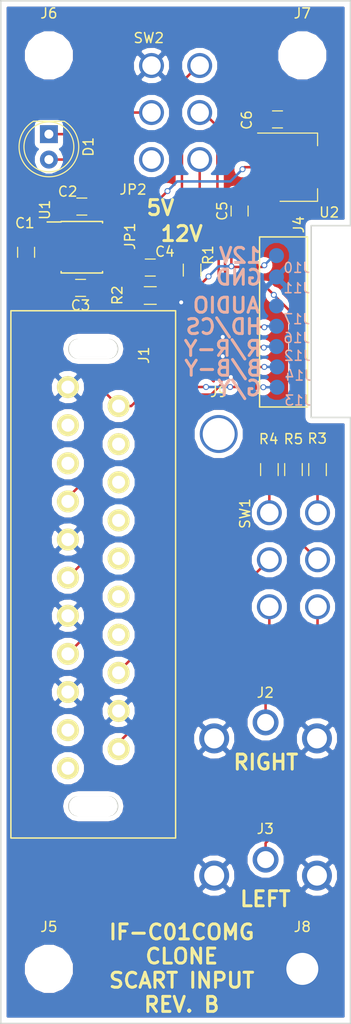
<source format=kicad_pcb>
(kicad_pcb (version 4) (host pcbnew 4.0.7-e2-6376~61~ubuntu18.04.1)

  (general
    (links 64)
    (no_connects 0)
    (area 178.486999 33.579999 213.689001 135.965001)
    (thickness 1.6)
    (drawings 22)
    (tracks 199)
    (zones 0)
    (modules 34)
    (nets 22)
  )

  (page A4)
  (layers
    (0 F.Cu signal)
    (31 B.Cu signal)
    (32 B.Adhes user)
    (33 F.Adhes user)
    (34 B.Paste user)
    (35 F.Paste user)
    (36 B.SilkS user)
    (37 F.SilkS user)
    (38 B.Mask user)
    (39 F.Mask user)
    (40 Dwgs.User user)
    (41 Cmts.User user)
    (42 Eco1.User user)
    (43 Eco2.User user)
    (44 Edge.Cuts user)
    (45 Margin user)
    (46 B.CrtYd user)
    (47 F.CrtYd user)
    (48 B.Fab user)
    (49 F.Fab user)
  )

  (setup
    (last_trace_width 0.25)
    (trace_clearance 0.2)
    (zone_clearance 0.508)
    (zone_45_only no)
    (trace_min 0.2)
    (segment_width 0.2)
    (edge_width 0.15)
    (via_size 0.6)
    (via_drill 0.4)
    (via_min_size 0.4)
    (via_min_drill 0.3)
    (uvia_size 0.3)
    (uvia_drill 0.1)
    (uvias_allowed no)
    (uvia_min_size 0.2)
    (uvia_min_drill 0.1)
    (pcb_text_width 0.3)
    (pcb_text_size 1.5 1.5)
    (mod_edge_width 0.15)
    (mod_text_size 1 1)
    (mod_text_width 0.15)
    (pad_size 3.2 3.2)
    (pad_drill 3.2)
    (pad_to_mask_clearance 0.2)
    (aux_axis_origin 0 0)
    (visible_elements FFFFFF7F)
    (pcbplotparams
      (layerselection 0x010f0_80000001)
      (usegerberextensions false)
      (excludeedgelayer true)
      (linewidth 0.100000)
      (plotframeref false)
      (viasonmask false)
      (mode 1)
      (useauxorigin false)
      (hpglpennumber 1)
      (hpglpenspeed 20)
      (hpglpendiameter 15)
      (hpglpenoverlay 2)
      (psnegative false)
      (psa4output false)
      (plotreference true)
      (plotvalue true)
      (plotinvisibletext false)
      (padsonsilk false)
      (subtractmaskfromsilk false)
      (outputformat 1)
      (mirror false)
      (drillshape 0)
      (scaleselection 1)
      (outputdirectory plot))
  )

  (net 0 "")
  (net 1 /AUDIO_L)
  (net 2 GND)
  (net 3 /AUDIO_R)
  (net 4 "Net-(C1-Pad1)")
  (net 5 +12V)
  (net 6 "Net-(D1-Pad1)")
  (net 7 "Net-(D1-Pad2)")
  (net 8 /SW_AUDIO_R)
  (net 9 /SW_AUDIO_L)
  (net 10 /AUDIO)
  (net 11 /CSYNC)
  (net 12 "Net-(C4-Pad2)")
  (net 13 /CVBS_CSYNC)
  (net 14 /R-RY)
  (net 15 /GY)
  (net 16 /B-BY)
  (net 17 /HD_CS)
  (net 18 "Net-(C2-Pad1)")
  (net 19 +5V)
  (net 20 "Net-(R3-Pad2)")
  (net 21 "Net-(R4-Pad2)")

  (net_class Default "This is the default net class."
    (clearance 0.2)
    (trace_width 0.25)
    (via_dia 0.6)
    (via_drill 0.4)
    (uvia_dia 0.3)
    (uvia_drill 0.1)
    (add_net +12V)
    (add_net +5V)
    (add_net /AUDIO)
    (add_net /AUDIO_L)
    (add_net /AUDIO_R)
    (add_net /B-BY)
    (add_net /CSYNC)
    (add_net /CVBS_CSYNC)
    (add_net /GY)
    (add_net /HD_CS)
    (add_net /R-RY)
    (add_net /SW_AUDIO_L)
    (add_net /SW_AUDIO_R)
    (add_net GND)
    (add_net "Net-(C1-Pad1)")
    (add_net "Net-(C2-Pad1)")
    (add_net "Net-(C4-Pad2)")
    (add_net "Net-(D1-Pad1)")
    (add_net "Net-(D1-Pad2)")
    (add_net "Net-(R3-Pad2)")
    (add_net "Net-(R4-Pad2)")
  )

  (module molex-fpc:52852-1472 (layer F.Cu) (tedit 5AD3A4E5) (tstamp 5AB16218)
    (at 203.454 72.263 90)
    (path /5AB0377F)
    (fp_text reference J4 (at 16.2306 4.9784 90) (layer F.SilkS)
      (effects (font (size 1 1) (thickness 0.15)))
    )
    (fp_text value Conn_01x14 (at 6.45 3.5 90) (layer F.Fab)
      (effects (font (size 1 1) (thickness 0.15)))
    )
    (fp_line (start -2 1.05) (end -2 5.85) (layer F.SilkS) (width 0.15))
    (fp_line (start -2 5.85) (end 15 5.85) (layer F.SilkS) (width 0.15))
    (fp_line (start 15 5.85) (end 15 1.05) (layer F.SilkS) (width 0.15))
    (fp_line (start -2 1.05) (end 15 1.05) (layer F.SilkS) (width 0.15))
    (pad "" smd rect (at 16.15 2.35 90) (size 2.1 2.8) (layers F.Cu F.Paste F.Mask))
    (pad 1 smd rect (at 0 0 90) (size 0.6 1.9) (layers F.Cu F.Paste F.Mask)
      (net 15 /GY))
    (pad 2 smd rect (at 1 0 90) (size 0.6 1.9) (layers F.Cu F.Paste F.Mask)
      (net 2 GND))
    (pad 3 smd rect (at 2 0 90) (size 0.6 1.9) (layers F.Cu F.Paste F.Mask)
      (net 16 /B-BY))
    (pad 4 smd rect (at 3 0 90) (size 0.6 1.9) (layers F.Cu F.Paste F.Mask)
      (net 2 GND))
    (pad 5 smd rect (at 4 0 90) (size 0.6 1.9) (layers F.Cu F.Paste F.Mask)
      (net 14 /R-RY))
    (pad 6 smd rect (at 5 0 90) (size 0.6 1.9) (layers F.Cu F.Paste F.Mask)
      (net 2 GND))
    (pad 7 smd rect (at 6 0 90) (size 0.6 1.9) (layers F.Cu F.Paste F.Mask)
      (net 17 /HD_CS))
    (pad 8 smd rect (at 7 0 90) (size 0.6 1.9) (layers F.Cu F.Paste F.Mask)
      (net 2 GND))
    (pad 9 smd rect (at 8 0 90) (size 0.6 1.9) (layers F.Cu F.Paste F.Mask))
    (pad 10 smd rect (at 9 0 90) (size 0.6 1.9) (layers F.Cu F.Paste F.Mask)
      (net 2 GND))
    (pad 11 smd rect (at 10 0 90) (size 0.6 1.9) (layers F.Cu F.Paste F.Mask)
      (net 10 /AUDIO))
    (pad 12 smd rect (at 11 0 90) (size 0.6 1.9) (layers F.Cu F.Paste F.Mask)
      (net 2 GND))
    (pad 13 smd rect (at 12 0 90) (size 0.6 1.9) (layers F.Cu F.Paste F.Mask)
      (net 5 +12V))
    (pad 14 smd rect (at 13 0 90) (size 0.6 1.9) (layers F.Cu F.Paste F.Mask)
      (net 2 GND))
    (pad "" smd rect (at -3.15 2.35 90) (size 2.1 2.8) (layers F.Cu F.Paste F.Mask))
  )

  (module Capacitors_SMD:C_0805_HandSoldering (layer F.Cu) (tedit 5AB3FBE3) (tstamp 5AB17DAE)
    (at 181.102 58.801 270)
    (descr "Capacitor SMD 0805, hand soldering")
    (tags "capacitor 0805")
    (path /5AB16ADD)
    (attr smd)
    (fp_text reference C1 (at -2.921 0.127 360) (layer F.SilkS)
      (effects (font (size 1 1) (thickness 0.15)))
    )
    (fp_text value 0.1uF (at 0 1.75 270) (layer F.Fab)
      (effects (font (size 1 1) (thickness 0.15)))
    )
    (fp_text user %R (at 0 -1.75 270) (layer F.Fab)
      (effects (font (size 1 1) (thickness 0.15)))
    )
    (fp_line (start -1 0.62) (end -1 -0.62) (layer F.Fab) (width 0.1))
    (fp_line (start 1 0.62) (end -1 0.62) (layer F.Fab) (width 0.1))
    (fp_line (start 1 -0.62) (end 1 0.62) (layer F.Fab) (width 0.1))
    (fp_line (start -1 -0.62) (end 1 -0.62) (layer F.Fab) (width 0.1))
    (fp_line (start 0.5 -0.85) (end -0.5 -0.85) (layer F.SilkS) (width 0.12))
    (fp_line (start -0.5 0.85) (end 0.5 0.85) (layer F.SilkS) (width 0.12))
    (fp_line (start -2.25 -0.88) (end 2.25 -0.88) (layer F.CrtYd) (width 0.05))
    (fp_line (start -2.25 -0.88) (end -2.25 0.87) (layer F.CrtYd) (width 0.05))
    (fp_line (start 2.25 0.87) (end 2.25 -0.88) (layer F.CrtYd) (width 0.05))
    (fp_line (start 2.25 0.87) (end -2.25 0.87) (layer F.CrtYd) (width 0.05))
    (pad 1 smd rect (at -1.25 0 270) (size 1.5 1.25) (layers F.Cu F.Paste F.Mask)
      (net 4 "Net-(C1-Pad1)"))
    (pad 2 smd rect (at 1.25 0 270) (size 1.5 1.25) (layers F.Cu F.Paste F.Mask)
      (net 13 /CVBS_CSYNC))
    (model Capacitors_SMD.3dshapes/C_0805.wrl
      (at (xyz 0 0 0))
      (scale (xyz 1 1 1))
      (rotate (xyz 0 0 0))
    )
  )

  (module Capacitors_SMD:C_0805_HandSoldering (layer F.Cu) (tedit 5AD3A37F) (tstamp 5AB17DB4)
    (at 186.69 54.229 180)
    (descr "Capacitor SMD 0805, hand soldering")
    (tags "capacitor 0805")
    (path /5AB16F50)
    (attr smd)
    (fp_text reference C2 (at 1.4224 1.4986 360) (layer F.SilkS)
      (effects (font (size 1 1) (thickness 0.15)))
    )
    (fp_text value 10uF (at 0 1.75 180) (layer F.Fab)
      (effects (font (size 1 1) (thickness 0.15)))
    )
    (fp_text user %R (at 0 -1.75 180) (layer F.Fab)
      (effects (font (size 1 1) (thickness 0.15)))
    )
    (fp_line (start -1 0.62) (end -1 -0.62) (layer F.Fab) (width 0.1))
    (fp_line (start 1 0.62) (end -1 0.62) (layer F.Fab) (width 0.1))
    (fp_line (start 1 -0.62) (end 1 0.62) (layer F.Fab) (width 0.1))
    (fp_line (start -1 -0.62) (end 1 -0.62) (layer F.Fab) (width 0.1))
    (fp_line (start 0.5 -0.85) (end -0.5 -0.85) (layer F.SilkS) (width 0.12))
    (fp_line (start -0.5 0.85) (end 0.5 0.85) (layer F.SilkS) (width 0.12))
    (fp_line (start -2.25 -0.88) (end 2.25 -0.88) (layer F.CrtYd) (width 0.05))
    (fp_line (start -2.25 -0.88) (end -2.25 0.87) (layer F.CrtYd) (width 0.05))
    (fp_line (start 2.25 0.87) (end 2.25 -0.88) (layer F.CrtYd) (width 0.05))
    (fp_line (start 2.25 0.87) (end -2.25 0.87) (layer F.CrtYd) (width 0.05))
    (pad 1 smd rect (at -1.25 0 180) (size 1.5 1.25) (layers F.Cu F.Paste F.Mask)
      (net 18 "Net-(C2-Pad1)"))
    (pad 2 smd rect (at 1.25 0 180) (size 1.5 1.25) (layers F.Cu F.Paste F.Mask)
      (net 2 GND))
    (model Capacitors_SMD.3dshapes/C_0805.wrl
      (at (xyz 0 0 0))
      (scale (xyz 1 1 1))
      (rotate (xyz 0 0 0))
    )
  )

  (module Capacitors_SMD:C_0805_HandSoldering (layer F.Cu) (tedit 58AA84A8) (tstamp 5AB17DBA)
    (at 186.563 62.357 180)
    (descr "Capacitor SMD 0805, hand soldering")
    (tags "capacitor 0805")
    (path /5AB16F00)
    (attr smd)
    (fp_text reference C3 (at 0 -1.75 180) (layer F.SilkS)
      (effects (font (size 1 1) (thickness 0.15)))
    )
    (fp_text value 0.1uF (at 0 1.75 180) (layer F.Fab)
      (effects (font (size 1 1) (thickness 0.15)))
    )
    (fp_text user %R (at 0 -1.75 180) (layer F.Fab)
      (effects (font (size 1 1) (thickness 0.15)))
    )
    (fp_line (start -1 0.62) (end -1 -0.62) (layer F.Fab) (width 0.1))
    (fp_line (start 1 0.62) (end -1 0.62) (layer F.Fab) (width 0.1))
    (fp_line (start 1 -0.62) (end 1 0.62) (layer F.Fab) (width 0.1))
    (fp_line (start -1 -0.62) (end 1 -0.62) (layer F.Fab) (width 0.1))
    (fp_line (start 0.5 -0.85) (end -0.5 -0.85) (layer F.SilkS) (width 0.12))
    (fp_line (start -0.5 0.85) (end 0.5 0.85) (layer F.SilkS) (width 0.12))
    (fp_line (start -2.25 -0.88) (end 2.25 -0.88) (layer F.CrtYd) (width 0.05))
    (fp_line (start -2.25 -0.88) (end -2.25 0.87) (layer F.CrtYd) (width 0.05))
    (fp_line (start 2.25 0.87) (end 2.25 -0.88) (layer F.CrtYd) (width 0.05))
    (fp_line (start 2.25 0.87) (end -2.25 0.87) (layer F.CrtYd) (width 0.05))
    (pad 1 smd rect (at -1.25 0 180) (size 1.5 1.25) (layers F.Cu F.Paste F.Mask)
      (net 18 "Net-(C2-Pad1)"))
    (pad 2 smd rect (at 1.25 0 180) (size 1.5 1.25) (layers F.Cu F.Paste F.Mask)
      (net 2 GND))
    (model Capacitors_SMD.3dshapes/C_0805.wrl
      (at (xyz 0 0 0))
      (scale (xyz 1 1 1))
      (rotate (xyz 0 0 0))
    )
  )

  (module LEDs:LED_D5.0mm (layer F.Cu) (tedit 5995936A) (tstamp 5AB17DC0)
    (at 183.388 46.99 270)
    (descr "LED, diameter 5.0mm, 2 pins, http://cdn-reichelt.de/documents/datenblatt/A500/LL-504BC2E-009.pdf")
    (tags "LED diameter 5.0mm 2 pins")
    (path /5AB185AA)
    (fp_text reference D1 (at 1.27 -3.96 270) (layer F.SilkS)
      (effects (font (size 1 1) (thickness 0.15)))
    )
    (fp_text value LED (at 1.27 3.96 270) (layer F.Fab)
      (effects (font (size 1 1) (thickness 0.15)))
    )
    (fp_arc (start 1.27 0) (end -1.23 -1.469694) (angle 299.1) (layer F.Fab) (width 0.1))
    (fp_arc (start 1.27 0) (end -1.29 -1.54483) (angle 148.9) (layer F.SilkS) (width 0.12))
    (fp_arc (start 1.27 0) (end -1.29 1.54483) (angle -148.9) (layer F.SilkS) (width 0.12))
    (fp_circle (center 1.27 0) (end 3.77 0) (layer F.Fab) (width 0.1))
    (fp_circle (center 1.27 0) (end 3.77 0) (layer F.SilkS) (width 0.12))
    (fp_line (start -1.23 -1.469694) (end -1.23 1.469694) (layer F.Fab) (width 0.1))
    (fp_line (start -1.29 -1.545) (end -1.29 1.545) (layer F.SilkS) (width 0.12))
    (fp_line (start -1.95 -3.25) (end -1.95 3.25) (layer F.CrtYd) (width 0.05))
    (fp_line (start -1.95 3.25) (end 4.5 3.25) (layer F.CrtYd) (width 0.05))
    (fp_line (start 4.5 3.25) (end 4.5 -3.25) (layer F.CrtYd) (width 0.05))
    (fp_line (start 4.5 -3.25) (end -1.95 -3.25) (layer F.CrtYd) (width 0.05))
    (fp_text user %R (at 1.25 0 270) (layer F.Fab)
      (effects (font (size 0.8 0.8) (thickness 0.2)))
    )
    (pad 1 thru_hole rect (at 0 0 270) (size 1.8 1.8) (drill 0.9) (layers *.Cu *.Mask)
      (net 6 "Net-(D1-Pad1)"))
    (pad 2 thru_hole circle (at 2.54 0 270) (size 1.8 1.8) (drill 0.9) (layers *.Cu *.Mask)
      (net 7 "Net-(D1-Pad2)"))
    (model ${KISYS3DMOD}/LEDs.3dshapes/LED_D5.0mm.wrl
      (at (xyz 0 0 0))
      (scale (xyz 0.393701 0.393701 0.393701))
      (rotate (xyz 0 0 0))
    )
  )

  (module Resistors_SMD:R_0805_HandSoldering (layer F.Cu) (tedit 5AD3A3B1) (tstamp 5AB17DC6)
    (at 197.739 60.579 90)
    (descr "Resistor SMD 0805, hand soldering")
    (tags "resistor 0805")
    (path /5AB18716)
    (attr smd)
    (fp_text reference R1 (at 1.4986 1.6002 270) (layer F.SilkS)
      (effects (font (size 1 1) (thickness 0.15)))
    )
    (fp_text value R_LED (at 0 1.75 90) (layer F.Fab)
      (effects (font (size 1 1) (thickness 0.15)))
    )
    (fp_text user %R (at 0 0 90) (layer F.Fab)
      (effects (font (size 0.5 0.5) (thickness 0.075)))
    )
    (fp_line (start -1 0.62) (end -1 -0.62) (layer F.Fab) (width 0.1))
    (fp_line (start 1 0.62) (end -1 0.62) (layer F.Fab) (width 0.1))
    (fp_line (start 1 -0.62) (end 1 0.62) (layer F.Fab) (width 0.1))
    (fp_line (start -1 -0.62) (end 1 -0.62) (layer F.Fab) (width 0.1))
    (fp_line (start 0.6 0.88) (end -0.6 0.88) (layer F.SilkS) (width 0.12))
    (fp_line (start -0.6 -0.88) (end 0.6 -0.88) (layer F.SilkS) (width 0.12))
    (fp_line (start -2.35 -0.9) (end 2.35 -0.9) (layer F.CrtYd) (width 0.05))
    (fp_line (start -2.35 -0.9) (end -2.35 0.9) (layer F.CrtYd) (width 0.05))
    (fp_line (start 2.35 0.9) (end 2.35 -0.9) (layer F.CrtYd) (width 0.05))
    (fp_line (start 2.35 0.9) (end -2.35 0.9) (layer F.CrtYd) (width 0.05))
    (pad 1 smd rect (at -1.35 0 90) (size 1.5 1.3) (layers F.Cu F.Paste F.Mask)
      (net 5 +12V))
    (pad 2 smd rect (at 1.35 0 90) (size 1.5 1.3) (layers F.Cu F.Paste F.Mask)
      (net 7 "Net-(D1-Pad2)"))
    (model ${KISYS3DMOD}/Resistors_SMD.3dshapes/R_0805.wrl
      (at (xyz 0 0 0))
      (scale (xyz 1 1 1))
      (rotate (xyz 0 0 0))
    )
  )

  (module Housings_SOIC:SOIC-8_3.9x4.9mm_Pitch1.27mm (layer F.Cu) (tedit 5AD3A38A) (tstamp 5AB17DD2)
    (at 186.69 58.293)
    (descr "8-Lead Plastic Small Outline (SN) - Narrow, 3.90 mm Body [SOIC] (see Microchip Packaging Specification 00000049BS.pdf)")
    (tags "SOIC 1.27")
    (path /5AB16A85)
    (attr smd)
    (fp_text reference U1 (at -3.7084 -3.7338 270) (layer F.SilkS)
      (effects (font (size 1 1) (thickness 0.15)))
    )
    (fp_text value LM1881 (at 0 3.5) (layer F.Fab)
      (effects (font (size 1 1) (thickness 0.15)))
    )
    (fp_text user %R (at 0 0) (layer F.Fab)
      (effects (font (size 1 1) (thickness 0.15)))
    )
    (fp_line (start -0.95 -2.45) (end 1.95 -2.45) (layer F.Fab) (width 0.1))
    (fp_line (start 1.95 -2.45) (end 1.95 2.45) (layer F.Fab) (width 0.1))
    (fp_line (start 1.95 2.45) (end -1.95 2.45) (layer F.Fab) (width 0.1))
    (fp_line (start -1.95 2.45) (end -1.95 -1.45) (layer F.Fab) (width 0.1))
    (fp_line (start -1.95 -1.45) (end -0.95 -2.45) (layer F.Fab) (width 0.1))
    (fp_line (start -3.73 -2.7) (end -3.73 2.7) (layer F.CrtYd) (width 0.05))
    (fp_line (start 3.73 -2.7) (end 3.73 2.7) (layer F.CrtYd) (width 0.05))
    (fp_line (start -3.73 -2.7) (end 3.73 -2.7) (layer F.CrtYd) (width 0.05))
    (fp_line (start -3.73 2.7) (end 3.73 2.7) (layer F.CrtYd) (width 0.05))
    (fp_line (start -2.075 -2.575) (end -2.075 -2.525) (layer F.SilkS) (width 0.15))
    (fp_line (start 2.075 -2.575) (end 2.075 -2.43) (layer F.SilkS) (width 0.15))
    (fp_line (start 2.075 2.575) (end 2.075 2.43) (layer F.SilkS) (width 0.15))
    (fp_line (start -2.075 2.575) (end -2.075 2.43) (layer F.SilkS) (width 0.15))
    (fp_line (start -2.075 -2.575) (end 2.075 -2.575) (layer F.SilkS) (width 0.15))
    (fp_line (start -2.075 2.575) (end 2.075 2.575) (layer F.SilkS) (width 0.15))
    (fp_line (start -2.075 -2.525) (end -3.475 -2.525) (layer F.SilkS) (width 0.15))
    (pad 1 smd rect (at -2.7 -1.905) (size 1.55 0.6) (layers F.Cu F.Paste F.Mask)
      (net 11 /CSYNC))
    (pad 2 smd rect (at -2.7 -0.635) (size 1.55 0.6) (layers F.Cu F.Paste F.Mask)
      (net 4 "Net-(C1-Pad1)"))
    (pad 3 smd rect (at -2.7 0.635) (size 1.55 0.6) (layers F.Cu F.Paste F.Mask))
    (pad 4 smd rect (at -2.7 1.905) (size 1.55 0.6) (layers F.Cu F.Paste F.Mask)
      (net 2 GND))
    (pad 5 smd rect (at 2.7 1.905) (size 1.55 0.6) (layers F.Cu F.Paste F.Mask))
    (pad 6 smd rect (at 2.7 0.635) (size 1.55 0.6) (layers F.Cu F.Paste F.Mask)
      (net 12 "Net-(C4-Pad2)"))
    (pad 7 smd rect (at 2.7 -0.635) (size 1.55 0.6) (layers F.Cu F.Paste F.Mask))
    (pad 8 smd rect (at 2.7 -1.905) (size 1.55 0.6) (layers F.Cu F.Paste F.Mask)
      (net 18 "Net-(C2-Pad1)"))
    (model ${KISYS3DMOD}/Housings_SOIC.3dshapes/SOIC-8_3.9x4.9mm_Pitch1.27mm.wrl
      (at (xyz 0 0 0))
      (scale (xyz 1 1 1))
      (rotate (xyz 0 0 0))
    )
  )

  (module Capacitors_SMD:C_0805_HandSoldering (layer F.Cu) (tedit 5AD39700) (tstamp 5AB18040)
    (at 193.548 60.325 180)
    (descr "Capacitor SMD 0805, hand soldering")
    (tags "capacitor 0805")
    (path /5AB189F6)
    (attr smd)
    (fp_text reference C4 (at -1.4605 1.5875 180) (layer F.SilkS)
      (effects (font (size 1 1) (thickness 0.15)))
    )
    (fp_text value 0.1uF (at 0 1.75 180) (layer F.Fab)
      (effects (font (size 1 1) (thickness 0.15)))
    )
    (fp_text user %R (at 0 -1.75 180) (layer F.Fab)
      (effects (font (size 1 1) (thickness 0.15)))
    )
    (fp_line (start -1 0.62) (end -1 -0.62) (layer F.Fab) (width 0.1))
    (fp_line (start 1 0.62) (end -1 0.62) (layer F.Fab) (width 0.1))
    (fp_line (start 1 -0.62) (end 1 0.62) (layer F.Fab) (width 0.1))
    (fp_line (start -1 -0.62) (end 1 -0.62) (layer F.Fab) (width 0.1))
    (fp_line (start 0.5 -0.85) (end -0.5 -0.85) (layer F.SilkS) (width 0.12))
    (fp_line (start -0.5 0.85) (end 0.5 0.85) (layer F.SilkS) (width 0.12))
    (fp_line (start -2.25 -0.88) (end 2.25 -0.88) (layer F.CrtYd) (width 0.05))
    (fp_line (start -2.25 -0.88) (end -2.25 0.87) (layer F.CrtYd) (width 0.05))
    (fp_line (start 2.25 0.87) (end 2.25 -0.88) (layer F.CrtYd) (width 0.05))
    (fp_line (start 2.25 0.87) (end -2.25 0.87) (layer F.CrtYd) (width 0.05))
    (pad 1 smd rect (at -1.25 0 180) (size 1.5 1.25) (layers F.Cu F.Paste F.Mask)
      (net 2 GND))
    (pad 2 smd rect (at 1.25 0 180) (size 1.5 1.25) (layers F.Cu F.Paste F.Mask)
      (net 12 "Net-(C4-Pad2)"))
    (model Capacitors_SMD.3dshapes/C_0805.wrl
      (at (xyz 0 0 0))
      (scale (xyz 1 1 1))
      (rotate (xyz 0 0 0))
    )
  )

  (module Resistors_SMD:R_0805_HandSoldering (layer F.Cu) (tedit 5AD8D9C1) (tstamp 5AB18046)
    (at 193.548 63.119 180)
    (descr "Resistor SMD 0805, hand soldering")
    (tags "resistor 0805")
    (path /5AB189A4)
    (attr smd)
    (fp_text reference R2 (at 3.302 0.0254 270) (layer F.SilkS)
      (effects (font (size 1 1) (thickness 0.15)))
    )
    (fp_text value 680k (at 0 1.75 180) (layer F.Fab)
      (effects (font (size 1 1) (thickness 0.15)))
    )
    (fp_text user %R (at 0 0 180) (layer F.Fab)
      (effects (font (size 0.5 0.5) (thickness 0.075)))
    )
    (fp_line (start -1 0.62) (end -1 -0.62) (layer F.Fab) (width 0.1))
    (fp_line (start 1 0.62) (end -1 0.62) (layer F.Fab) (width 0.1))
    (fp_line (start 1 -0.62) (end 1 0.62) (layer F.Fab) (width 0.1))
    (fp_line (start -1 -0.62) (end 1 -0.62) (layer F.Fab) (width 0.1))
    (fp_line (start 0.6 0.88) (end -0.6 0.88) (layer F.SilkS) (width 0.12))
    (fp_line (start -0.6 -0.88) (end 0.6 -0.88) (layer F.SilkS) (width 0.12))
    (fp_line (start -2.35 -0.9) (end 2.35 -0.9) (layer F.CrtYd) (width 0.05))
    (fp_line (start -2.35 -0.9) (end -2.35 0.9) (layer F.CrtYd) (width 0.05))
    (fp_line (start 2.35 0.9) (end 2.35 -0.9) (layer F.CrtYd) (width 0.05))
    (fp_line (start 2.35 0.9) (end -2.35 0.9) (layer F.CrtYd) (width 0.05))
    (pad 1 smd rect (at -1.35 0 180) (size 1.5 1.3) (layers F.Cu F.Paste F.Mask)
      (net 2 GND))
    (pad 2 smd rect (at 1.35 0 180) (size 1.5 1.3) (layers F.Cu F.Paste F.Mask)
      (net 12 "Net-(C4-Pad2)"))
    (model ${KISYS3DMOD}/Resistors_SMD.3dshapes/R_0805.wrl
      (at (xyz 0 0 0))
      (scale (xyz 1 1 1))
      (rotate (xyz 0 0 0))
    )
  )

  (module eswitch-dpdt:eswitch-dpdt-m2 (layer F.Cu) (tedit 5AF87E2E) (tstamp 5AB18050)
    (at 210.312 94.234 180)
    (path /5AB17B22)
    (fp_text reference SW1 (at 7.2644 9.3218 270) (layer F.SilkS)
      (effects (font (size 1 1) (thickness 0.15)))
    )
    (fp_text value SW_DPDT_x2 (at 2.55 -2.8 180) (layer F.Fab)
      (effects (font (size 1 1) (thickness 0.15)))
    )
    (pad 1 thru_hole circle (at 0 0 180) (size 2.5 2.5) (drill 1.85) (layers *.Cu *.Mask)
      (net 9 /SW_AUDIO_L))
    (pad 4 thru_hole circle (at 4.83 0 180) (size 2.5 2.5) (drill 1.85) (layers *.Cu *.Mask)
      (net 8 /SW_AUDIO_R))
    (pad 2 thru_hole circle (at 0 4.7 180) (size 2.5 2.5) (drill 1.85) (layers *.Cu *.Mask)
      (net 1 /AUDIO_L))
    (pad 5 thru_hole circle (at 4.83 4.7 180) (size 2.5 2.5) (drill 1.85) (layers *.Cu *.Mask)
      (net 3 /AUDIO_R))
    (pad 3 thru_hole circle (at 0 9.4 180) (size 2.5 2.5) (drill 1.85) (layers *.Cu *.Mask)
      (net 20 "Net-(R3-Pad2)"))
    (pad 6 thru_hole circle (at 4.83 9.4 180) (size 2.5 2.5) (drill 1.85) (layers *.Cu *.Mask)
      (net 21 "Net-(R4-Pad2)"))
  )

  (module eswitch-dpdt:eswitch-dpdt-m2 (layer F.Cu) (tedit 5AB17F78) (tstamp 5AB1805A)
    (at 198.501 49.53 180)
    (path /5AB17FE6)
    (fp_text reference SW2 (at 5.1 12.15 180) (layer F.SilkS)
      (effects (font (size 1 1) (thickness 0.15)))
    )
    (fp_text value SW_DPDT_x2 (at 2.55 -2.8 180) (layer F.Fab)
      (effects (font (size 1 1) (thickness 0.15)))
    )
    (pad 1 thru_hole circle (at 0 0 180) (size 2.5 2.5) (drill 1.85) (layers *.Cu *.Mask)
      (net 13 /CVBS_CSYNC))
    (pad 4 thru_hole circle (at 4.83 0 180) (size 2.5 2.5) (drill 1.85) (layers *.Cu *.Mask))
    (pad 2 thru_hole circle (at 0 4.7 180) (size 2.5 2.5) (drill 1.85) (layers *.Cu *.Mask)
      (net 17 /HD_CS))
    (pad 5 thru_hole circle (at 4.83 4.7 180) (size 2.5 2.5) (drill 1.85) (layers *.Cu *.Mask)
      (net 6 "Net-(D1-Pad1)"))
    (pad 3 thru_hole circle (at 0 9.4 180) (size 2.5 2.5) (drill 1.85) (layers *.Cu *.Mask)
      (net 11 /CSYNC))
    (pad 6 thru_hole circle (at 4.83 9.4 180) (size 2.5 2.5) (drill 1.85) (layers *.Cu *.Mask)
      (net 2 GND))
  )

  (module Mounting_Holes:MountingHole_3.2mm_M3 (layer F.Cu) (tedit 5AF882AC) (tstamp 5AB2A426)
    (at 183.388 130.429)
    (descr "Mounting Hole 3.2mm, no annular, M3")
    (tags "mounting hole 3.2mm no annular m3")
    (path /5AB2A39C)
    (fp_text reference J5 (at 0 -4.2) (layer F.SilkS)
      (effects (font (size 1 1) (thickness 0.15)))
    )
    (fp_text value TEST_1P (at 0 4.2) (layer F.Fab)
      (effects (font (size 1 1) (thickness 0.15)))
    )
    (fp_circle (center 0 0) (end 3.2 0) (layer Cmts.User) (width 0.15))
    (fp_circle (center 0 0) (end 3.45 0) (layer F.CrtYd) (width 0.05))
    (pad "" np_thru_hole circle (at 0 0) (size 3.2 3.2) (drill 3.2) (layers *.Cu *.Mask))
  )

  (module Mounting_Holes:MountingHole_3.2mm_M3 (layer F.Cu) (tedit 5AF882B6) (tstamp 5AB2A42B)
    (at 183.388 39.116)
    (descr "Mounting Hole 3.2mm, no annular, M3")
    (tags "mounting hole 3.2mm no annular m3")
    (path /5AB2A463)
    (fp_text reference J6 (at 0 -4.2) (layer F.SilkS)
      (effects (font (size 1 1) (thickness 0.15)))
    )
    (fp_text value TEST_1P (at 0 4.2) (layer F.Fab)
      (effects (font (size 1 1) (thickness 0.15)))
    )
    (fp_circle (center 0 0) (end 3.2 0) (layer Cmts.User) (width 0.15))
    (fp_circle (center 0 0) (end 3.45 0) (layer F.CrtYd) (width 0.05))
    (pad "" np_thru_hole circle (at 0 0) (size 3.2 3.2) (drill 3.2) (layers *.Cu *.Mask))
  )

  (module Mounting_Holes:MountingHole_3.2mm_M3 (layer F.Cu) (tedit 5AF882BD) (tstamp 5AB2BBCE)
    (at 208.788 39.116)
    (descr "Mounting Hole 3.2mm, no annular, M3")
    (tags "mounting hole 3.2mm no annular m3")
    (path /5AB2C14E)
    (fp_text reference J7 (at 0 -4.2) (layer F.SilkS)
      (effects (font (size 1 1) (thickness 0.15)))
    )
    (fp_text value TEST_1P (at 0 4.2) (layer F.Fab)
      (effects (font (size 1 1) (thickness 0.15)))
    )
    (fp_circle (center 0 0) (end 3.2 0) (layer Cmts.User) (width 0.15))
    (fp_circle (center 0 0) (end 3.45 0) (layer F.CrtYd) (width 0.05))
    (pad "" np_thru_hole circle (at 0 0) (size 3.2 3.2) (drill 3.2) (layers *.Cu *.Mask))
  )

  (module Mounting_Holes:MountingHole_3.2mm_M3 (layer F.Cu) (tedit 56D1B4CB) (tstamp 5AB673F0)
    (at 208.788 130.429)
    (descr "Mounting Hole 3.2mm, no annular, M3")
    (tags "mounting hole 3.2mm no annular m3")
    (path /5AB675E3)
    (zone_connect 2)
    (fp_text reference J8 (at 0 -4.2) (layer F.SilkS)
      (effects (font (size 1 1) (thickness 0.15)))
    )
    (fp_text value TEST_1P (at 0 4.2) (layer F.Fab)
      (effects (font (size 1 1) (thickness 0.15)))
    )
    (fp_circle (center 0 0) (end 3.2 0) (layer Cmts.User) (width 0.15))
    (fp_circle (center 0 0) (end 3.45 0) (layer F.CrtYd) (width 0.05))
    (pad 1 np_thru_hole circle (at 0 0) (size 3.2 3.2) (drill 3.2) (layers *.Cu *.Mask)
      (net 2 GND) (zone_connect 2))
  )

  (module Mounting_Holes:MountingHole_3.2mm_M3 (layer F.Cu) (tedit 5ABA700E) (tstamp 5AB673F7)
    (at 200.406 76.962)
    (descr "Mounting Hole 3.2mm, no annular, M3")
    (tags "mounting hole 3.2mm no annular m3")
    (path /5AB6764D)
    (fp_text reference J9 (at 0 -4.2) (layer F.SilkS)
      (effects (font (size 1 1) (thickness 0.15)))
    )
    (fp_text value TEST_1P (at 0 4.2) (layer F.Fab)
      (effects (font (size 1 1) (thickness 0.15)))
    )
    (fp_circle (center 0 0) (end 3.2 0) (layer Cmts.User) (width 0.15))
    (fp_circle (center 0 0) (end 3.45 0) (layer F.CrtYd) (width 0.05))
    (pad "" np_thru_hole circle (at 0 0) (size 3.8 3.8) (drill 3.2) (layers *.Cu *.Mask))
  )

  (module Capacitors_SMD:C_0805_HandSoldering (layer F.Cu) (tedit 58AA84A8) (tstamp 5AD38836)
    (at 202.5015 54.6735 90)
    (descr "Capacitor SMD 0805, hand soldering")
    (tags "capacitor 0805")
    (path /5AD3AB7A)
    (attr smd)
    (fp_text reference C5 (at 0 -1.75 90) (layer F.SilkS)
      (effects (font (size 1 1) (thickness 0.15)))
    )
    (fp_text value 10uF (at 0 1.75 90) (layer F.Fab)
      (effects (font (size 1 1) (thickness 0.15)))
    )
    (fp_text user %R (at 0 -1.75 90) (layer F.Fab)
      (effects (font (size 1 1) (thickness 0.15)))
    )
    (fp_line (start -1 0.62) (end -1 -0.62) (layer F.Fab) (width 0.1))
    (fp_line (start 1 0.62) (end -1 0.62) (layer F.Fab) (width 0.1))
    (fp_line (start 1 -0.62) (end 1 0.62) (layer F.Fab) (width 0.1))
    (fp_line (start -1 -0.62) (end 1 -0.62) (layer F.Fab) (width 0.1))
    (fp_line (start 0.5 -0.85) (end -0.5 -0.85) (layer F.SilkS) (width 0.12))
    (fp_line (start -0.5 0.85) (end 0.5 0.85) (layer F.SilkS) (width 0.12))
    (fp_line (start -2.25 -0.88) (end 2.25 -0.88) (layer F.CrtYd) (width 0.05))
    (fp_line (start -2.25 -0.88) (end -2.25 0.87) (layer F.CrtYd) (width 0.05))
    (fp_line (start 2.25 0.87) (end 2.25 -0.88) (layer F.CrtYd) (width 0.05))
    (fp_line (start 2.25 0.87) (end -2.25 0.87) (layer F.CrtYd) (width 0.05))
    (pad 1 smd rect (at -1.25 0 90) (size 1.5 1.25) (layers F.Cu F.Paste F.Mask)
      (net 2 GND))
    (pad 2 smd rect (at 1.25 0 90) (size 1.5 1.25) (layers F.Cu F.Paste F.Mask)
      (net 5 +12V))
    (model Capacitors_SMD.3dshapes/C_0805.wrl
      (at (xyz 0 0 0))
      (scale (xyz 1 1 1))
      (rotate (xyz 0 0 0))
    )
  )

  (module Capacitors_SMD:C_0805_HandSoldering (layer F.Cu) (tedit 5AD3A4F1) (tstamp 5AD3883C)
    (at 206.2988 45.5168)
    (descr "Capacitor SMD 0805, hand soldering")
    (tags "capacitor 0805")
    (path /5AD3ADF3)
    (attr smd)
    (fp_text reference C6 (at -3.0861 0.0635 90) (layer F.SilkS)
      (effects (font (size 1 1) (thickness 0.15)))
    )
    (fp_text value 10uF (at 0 1.75) (layer F.Fab)
      (effects (font (size 1 1) (thickness 0.15)))
    )
    (fp_text user %R (at 0 -1.75) (layer F.Fab)
      (effects (font (size 1 1) (thickness 0.15)))
    )
    (fp_line (start -1 0.62) (end -1 -0.62) (layer F.Fab) (width 0.1))
    (fp_line (start 1 0.62) (end -1 0.62) (layer F.Fab) (width 0.1))
    (fp_line (start 1 -0.62) (end 1 0.62) (layer F.Fab) (width 0.1))
    (fp_line (start -1 -0.62) (end 1 -0.62) (layer F.Fab) (width 0.1))
    (fp_line (start 0.5 -0.85) (end -0.5 -0.85) (layer F.SilkS) (width 0.12))
    (fp_line (start -0.5 0.85) (end 0.5 0.85) (layer F.SilkS) (width 0.12))
    (fp_line (start -2.25 -0.88) (end 2.25 -0.88) (layer F.CrtYd) (width 0.05))
    (fp_line (start -2.25 -0.88) (end -2.25 0.87) (layer F.CrtYd) (width 0.05))
    (fp_line (start 2.25 0.87) (end 2.25 -0.88) (layer F.CrtYd) (width 0.05))
    (fp_line (start 2.25 0.87) (end -2.25 0.87) (layer F.CrtYd) (width 0.05))
    (pad 1 smd rect (at -1.25 0) (size 1.5 1.25) (layers F.Cu F.Paste F.Mask)
      (net 2 GND))
    (pad 2 smd rect (at 1.25 0) (size 1.5 1.25) (layers F.Cu F.Paste F.Mask)
      (net 19 +5V))
    (model Capacitors_SMD.3dshapes/C_0805.wrl
      (at (xyz 0 0 0))
      (scale (xyz 1 1 1))
      (rotate (xyz 0 0 0))
    )
  )

  (module Measurement_Points:Measurement_Point_Round-SMD-Pad_Small (layer B.Cu) (tedit 5AD3A0EE) (tstamp 5AD38841)
    (at 206.1972 59.1312)
    (descr "Mesurement Point, Round, SMD Pad, DM 1.5mm,")
    (tags "Mesurement Point Round SMD Pad 1.5mm")
    (path /5AD39755)
    (attr virtual)
    (fp_text reference J10 (at 2.032 1.2192) (layer B.SilkS)
      (effects (font (size 1 1) (thickness 0.15)) (justify mirror))
    )
    (fp_text value TEST_12V (at 0 -2) (layer B.Fab)
      (effects (font (size 1 1) (thickness 0.15)) (justify mirror))
    )
    (fp_circle (center 0 0) (end 1 0) (layer B.CrtYd) (width 0.05))
    (pad 1 smd circle (at 0 0) (size 1.5 1.5) (layers B.Cu B.Mask)
      (net 5 +12V))
  )

  (module Measurement_Points:Measurement_Point_Round-SMD-Pad_Small (layer B.Cu) (tedit 5AD3A0D9) (tstamp 5AD38846)
    (at 206.1972 61.2648)
    (descr "Mesurement Point, Round, SMD Pad, DM 1.5mm,")
    (tags "Mesurement Point Round SMD Pad 1.5mm")
    (path /5AD39B4F)
    (attr virtual)
    (fp_text reference J11 (at 2.032 1.1176) (layer B.SilkS)
      (effects (font (size 1 1) (thickness 0.15)) (justify mirror))
    )
    (fp_text value TEST_GND (at 0 -2) (layer B.Fab)
      (effects (font (size 1 1) (thickness 0.15)) (justify mirror))
    )
    (fp_circle (center 0 0) (end 1 0) (layer B.CrtYd) (width 0.05))
    (pad 1 smd circle (at 0 0) (size 1.5 1.5) (layers B.Cu B.Mask)
      (net 2 GND))
  )

  (module Measurement_Points:Measurement_Point_Round-SMD-Pad_Small (layer B.Cu) (tedit 5AD3A0AF) (tstamp 5AD3884B)
    (at 206.1972 68.2244)
    (descr "Mesurement Point, Round, SMD Pad, DM 1.5mm,")
    (tags "Mesurement Point Round SMD Pad 1.5mm")
    (path /5AD39050)
    (attr virtual)
    (fp_text reference J12 (at 2.0828 0.9144) (layer B.SilkS)
      (effects (font (size 1 1) (thickness 0.15)) (justify mirror))
    )
    (fp_text value TEST_R/R-Y (at 0 -2) (layer B.Fab)
      (effects (font (size 1 1) (thickness 0.15)) (justify mirror))
    )
    (fp_circle (center 0 0) (end 1 0) (layer B.CrtYd) (width 0.05))
    (pad 1 smd circle (at 0 0) (size 1.5 1.5) (layers B.Cu B.Mask)
      (net 14 /R-RY))
  )

  (module Measurement_Points:Measurement_Point_Round-SMD-Pad_Small (layer B.Cu) (tedit 5AD3A0A3) (tstamp 5AD38850)
    (at 206.248 72.2884)
    (descr "Mesurement Point, Round, SMD Pad, DM 1.5mm,")
    (tags "Mesurement Point Round SMD Pad 1.5mm")
    (path /5AD39362)
    (attr virtual)
    (fp_text reference J13 (at 2.0828 1.3208) (layer B.SilkS)
      (effects (font (size 1 1) (thickness 0.15)) (justify mirror))
    )
    (fp_text value TEST_G/G-Y (at 0 -2) (layer B.Fab)
      (effects (font (size 1 1) (thickness 0.15)) (justify mirror))
    )
    (fp_circle (center 0 0) (end 1 0) (layer B.CrtYd) (width 0.05))
    (pad 1 smd circle (at 0 0) (size 1.5 1.5) (layers B.Cu B.Mask)
      (net 15 /GY))
  )

  (module Measurement_Points:Measurement_Point_Round-SMD-Pad_Small (layer B.Cu) (tedit 5AD3A09C) (tstamp 5AD38855)
    (at 206.248 70.2564)
    (descr "Mesurement Point, Round, SMD Pad, DM 1.5mm,")
    (tags "Mesurement Point Round SMD Pad 1.5mm")
    (path /5AD39425)
    (attr virtual)
    (fp_text reference J14 (at 2.1336 0.8636) (layer B.SilkS)
      (effects (font (size 1 1) (thickness 0.15)) (justify mirror))
    )
    (fp_text value TEST_B/B-Y (at 0 -2) (layer B.Fab)
      (effects (font (size 1 1) (thickness 0.15)) (justify mirror))
    )
    (fp_circle (center 0 0) (end 1 0) (layer B.CrtYd) (width 0.05))
    (pad 1 smd circle (at 0 0) (size 1.5 1.5) (layers B.Cu B.Mask)
      (net 16 /B-BY))
  )

  (module Measurement_Points:Measurement_Point_Round-SMD-Pad_Small (layer B.Cu) (tedit 5AD3A0BE) (tstamp 5AD3885F)
    (at 206.1972 66.1924)
    (descr "Mesurement Point, Round, SMD Pad, DM 1.5mm,")
    (tags "Mesurement Point Round SMD Pad 1.5mm")
    (path /5AD3A262)
    (attr virtual)
    (fp_text reference J16 (at 2.032 1.1684) (layer B.SilkS)
      (effects (font (size 1 1) (thickness 0.15)) (justify mirror))
    )
    (fp_text value TEST_HD/CS (at 0 -2) (layer B.Fab)
      (effects (font (size 1 1) (thickness 0.15)) (justify mirror))
    )
    (fp_circle (center 0 0) (end 1 0) (layer B.CrtYd) (width 0.05))
    (pad 1 smd circle (at 0 0) (size 1.5 1.5) (layers B.Cu B.Mask)
      (net 17 /HD_CS))
  )

  (module Measurement_Points:Measurement_Point_Round-SMD-Pad_Small (layer B.Cu) (tedit 5AD3A0C9) (tstamp 5AD38864)
    (at 206.1972 64.1604)
    (descr "Mesurement Point, Round, SMD Pad, DM 1.5mm,")
    (tags "Mesurement Point Round SMD Pad 1.5mm")
    (path /5AD38903)
    (attr virtual)
    (fp_text reference J17 (at 2.032 1.3208) (layer B.SilkS)
      (effects (font (size 1 1) (thickness 0.15)) (justify mirror))
    )
    (fp_text value TEST_AUDIO (at 0 -2) (layer B.Fab)
      (effects (font (size 1 1) (thickness 0.15)) (justify mirror))
    )
    (fp_circle (center 0 0) (end 1 0) (layer B.CrtYd) (width 0.05))
    (pad 1 smd circle (at 0 0) (size 1.5 1.5) (layers B.Cu B.Mask)
      (net 10 /AUDIO))
  )

  (module TO_SOT_Packages_SMD:SOT-223 (layer F.Cu) (tedit 5AD77948) (tstamp 5AD38878)
    (at 208.407 50.292)
    (descr "module CMS SOT223 4 pins")
    (tags "CMS SOT")
    (path /5AD3A86C)
    (attr smd)
    (fp_text reference U2 (at 3.0734 4.5212) (layer F.SilkS)
      (effects (font (size 1 1) (thickness 0.15)))
    )
    (fp_text value AZ1117-5.0 (at 0 4.5) (layer F.Fab)
      (effects (font (size 1 1) (thickness 0.15)))
    )
    (fp_text user %R (at 0 0 90) (layer F.Fab)
      (effects (font (size 0.8 0.8) (thickness 0.12)))
    )
    (fp_line (start -1.85 -2.3) (end -0.8 -3.35) (layer F.Fab) (width 0.1))
    (fp_line (start 1.91 3.41) (end 1.91 2.15) (layer F.SilkS) (width 0.12))
    (fp_line (start 1.91 -3.41) (end 1.91 -2.15) (layer F.SilkS) (width 0.12))
    (fp_line (start 4.4 -3.6) (end -4.4 -3.6) (layer F.CrtYd) (width 0.05))
    (fp_line (start 4.4 3.6) (end 4.4 -3.6) (layer F.CrtYd) (width 0.05))
    (fp_line (start -4.4 3.6) (end 4.4 3.6) (layer F.CrtYd) (width 0.05))
    (fp_line (start -4.4 -3.6) (end -4.4 3.6) (layer F.CrtYd) (width 0.05))
    (fp_line (start -1.85 -2.3) (end -1.85 3.35) (layer F.Fab) (width 0.1))
    (fp_line (start -1.85 3.41) (end 1.91 3.41) (layer F.SilkS) (width 0.12))
    (fp_line (start -0.8 -3.35) (end 1.85 -3.35) (layer F.Fab) (width 0.1))
    (fp_line (start -4.1 -3.41) (end 1.91 -3.41) (layer F.SilkS) (width 0.12))
    (fp_line (start -1.85 3.35) (end 1.85 3.35) (layer F.Fab) (width 0.1))
    (fp_line (start 1.85 -3.35) (end 1.85 3.35) (layer F.Fab) (width 0.1))
    (pad 4 smd rect (at 3.15 0) (size 2 3.8) (layers F.Cu F.Paste F.Mask))
    (pad 2 smd rect (at -3.15 0) (size 2 1.5) (layers F.Cu F.Paste F.Mask)
      (net 19 +5V))
    (pad 3 smd rect (at -3.15 2.3) (size 2 1.5) (layers F.Cu F.Paste F.Mask)
      (net 5 +12V))
    (pad 1 smd rect (at -3.15 -2.3) (size 2 1.5) (layers F.Cu F.Paste F.Mask)
      (net 2 GND))
    (model ${KISYS3DMOD}/TO_SOT_Packages_SMD.3dshapes/SOT-223.wrl
      (at (xyz 0 0 0))
      (scale (xyz 1 1 1))
      (rotate (xyz 0 0 0))
    )
  )

  (module rca:RCJ-02 (layer F.Cu) (tedit 5AD8D9FF) (tstamp 5AB16204)
    (at 205.105 119.507)
    (path /5AB038D5)
    (fp_text reference J3 (at -0.0254 -3.0734 180) (layer F.SilkS)
      (effects (font (size 1 1) (thickness 0.15)))
    )
    (fp_text value Conn_Coaxial (at -4.15 -2.25) (layer F.Fab)
      (effects (font (size 1 1) (thickness 0.15)))
    )
    (pad 2 thru_hole circle (at -5.15 1.6) (size 3 3) (drill 2) (layers *.Cu *.Mask)
      (net 2 GND))
    (pad 2 thru_hole circle (at 5.15 1.6) (size 3 3) (drill 2) (layers *.Cu *.Mask)
      (net 2 GND))
    (pad 1 thru_hole circle (at 0 0) (size 2.6 2.6) (drill 1.7) (layers *.Cu *.Mask)
      (net 9 /SW_AUDIO_L))
  )

  (module rca:RCJ-02 (layer F.Cu) (tedit 5AD8D9F9) (tstamp 5AB161FD)
    (at 205.105 105.791)
    (path /5AB03822)
    (fp_text reference J2 (at -0.0254 -2.9718 180) (layer F.SilkS)
      (effects (font (size 1 1) (thickness 0.15)))
    )
    (fp_text value Conn_Coaxial (at -4.15 -2.25) (layer F.Fab)
      (effects (font (size 1 1) (thickness 0.15)))
    )
    (pad 2 thru_hole circle (at -5.15 1.6) (size 3 3) (drill 2) (layers *.Cu *.Mask)
      (net 2 GND))
    (pad 2 thru_hole circle (at 5.15 1.6) (size 3 3) (drill 2) (layers *.Cu *.Mask)
      (net 2 GND))
    (pad 1 thru_hole circle (at 0 0) (size 2.6 2.6) (drill 1.7) (layers *.Cu *.Mask)
      (net 8 /SW_AUDIO_R))
  )

  (module scart-conn:K-SCARTX-024 (layer F.Cu) (tedit 5AE62249) (tstamp 5AB161F6)
    (at 190.373 91.313 270)
    (path /5AB03757)
    (fp_text reference J1 (at -22.225 -2.54 270) (layer F.SilkS)
      (effects (font (size 1 1) (thickness 0.15)))
    )
    (fp_text value SCART-F (at -26.035 2.54 360) (layer F.Fab)
      (effects (font (size 1 1) (thickness 0.15)))
    )
    (fp_line (start -26.67 -5.715) (end -26.67 10.795) (layer F.SilkS) (width 0.15))
    (fp_line (start -26.67 -5.715) (end 26.03 -5.715) (layer F.SilkS) (width 0.15))
    (fp_line (start -26.67 10.795) (end 26.03 10.795) (layer F.SilkS) (width 0.15))
    (fp_line (start 26.035 -5.715) (end 26.035 10.785) (layer F.SilkS) (width 0.15))
    (pad "" np_thru_hole oval (at -22.86 2.54 270) (size 2 4.8) (drill oval 2 4.8) (layers *.Cu *.SilkS *.Mask Dwgs.User Eco1.User Eco2.User))
    (pad 20 thru_hole circle (at -17.145 0 270) (size 2.2 2.2) (drill 1.3) (layers *.Cu *.Mask F.SilkS)
      (net 13 /CVBS_CSYNC))
    (pad 18 thru_hole circle (at -13.335 0 270) (size 2.2 2.2) (drill 1.3) (layers *.Cu *.Mask F.SilkS))
    (pad 16 thru_hole circle (at -9.525 0 270) (size 2.2 2.2) (drill 1.3) (layers *.Cu *.Mask F.SilkS))
    (pad 14 thru_hole circle (at -5.715 0 270) (size 2.2 2.2) (drill 1.3) (layers *.Cu *.Mask F.SilkS))
    (pad 12 thru_hole circle (at -1.905 0 270) (size 2.2 2.2) (drill 1.3) (layers *.Cu *.Mask F.SilkS))
    (pad 10 thru_hole circle (at 1.905 0 270) (size 2.2 2.2) (drill 1.3) (layers *.Cu *.Mask F.SilkS))
    (pad 8 thru_hole circle (at 5.715 0 270) (size 2.2 2.2) (drill 1.3) (layers *.Cu *.Mask F.SilkS))
    (pad 6 thru_hole circle (at 9.525 0 270) (size 2.2 2.2) (drill 1.3) (layers *.Cu *.Mask F.SilkS)
      (net 1 /AUDIO_L))
    (pad 4 thru_hole circle (at 13.335 0 270) (size 2.2 2.2) (drill 1.3) (layers *.Cu *.Mask F.SilkS)
      (net 2 GND))
    (pad 2 thru_hole circle (at 17.145 0 270) (size 2.2 2.2) (drill 1.3) (layers *.Cu *.Mask F.SilkS)
      (net 3 /AUDIO_R))
    (pad 21 thru_hole circle (at -19.04 5.08 270) (size 2.2 2.2) (drill 1.3) (layers *.Cu *.Mask F.SilkS)
      (net 2 GND))
    (pad 19 thru_hole circle (at -15.23 5.08 270) (size 2.2 2.2) (drill 1.3) (layers *.Cu *.Mask F.SilkS))
    (pad 17 thru_hole circle (at -11.42 5.08 270) (size 2.2 2.2) (drill 1.3) (layers *.Cu *.Mask F.SilkS))
    (pad 15 thru_hole circle (at -7.61 5.08 270) (size 2.2 2.2) (drill 1.3) (layers *.Cu *.Mask F.SilkS)
      (net 14 /R-RY))
    (pad 13 thru_hole circle (at -3.8 5.08 270) (size 2.2 2.2) (drill 1.3) (layers *.Cu *.Mask F.SilkS)
      (net 2 GND))
    (pad 11 thru_hole circle (at 0.01 5.08 270) (size 2.2 2.2) (drill 1.3) (layers *.Cu *.Mask F.SilkS)
      (net 15 /GY))
    (pad 9 thru_hole circle (at 3.82 5.08 270) (size 2.2 2.2) (drill 1.3) (layers *.Cu *.Mask F.SilkS)
      (net 2 GND))
    (pad 7 thru_hole circle (at 7.63 5.08 270) (size 2.2 2.2) (drill 1.3) (layers *.Cu *.Mask F.SilkS)
      (net 16 /B-BY))
    (pad 5 thru_hole circle (at 11.44 5.08 270) (size 2.2 2.2) (drill 1.3) (layers *.Cu *.Mask F.SilkS)
      (net 2 GND))
    (pad 3 thru_hole circle (at 15.25 5.08 270) (size 2.2 2.2) (drill 1.3) (layers *.Cu *.Mask F.SilkS))
    (pad 1 thru_hole circle (at 19.06 5.08 270) (size 2.2 2.2) (drill 1.3) (layers *.Cu *.Mask F.SilkS))
    (pad "" np_thru_hole oval (at 22.86 2.54 270) (size 2 4.8) (drill oval 2 4.8) (layers *.Cu *.Mask))
  )

  (module smd-jumper:SMD-JUMPER (layer F.Cu) (tedit 5AE7840C) (tstamp 5AD39457)
    (at 193.3575 57.3405)
    (path /5AD3B186)
    (fp_text reference JP1 (at -1.8415 -0.1397 90) (layer F.SilkS)
      (effects (font (size 1 1) (thickness 0.15)))
    )
    (fp_text value 5V (at 0 -1.7) (layer F.Fab)
      (effects (font (size 1 1) (thickness 0.15)))
    )
    (pad 2 smd trapezoid (at 0.5 0) (size 0.8 1.27) (rect_delta 0.5 0 ) (layers F.Cu F.Paste F.Mask)
      (net 5 +12V))
    (pad 1 smd trapezoid (at -0.5 0) (size 0.8 1.27) (rect_delta -0.5 0 ) (layers F.Cu F.Paste F.Mask)
      (net 18 "Net-(C2-Pad1)"))
  )

  (module smd-jumper:SMD-JUMPER (layer F.Cu) (tedit 5AE78405) (tstamp 5AD3945C)
    (at 191.897 54.356)
    (path /5AD3B240)
    (fp_text reference JP2 (at -0.0762 -1.8288 180) (layer F.SilkS)
      (effects (font (size 1 1) (thickness 0.15)))
    )
    (fp_text value 12V (at 0 -1.7) (layer F.Fab)
      (effects (font (size 1 1) (thickness 0.15)))
    )
    (pad 2 smd trapezoid (at 0.5 0) (size 0.8 1.27) (rect_delta 0.5 0 ) (layers F.Cu F.Paste F.Mask)
      (net 19 +5V))
    (pad 1 smd trapezoid (at -0.5 0) (size 0.8 1.27) (rect_delta -0.5 0 ) (layers F.Cu F.Paste F.Mask)
      (net 18 "Net-(C2-Pad1)"))
  )

  (module Resistors_SMD:R_0805_HandSoldering (layer F.Cu) (tedit 5AF87E5B) (tstamp 5AF87E38)
    (at 210.312 80.518 270)
    (descr "Resistor SMD 0805, hand soldering")
    (tags "resistor 0805")
    (path /5AF887BD)
    (attr smd)
    (fp_text reference R3 (at -3.0988 0.0254 360) (layer F.SilkS)
      (effects (font (size 1 1) (thickness 0.15)))
    )
    (fp_text value 470R (at 0.0508 -1.778 270) (layer F.Fab)
      (effects (font (size 1 1) (thickness 0.15)))
    )
    (fp_text user %R (at 0 0 270) (layer F.Fab)
      (effects (font (size 0.5 0.5) (thickness 0.075)))
    )
    (fp_line (start -1 0.62) (end -1 -0.62) (layer F.Fab) (width 0.1))
    (fp_line (start 1 0.62) (end -1 0.62) (layer F.Fab) (width 0.1))
    (fp_line (start 1 -0.62) (end 1 0.62) (layer F.Fab) (width 0.1))
    (fp_line (start -1 -0.62) (end 1 -0.62) (layer F.Fab) (width 0.1))
    (fp_line (start 0.6 0.88) (end -0.6 0.88) (layer F.SilkS) (width 0.12))
    (fp_line (start -0.6 -0.88) (end 0.6 -0.88) (layer F.SilkS) (width 0.12))
    (fp_line (start -2.35 -0.9) (end 2.35 -0.9) (layer F.CrtYd) (width 0.05))
    (fp_line (start -2.35 -0.9) (end -2.35 0.9) (layer F.CrtYd) (width 0.05))
    (fp_line (start 2.35 0.9) (end 2.35 -0.9) (layer F.CrtYd) (width 0.05))
    (fp_line (start 2.35 0.9) (end -2.35 0.9) (layer F.CrtYd) (width 0.05))
    (pad 1 smd rect (at -1.35 0 270) (size 1.5 1.3) (layers F.Cu F.Paste F.Mask)
      (net 10 /AUDIO))
    (pad 2 smd rect (at 1.35 0 270) (size 1.5 1.3) (layers F.Cu F.Paste F.Mask)
      (net 20 "Net-(R3-Pad2)"))
    (model ${KISYS3DMOD}/Resistors_SMD.3dshapes/R_0805.wrl
      (at (xyz 0 0 0))
      (scale (xyz 1 1 1))
      (rotate (xyz 0 0 0))
    )
  )

  (module Resistors_SMD:R_0805_HandSoldering (layer F.Cu) (tedit 5AF87E3A) (tstamp 5AF87E3E)
    (at 205.486 80.518 270)
    (descr "Resistor SMD 0805, hand soldering")
    (tags "resistor 0805")
    (path /5AF882EC)
    (attr smd)
    (fp_text reference R4 (at -3.048 0.0762 360) (layer F.SilkS)
      (effects (font (size 1 1) (thickness 0.15)))
    )
    (fp_text value 470R (at 0 1.75 270) (layer F.Fab)
      (effects (font (size 1 1) (thickness 0.15)))
    )
    (fp_text user %R (at 0 0 270) (layer F.Fab)
      (effects (font (size 0.5 0.5) (thickness 0.075)))
    )
    (fp_line (start -1 0.62) (end -1 -0.62) (layer F.Fab) (width 0.1))
    (fp_line (start 1 0.62) (end -1 0.62) (layer F.Fab) (width 0.1))
    (fp_line (start 1 -0.62) (end 1 0.62) (layer F.Fab) (width 0.1))
    (fp_line (start -1 -0.62) (end 1 -0.62) (layer F.Fab) (width 0.1))
    (fp_line (start 0.6 0.88) (end -0.6 0.88) (layer F.SilkS) (width 0.12))
    (fp_line (start -0.6 -0.88) (end 0.6 -0.88) (layer F.SilkS) (width 0.12))
    (fp_line (start -2.35 -0.9) (end 2.35 -0.9) (layer F.CrtYd) (width 0.05))
    (fp_line (start -2.35 -0.9) (end -2.35 0.9) (layer F.CrtYd) (width 0.05))
    (fp_line (start 2.35 0.9) (end 2.35 -0.9) (layer F.CrtYd) (width 0.05))
    (fp_line (start 2.35 0.9) (end -2.35 0.9) (layer F.CrtYd) (width 0.05))
    (pad 1 smd rect (at -1.35 0 270) (size 1.5 1.3) (layers F.Cu F.Paste F.Mask)
      (net 10 /AUDIO))
    (pad 2 smd rect (at 1.35 0 270) (size 1.5 1.3) (layers F.Cu F.Paste F.Mask)
      (net 21 "Net-(R4-Pad2)"))
    (model ${KISYS3DMOD}/Resistors_SMD.3dshapes/R_0805.wrl
      (at (xyz 0 0 0))
      (scale (xyz 1 1 1))
      (rotate (xyz 0 0 0))
    )
  )

  (module Resistors_SMD:R_0805_HandSoldering (layer F.Cu) (tedit 5AF87E5F) (tstamp 5AF87E44)
    (at 207.899 80.518 90)
    (descr "Resistor SMD 0805, hand soldering")
    (tags "resistor 0805")
    (path /5AF888D1)
    (attr smd)
    (fp_text reference R5 (at 3.048 0 180) (layer F.SilkS)
      (effects (font (size 1 1) (thickness 0.15)))
    )
    (fp_text value 20K (at -3.8608 0.1016 90) (layer F.Fab)
      (effects (font (size 1 1) (thickness 0.15)))
    )
    (fp_text user %R (at 0 0 90) (layer F.Fab)
      (effects (font (size 0.5 0.5) (thickness 0.075)))
    )
    (fp_line (start -1 0.62) (end -1 -0.62) (layer F.Fab) (width 0.1))
    (fp_line (start 1 0.62) (end -1 0.62) (layer F.Fab) (width 0.1))
    (fp_line (start 1 -0.62) (end 1 0.62) (layer F.Fab) (width 0.1))
    (fp_line (start -1 -0.62) (end 1 -0.62) (layer F.Fab) (width 0.1))
    (fp_line (start 0.6 0.88) (end -0.6 0.88) (layer F.SilkS) (width 0.12))
    (fp_line (start -0.6 -0.88) (end 0.6 -0.88) (layer F.SilkS) (width 0.12))
    (fp_line (start -2.35 -0.9) (end 2.35 -0.9) (layer F.CrtYd) (width 0.05))
    (fp_line (start -2.35 -0.9) (end -2.35 0.9) (layer F.CrtYd) (width 0.05))
    (fp_line (start 2.35 0.9) (end 2.35 -0.9) (layer F.CrtYd) (width 0.05))
    (fp_line (start 2.35 0.9) (end -2.35 0.9) (layer F.CrtYd) (width 0.05))
    (pad 1 smd rect (at -1.35 0 90) (size 1.5 1.3) (layers F.Cu F.Paste F.Mask)
      (net 2 GND))
    (pad 2 smd rect (at 1.35 0 90) (size 1.5 1.3) (layers F.Cu F.Paste F.Mask)
      (net 10 /AUDIO))
    (model ${KISYS3DMOD}/Resistors_SMD.3dshapes/R_0805.wrl
      (at (xyz 0 0 0))
      (scale (xyz 1 1 1))
      (rotate (xyz 0 0 0))
    )
  )

  (gr_text "IF-C01COMG\nCLONE\nSCART INPUT\nREV. B" (at 196.6976 130.3782) (layer F.SilkS)
    (effects (font (size 1.5 1.5) (thickness 0.3)))
  )
  (gr_line (start 186.309 114.173) (end 189.357 114.173) (angle 90) (layer Edge.Cuts) (width 2) (tstamp 5AE78380))
  (gr_line (start 186.309 68.453) (end 189.357 68.453) (angle 90) (layer Edge.Cuts) (width 2))
  (gr_text 12V (at 196.6976 56.9468) (layer F.SilkS)
    (effects (font (size 1.5 1.5) (thickness 0.3)))
  )
  (gr_text 5V (at 194.564 54.356) (layer F.SilkS)
    (effects (font (size 1.5 1.5) (thickness 0.3)))
  )
  (gr_text G/Y (at 202.4888 72.39) (layer B.SilkS)
    (effects (font (size 1.5 1.5) (thickness 0.3)) (justify mirror))
  )
  (gr_text B/B-Y (at 200.8632 70.4088) (layer B.SilkS)
    (effects (font (size 1.5 1.5) (thickness 0.3)) (justify mirror))
  )
  (gr_text R/R-Y (at 200.8124 68.4276) (layer B.SilkS)
    (effects (font (size 1.5 1.5) (thickness 0.3)) (justify mirror))
  )
  (gr_text HD/CS (at 200.914 66.2432) (layer B.SilkS)
    (effects (font (size 1.5 1.5) (thickness 0.3)) (justify mirror))
  )
  (gr_text AUDIO (at 201.168 64.1096) (layer B.SilkS)
    (effects (font (size 1.5 1.5) (thickness 0.3)) (justify mirror))
  )
  (gr_text GND (at 202.438 61.3156) (layer B.SilkS)
    (effects (font (size 1.5 1.5) (thickness 0.3)) (justify mirror))
  )
  (gr_text 12V (at 202.5396 59.1312) (layer B.SilkS)
    (effects (font (size 1.5 1.5) (thickness 0.3)) (justify mirror))
  )
  (gr_line (start 213.614 75.311) (end 213.614 135.89) (angle 90) (layer Edge.Cuts) (width 0.15))
  (gr_line (start 213.614 56.134) (end 213.614 33.655) (angle 90) (layer Edge.Cuts) (width 0.15))
  (gr_line (start 209.677 75.311) (end 213.614 75.311) (angle 90) (layer Edge.Cuts) (width 0.15))
  (gr_line (start 209.677 56.134) (end 209.677 75.311) (angle 90) (layer Edge.Cuts) (width 0.15))
  (gr_line (start 213.614 56.134) (end 209.677 56.134) (angle 90) (layer Edge.Cuts) (width 0.15))
  (gr_text LEFT (at 205.0796 123.444) (layer F.SilkS)
    (effects (font (size 1.5 1.5) (thickness 0.3)))
  )
  (gr_text RIGHT (at 205.1304 109.7788) (layer F.SilkS)
    (effects (font (size 1.5 1.5) (thickness 0.3)))
  )
  (gr_line (start 213.614 33.655) (end 178.562 33.655) (angle 90) (layer Edge.Cuts) (width 0.15))
  (gr_line (start 178.562 135.89) (end 178.562 33.655) (angle 90) (layer Edge.Cuts) (width 0.15))
  (gr_line (start 213.614 135.89) (end 178.562 135.89) (angle 90) (layer Edge.Cuts) (width 0.15))

  (segment (start 190.373 100.838) (end 190.373 100.711) (width 0.25) (layer F.Cu) (net 1))
  (segment (start 190.373 100.711) (end 197.993 93.091) (width 0.25) (layer F.Cu) (net 1) (tstamp 5AB67526))
  (segment (start 197.993 93.091) (end 197.993 91.059) (width 0.25) (layer F.Cu) (net 1) (tstamp 5AB67528))
  (segment (start 197.993 91.059) (end 201.803 87.249) (width 0.25) (layer F.Cu) (net 1) (tstamp 5AB6752A))
  (segment (start 201.803 87.249) (end 208.027 87.249) (width 0.25) (layer F.Cu) (net 1) (tstamp 5AB6752C))
  (segment (start 208.027 87.249) (end 210.312 89.534) (width 0.25) (layer F.Cu) (net 1) (tstamp 5AB6752E))
  (segment (start 203.454 71.263) (end 201.6346 71.263) (width 0.25) (layer F.Cu) (net 2))
  (via (at 201.6252 71.2724) (size 0.6) (drill 0.4) (layers F.Cu B.Cu) (net 2))
  (segment (start 201.6346 71.263) (end 201.6252 71.2724) (width 0.25) (layer F.Cu) (net 2) (tstamp 5AD39C32))
  (segment (start 203.454 69.263) (end 200.8858 69.263) (width 0.25) (layer F.Cu) (net 2))
  (via (at 200.8124 69.1896) (size 0.6) (drill 0.4) (layers F.Cu B.Cu) (net 2))
  (segment (start 200.8858 69.263) (end 200.8124 69.1896) (width 0.25) (layer F.Cu) (net 2) (tstamp 5AD39C25))
  (segment (start 203.454 67.263) (end 200.8162 67.263) (width 0.25) (layer F.Cu) (net 2))
  (via (at 200.8124 67.2592) (size 0.6) (drill 0.4) (layers F.Cu B.Cu) (net 2))
  (segment (start 200.8162 67.263) (end 200.8124 67.2592) (width 0.25) (layer F.Cu) (net 2) (tstamp 5AD39C10))
  (segment (start 194.898 63.119) (end 195.961 63.119) (width 0.25) (layer F.Cu) (net 2))
  (via (at 196.6468 63.8048) (size 0.6) (drill 0.4) (layers F.Cu B.Cu) (net 2))
  (segment (start 195.961 63.119) (end 196.6468 63.8048) (width 0.25) (layer F.Cu) (net 2) (tstamp 5AD39B5C))
  (segment (start 190.373 108.458) (end 190.373 107.823) (width 0.25) (layer F.Cu) (net 3))
  (segment (start 190.373 107.823) (end 201.422 96.774) (width 0.25) (layer F.Cu) (net 3) (tstamp 5AB67532))
  (segment (start 201.422 93.594) (end 205.482 89.534) (width 0.25) (layer F.Cu) (net 3) (tstamp 5AB67535))
  (segment (start 201.422 96.774) (end 201.422 93.594) (width 0.25) (layer F.Cu) (net 3) (tstamp 5AB67533))
  (segment (start 190.373 108.458) (end 190.881 108.458) (width 0.25) (layer F.Cu) (net 3) (status 30))
  (segment (start 181.102 57.551) (end 182.265 57.551) (width 0.25) (layer F.Cu) (net 4) (status 10))
  (segment (start 182.372 57.658) (end 183.99 57.658) (width 0.25) (layer F.Cu) (net 4) (tstamp 5AB1814A) (status 20))
  (segment (start 182.265 57.551) (end 182.372 57.658) (width 0.25) (layer F.Cu) (net 4) (tstamp 5AB18148))
  (segment (start 203.454 60.263) (end 204.8114 60.263) (width 0.25) (layer F.Cu) (net 5))
  (segment (start 204.978 60.0964) (end 205.9432 59.1312) (width 0.25) (layer B.Cu) (net 5) (tstamp 5AD39BCF))
  (via (at 204.978 60.0964) (size 0.6) (drill 0.4) (layers F.Cu B.Cu) (net 5))
  (segment (start 204.8114 60.263) (end 204.978 60.0964) (width 0.25) (layer F.Cu) (net 5) (tstamp 5AD39BCC))
  (segment (start 205.9432 59.1312) (end 206.1972 59.1312) (width 0.25) (layer B.Cu) (net 5) (tstamp 5AD39BD0))
  (segment (start 201.676 60.198) (end 201.676 57.912) (width 0.25) (layer F.Cu) (net 5))
  (segment (start 201.041 54.884) (end 202.5015 53.4235) (width 0.25) (layer F.Cu) (net 5) (tstamp 5AD398AD))
  (segment (start 201.041 57.277) (end 201.041 54.884) (width 0.25) (layer F.Cu) (net 5) (tstamp 5AD398AC))
  (segment (start 201.676 57.912) (end 201.041 57.277) (width 0.25) (layer F.Cu) (net 5) (tstamp 5AD398AB))
  (segment (start 202.5015 53.4235) (end 202.926 53.4235) (width 0.25) (layer F.Cu) (net 5))
  (segment (start 202.926 53.4235) (end 203.7575 52.592) (width 0.25) (layer F.Cu) (net 5) (tstamp 5AD39896))
  (segment (start 203.7575 52.592) (end 205.257 52.592) (width 0.25) (layer F.Cu) (net 5) (tstamp 5AD39897))
  (segment (start 193.9575 57.3405) (end 195.3895 57.3405) (width 0.25) (layer F.Cu) (net 5))
  (segment (start 195.3895 57.3405) (end 196.215 58.166) (width 0.25) (layer F.Cu) (net 5) (tstamp 5AD39721))
  (segment (start 196.215 60.405) (end 197.739 61.929) (width 0.25) (layer F.Cu) (net 5) (tstamp 5AD39526))
  (segment (start 196.215 58.166) (end 196.215 60.405) (width 0.25) (layer F.Cu) (net 5) (tstamp 5AD39724))
  (segment (start 197.739 61.929) (end 198.675 61.929) (width 0.25) (layer F.Cu) (net 5))
  (segment (start 198.675 61.929) (end 199.39 61.214) (width 0.25) (layer F.Cu) (net 5) (tstamp 5AD389F7))
  (via (at 199.39 61.214) (size 0.6) (drill 0.4) (layers F.Cu B.Cu) (net 5))
  (segment (start 201.741 60.263) (end 203.454 60.263) (width 0.25) (layer F.Cu) (net 5) (tstamp 5AD38A02))
  (segment (start 199.39 61.214) (end 200.406 60.198) (width 0.25) (layer B.Cu) (net 5) (tstamp 5AD389FC))
  (segment (start 200.406 60.198) (end 201.676 60.198) (width 0.25) (layer B.Cu) (net 5) (tstamp 5AD389FD))
  (via (at 201.676 60.198) (size 0.6) (drill 0.4) (layers F.Cu B.Cu) (net 5))
  (segment (start 201.676 60.198) (end 201.741 60.263) (width 0.25) (layer F.Cu) (net 5) (tstamp 5AD38A01))
  (segment (start 197.6355 62.0325) (end 197.739 61.929) (width 0.25) (layer F.Cu) (net 5) (tstamp 5AB2BAD6) (status 30))
  (segment (start 197.5485 62.1195) (end 197.739 61.929) (width 0.25) (layer F.Cu) (net 5) (tstamp 5AB2BAD2) (status 30))
  (segment (start 189.739 44.83) (end 193.671 44.83) (width 0.25) (layer F.Cu) (net 6) (tstamp 5AB2B978) (status 20))
  (segment (start 183.388 46.99) (end 187.579 46.99) (width 0.25) (layer F.Cu) (net 6) (status 10))
  (segment (start 187.579 46.99) (end 189.739 44.83) (width 0.25) (layer F.Cu) (net 6) (tstamp 5AB2B976))
  (segment (start 187.071 49.53) (end 188.341 49.53) (width 0.25) (layer F.Cu) (net 7))
  (segment (start 188.341 49.53) (end 190.881 46.99) (width 0.25) (layer F.Cu) (net 7) (tstamp 5AD38A27))
  (segment (start 190.881 46.99) (end 194.818 46.99) (width 0.25) (layer F.Cu) (net 7) (tstamp 5AD38A29))
  (segment (start 197.739 55.245) (end 197.739 56.642) (width 0.25) (layer F.Cu) (net 7) (tstamp 5AD38A31))
  (segment (start 196.723 54.229) (end 197.739 55.245) (width 0.25) (layer F.Cu) (net 7) (tstamp 5AD38A2F))
  (segment (start 196.723 48.895) (end 196.723 54.229) (width 0.25) (layer F.Cu) (net 7) (tstamp 5AD38A2D))
  (segment (start 194.818 46.99) (end 196.723 48.895) (width 0.25) (layer F.Cu) (net 7) (tstamp 5AD38A2B))
  (segment (start 183.388 49.53) (end 187.071 49.53) (width 0.25) (layer F.Cu) (net 7) (status 10))
  (segment (start 197.739 56.642) (end 197.739 59.229) (width 0.25) (layer F.Cu) (net 7) (tstamp 5AB2B972) (status 20))
  (segment (start 205.105 102.87) (end 205.105 105.791) (width 0.25) (layer F.Cu) (net 8))
  (segment (start 205.482 94.234) (end 205.482 99.064) (width 0.25) (layer F.Cu) (net 8))
  (segment (start 205.105 99.441) (end 205.105 102.87) (width 0.25) (layer F.Cu) (net 8) (tstamp 5AB6753A))
  (segment (start 205.105 102.87) (end 205.105 102.997) (width 0.25) (layer F.Cu) (net 8) (tstamp 5ABA6EFD))
  (segment (start 205.482 99.064) (end 205.105 99.441) (width 0.25) (layer F.Cu) (net 8) (tstamp 5AB67539))
  (segment (start 205.105 119.507) (end 205.105 117.856) (width 0.25) (layer F.Cu) (net 9))
  (segment (start 210.312 98.298) (end 207.391 101.219) (width 0.25) (layer F.Cu) (net 9) (tstamp 5AB6753D))
  (segment (start 207.391 101.219) (end 207.391 115.57) (width 0.25) (layer F.Cu) (net 9) (tstamp 5AB6753F))
  (segment (start 207.391 115.57) (end 205.105 117.856) (width 0.25) (layer F.Cu) (net 9) (tstamp 5AB67541))
  (segment (start 210.312 98.298) (end 210.312 94.234) (width 0.25) (layer F.Cu) (net 9))
  (segment (start 207.899 79.168) (end 210.312 79.168) (width 0.25) (layer F.Cu) (net 10))
  (segment (start 205.486 79.168) (end 207.899 79.168) (width 0.25) (layer F.Cu) (net 10))
  (segment (start 205.486 79.168) (end 205.486 78.0034) (width 0.25) (layer F.Cu) (net 10))
  (segment (start 208.0006 65.1256) (end 205.9305 63.0555) (width 0.25) (layer F.Cu) (net 10) (tstamp 5AF87E77))
  (segment (start 208.0006 76.7842) (end 208.0006 65.1256) (width 0.25) (layer F.Cu) (net 10) (tstamp 5AF87E76))
  (segment (start 207.4672 77.3176) (end 208.0006 76.7842) (width 0.25) (layer F.Cu) (net 10) (tstamp 5AF87E75))
  (segment (start 206.1718 77.3176) (end 207.4672 77.3176) (width 0.25) (layer F.Cu) (net 10) (tstamp 5AF87E74))
  (segment (start 205.486 78.0034) (end 206.1718 77.3176) (width 0.25) (layer F.Cu) (net 10) (tstamp 5AF87E73))
  (via (at 205.9305 63.0555) (size 0.6) (drill 0.4) (layers F.Cu B.Cu) (net 10))
  (segment (start 206.1972 64.1604) (end 206.1972 63.3222) (width 0.25) (layer B.Cu) (net 10) (tstamp 5AD39B9F))
  (segment (start 206.1972 63.3222) (end 205.9305 63.0555) (width 0.25) (layer B.Cu) (net 10) (tstamp 5AD39B9E))
  (segment (start 203.454 62.263) (end 205.138 62.263) (width 0.25) (layer F.Cu) (net 10))
  (segment (start 205.138 62.263) (end 205.9305 63.0555) (width 0.25) (layer F.Cu) (net 10) (tstamp 5AB67549))
  (segment (start 183.99 56.388) (end 183.99 54.323) (width 0.25) (layer F.Cu) (net 11) (status 10))
  (segment (start 183.99 54.323) (end 181.61 51.943) (width 0.25) (layer F.Cu) (net 11) (tstamp 5AB2B9AC))
  (segment (start 196.213 42.291) (end 198.374 40.13) (width 0.25) (layer F.Cu) (net 11) (tstamp 5AB2B9B9) (status 20))
  (segment (start 189.865 42.291) (end 196.213 42.291) (width 0.25) (layer F.Cu) (net 11) (tstamp 5AB2B9B7))
  (segment (start 187.452 44.704) (end 189.865 42.291) (width 0.25) (layer F.Cu) (net 11) (tstamp 5AB2B9B5))
  (segment (start 182.88 44.704) (end 187.452 44.704) (width 0.25) (layer F.Cu) (net 11) (tstamp 5AB2B9B2))
  (segment (start 181.61 45.974) (end 182.88 44.704) (width 0.25) (layer F.Cu) (net 11) (tstamp 5AB2B9B0))
  (segment (start 181.61 51.943) (end 181.61 45.974) (width 0.25) (layer F.Cu) (net 11) (tstamp 5AB2B9AE))
  (segment (start 189.39 58.928) (end 191.516 58.928) (width 0.25) (layer F.Cu) (net 12))
  (segment (start 191.516 58.928) (end 192.298 59.71) (width 0.25) (layer F.Cu) (net 12) (tstamp 5AD38A51))
  (segment (start 192.298 59.71) (end 192.298 60.325) (width 0.25) (layer F.Cu) (net 12) (tstamp 5AD38A52))
  (segment (start 192.198 63.119) (end 192.198 60.425) (width 0.25) (layer F.Cu) (net 12) (status 30))
  (segment (start 192.198 60.425) (end 192.298 60.325) (width 0.25) (layer F.Cu) (net 12) (tstamp 5AB2BAB4) (status 30))
  (segment (start 198.501 49.53) (end 198.501 56.9595) (width 0.25) (layer F.Cu) (net 13))
  (segment (start 198.501 56.9595) (end 200.406 58.8645) (width 0.25) (layer F.Cu) (net 13) (tstamp 5AD38991))
  (segment (start 190.373 74.168) (end 191.643 74.168) (width 0.25) (layer F.Cu) (net 13) (status 10))
  (segment (start 200.406 65.405) (end 200.406 58.8645) (width 0.25) (layer F.Cu) (net 13) (tstamp 5AB2B957))
  (segment (start 191.643 74.168) (end 200.406 65.405) (width 0.25) (layer F.Cu) (net 13) (tstamp 5AB2B954))
  (segment (start 181.102 60.051) (end 181.102 67.818) (width 0.25) (layer F.Cu) (net 13) (status 10))
  (segment (start 186.69 70.485) (end 190.373 74.168) (width 0.25) (layer F.Cu) (net 13) (tstamp 5AB2B961) (status 20))
  (segment (start 183.769 70.485) (end 186.69 70.485) (width 0.25) (layer F.Cu) (net 13) (tstamp 5AB2B95F))
  (segment (start 181.102 67.818) (end 183.769 70.485) (width 0.25) (layer F.Cu) (net 13) (tstamp 5AB2B95D))
  (segment (start 203.454 68.263) (end 204.8642 68.263) (width 0.25) (layer F.Cu) (net 14))
  (segment (start 205.0288 68.2244) (end 206.1972 68.2244) (width 0.25) (layer B.Cu) (net 14) (tstamp 5AD39AF1))
  (segment (start 204.9272 68.326) (end 205.0288 68.2244) (width 0.25) (layer B.Cu) (net 14) (tstamp 5AD39AF0))
  (via (at 204.9272 68.326) (size 0.6) (drill 0.4) (layers F.Cu B.Cu) (net 14))
  (segment (start 204.8642 68.263) (end 204.9272 68.326) (width 0.25) (layer F.Cu) (net 14) (tstamp 5AD39AEB))
  (segment (start 199.453 68.263) (end 203.454 68.263) (width 0.25) (layer F.Cu) (net 14) (tstamp 5AB29A33) (status 20))
  (segment (start 193.167 74.549) (end 199.453 68.263) (width 0.25) (layer F.Cu) (net 14) (tstamp 5AB29A31))
  (segment (start 193.167 78.486) (end 193.167 74.549) (width 0.25) (layer F.Cu) (net 14) (tstamp 5AB29A2F))
  (segment (start 191.77 79.883) (end 193.167 78.486) (width 0.25) (layer F.Cu) (net 14) (tstamp 5AB29A2D))
  (segment (start 188.722 79.883) (end 191.77 79.883) (width 0.25) (layer F.Cu) (net 14) (tstamp 5AB29A2A))
  (segment (start 185.293 83.312) (end 188.722 79.883) (width 0.25) (layer F.Cu) (net 14) (tstamp 5AB29A29) (status 10))
  (segment (start 185.293 83.703) (end 185.293 83.312) (width 0.25) (layer F.Cu) (net 14) (status 30))
  (segment (start 203.454 72.263) (end 204.9018 72.263) (width 0.25) (layer F.Cu) (net 15))
  (segment (start 204.8764 72.2884) (end 206.248 72.2884) (width 0.25) (layer B.Cu) (net 15) (tstamp 5AD39A9A))
  (via (at 204.8764 72.2884) (size 0.6) (drill 0.4) (layers F.Cu B.Cu) (net 15))
  (segment (start 204.9018 72.263) (end 204.8764 72.2884) (width 0.25) (layer F.Cu) (net 15) (tstamp 5AD39A92))
  (segment (start 196.85 72.263) (end 199.136 72.263) (width 0.25) (layer F.Cu) (net 15) (tstamp 5AB67450))
  (via (at 199.136 72.263) (size 0.6) (drill 0.4) (layers F.Cu B.Cu) (net 15))
  (segment (start 199.136 72.263) (end 201.549 72.263) (width 0.25) (layer B.Cu) (net 15) (tstamp 5AB66B62))
  (via (at 201.549 72.263) (size 0.6) (drill 0.4) (layers F.Cu B.Cu) (net 15))
  (segment (start 201.549 72.263) (end 203.454 72.263) (width 0.25) (layer F.Cu) (net 15) (tstamp 5AB66B65) (status 20))
  (segment (start 194.183 80.518) (end 194.183 74.93) (width 0.25) (layer F.Cu) (net 15))
  (segment (start 194.183 74.93) (end 196.85 72.263) (width 0.25) (layer F.Cu) (net 15) (tstamp 5AB6744E))
  (segment (start 191.008 83.693) (end 194.183 80.518) (width 0.25) (layer F.Cu) (net 15) (tstamp 5AB66B58))
  (segment (start 189.103 83.693) (end 191.008 83.693) (width 0.25) (layer F.Cu) (net 15) (tstamp 5AB66B56))
  (segment (start 187.833 84.963) (end 189.103 83.693) (width 0.25) (layer F.Cu) (net 15) (tstamp 5AB66B54))
  (segment (start 187.833 88.773) (end 187.833 84.963) (width 0.25) (layer F.Cu) (net 15) (tstamp 5AB66B52))
  (segment (start 185.293 91.313) (end 187.833 88.773) (width 0.25) (layer F.Cu) (net 15) (tstamp 5AB66B51) (status 10))
  (segment (start 185.293 91.323) (end 185.293 91.313) (width 0.25) (layer F.Cu) (net 15) (status 30))
  (segment (start 185.293 91.323) (end 185.293 91.059) (width 0.25) (layer F.Cu) (net 15) (status 30))
  (segment (start 203.454 70.263) (end 204.9714 70.263) (width 0.25) (layer F.Cu) (net 16))
  (segment (start 204.978 70.2564) (end 206.248 70.2564) (width 0.25) (layer B.Cu) (net 16) (tstamp 5AD39AC9))
  (via (at 204.978 70.2564) (size 0.6) (drill 0.4) (layers F.Cu B.Cu) (net 16))
  (segment (start 204.9714 70.263) (end 204.978 70.2564) (width 0.25) (layer F.Cu) (net 16) (tstamp 5AD39AC5))
  (segment (start 199.644 73.025) (end 197.612 73.025) (width 0.25) (layer F.Cu) (net 16))
  (segment (start 201.263 70.263) (end 203.454 70.263) (width 0.25) (layer F.Cu) (net 16) (tstamp 5AB66BA6) (status 20))
  (segment (start 200.66 70.866) (end 201.263 70.263) (width 0.25) (layer F.Cu) (net 16) (tstamp 5AB66BA5))
  (segment (start 200.66 72.009) (end 200.66 70.866) (width 0.25) (layer F.Cu) (net 16) (tstamp 5AB66BA3))
  (segment (start 199.644 73.025) (end 200.66 72.009) (width 0.25) (layer F.Cu) (net 16) (tstamp 5AB67454))
  (segment (start 193.04 84.074) (end 195.199 81.915) (width 0.25) (layer F.Cu) (net 16) (tstamp 5AB66B9C))
  (segment (start 197.612 73.025) (end 195.199 75.438) (width 0.25) (layer F.Cu) (net 16) (tstamp 5AB67456))
  (segment (start 195.199 75.438) (end 195.199 81.915) (width 0.25) (layer F.Cu) (net 16) (tstamp 5AB67457))
  (segment (start 187.833 96.393) (end 187.833 92.456) (width 0.25) (layer F.Cu) (net 16) (tstamp 5AB66B8F))
  (segment (start 187.833 92.456) (end 188.976 91.313) (width 0.25) (layer F.Cu) (net 16) (tstamp 5AB66B94))
  (segment (start 188.976 91.313) (end 191.643 91.313) (width 0.25) (layer F.Cu) (net 16) (tstamp 5AB66B95))
  (segment (start 191.643 91.313) (end 193.04 89.916) (width 0.25) (layer F.Cu) (net 16) (tstamp 5AB66B98))
  (segment (start 193.04 89.916) (end 193.04 84.074) (width 0.25) (layer F.Cu) (net 16) (tstamp 5AB66B9A))
  (segment (start 185.293 98.933) (end 187.833 96.393) (width 0.25) (layer F.Cu) (net 16) (tstamp 5AB66B8C) (status 10))
  (segment (start 185.293 98.943) (end 185.293 98.933) (width 0.25) (layer F.Cu) (net 16) (status 30))
  (segment (start 203.454 66.263) (end 204.947 66.263) (width 0.25) (layer F.Cu) (net 17))
  (segment (start 205.0796 66.1924) (end 206.1972 66.1924) (width 0.25) (layer B.Cu) (net 17) (tstamp 5AD39B4E))
  (segment (start 204.978 66.294) (end 205.0796 66.1924) (width 0.25) (layer B.Cu) (net 17) (tstamp 5AD39B4D))
  (via (at 204.978 66.294) (size 0.6) (drill 0.4) (layers F.Cu B.Cu) (net 17))
  (segment (start 204.947 66.263) (end 204.978 66.294) (width 0.25) (layer F.Cu) (net 17) (tstamp 5AD39B49))
  (segment (start 200.279 46.228) (end 200.279 57.7215) (width 0.25) (layer F.Cu) (net 17))
  (segment (start 200.279 57.7215) (end 201.041 58.4835) (width 0.25) (layer F.Cu) (net 17) (tstamp 5AD389A5))
  (segment (start 203.454 66.263) (end 201.645 66.263) (width 0.25) (layer F.Cu) (net 17) (status 10))
  (segment (start 201.041 65.659) (end 201.041 58.4835) (width 0.25) (layer F.Cu) (net 17) (tstamp 5AB2B9C5))
  (segment (start 201.645 66.263) (end 201.041 65.659) (width 0.25) (layer F.Cu) (net 17) (tstamp 5AB2B9C4))
  (segment (start 200.279 46.228) (end 198.754 44.703) (width 0.25) (layer F.Cu) (net 17) (tstamp 5AD389A3) (status 20))
  (segment (start 198.754 44.703) (end 198.882 44.703) (width 0.25) (layer F.Cu) (net 17) (tstamp 5AB2B9C9) (status 30))
  (segment (start 189.39 56.388) (end 189.39 56.263) (width 0.25) (layer F.Cu) (net 18))
  (segment (start 189.39 56.263) (end 191.297 54.356) (width 0.25) (layer F.Cu) (net 18) (tstamp 5AD396CA))
  (segment (start 189.39 56.388) (end 190.5635 56.388) (width 0.25) (layer F.Cu) (net 18))
  (segment (start 191.516 57.3405) (end 192.7575 57.3405) (width 0.25) (layer F.Cu) (net 18) (tstamp 5AD396A0))
  (segment (start 190.5635 56.388) (end 191.516 57.3405) (width 0.25) (layer F.Cu) (net 18) (tstamp 5AD3969F))
  (segment (start 187.813 62.357) (end 187.96 62.357) (width 0.25) (layer F.Cu) (net 18) (status 30))
  (segment (start 187.813 62.357) (end 188.468 62.357) (width 0.25) (layer F.Cu) (net 18) (status 30))
  (segment (start 187.94 54.229) (end 188.849 54.229) (width 0.25) (layer F.Cu) (net 18) (status 10))
  (segment (start 188.849 54.229) (end 189.39 54.77) (width 0.25) (layer F.Cu) (net 18) (tstamp 5AB18115))
  (segment (start 189.39 54.77) (end 189.39 56.388) (width 0.25) (layer F.Cu) (net 18) (tstamp 5AB18116) (status 20))
  (segment (start 187.813 62.357) (end 187.813 57.043) (width 0.25) (layer F.Cu) (net 18) (status 10))
  (segment (start 188.468 56.388) (end 189.39 56.388) (width 0.25) (layer F.Cu) (net 18) (tstamp 5AB18111) (status 20))
  (segment (start 187.813 57.043) (end 188.468 56.388) (width 0.25) (layer F.Cu) (net 18) (tstamp 5AB18110))
  (segment (start 192.497 54.356) (end 193.5988 54.356) (width 0.25) (layer F.Cu) (net 19))
  (segment (start 202.9968 50.292) (end 205.257 50.292) (width 0.25) (layer F.Cu) (net 19) (tstamp 5AD510BF))
  (segment (start 202.7936 50.4952) (end 202.9968 50.292) (width 0.25) (layer F.Cu) (net 19) (tstamp 5AD510BE))
  (via (at 202.7936 50.4952) (size 0.6) (drill 0.4) (layers F.Cu B.Cu) (net 19))
  (segment (start 201.5744 51.7144) (end 202.7936 50.4952) (width 0.25) (layer B.Cu) (net 19) (tstamp 5AD510BB))
  (segment (start 196.2404 51.7144) (end 201.5744 51.7144) (width 0.25) (layer B.Cu) (net 19) (tstamp 5AD510BA))
  (segment (start 195.2752 52.6796) (end 196.2404 51.7144) (width 0.25) (layer B.Cu) (net 19) (tstamp 5AD510B9))
  (via (at 195.2752 52.6796) (size 0.6) (drill 0.4) (layers F.Cu B.Cu) (net 19))
  (segment (start 193.5988 54.356) (end 195.2752 52.6796) (width 0.25) (layer F.Cu) (net 19) (tstamp 5AD510B4))
  (segment (start 205.257 50.292) (end 206.9084 50.292) (width 0.25) (layer F.Cu) (net 19))
  (segment (start 207.5488 49.6516) (end 207.5488 45.5168) (width 0.25) (layer F.Cu) (net 19) (tstamp 5AD510A8))
  (segment (start 206.9084 50.292) (end 207.5488 49.6516) (width 0.25) (layer F.Cu) (net 19) (tstamp 5AD510A7))
  (segment (start 204.8325 50.7165) (end 205.257 50.292) (width 0.25) (layer F.Cu) (net 19) (tstamp 5AD39893))
  (segment (start 210.312 84.834) (end 210.312 81.868) (width 0.25) (layer F.Cu) (net 20))
  (segment (start 205.482 84.834) (end 205.482 81.872) (width 0.25) (layer F.Cu) (net 21))
  (segment (start 205.482 81.872) (end 205.486 81.868) (width 0.25) (layer F.Cu) (net 21) (tstamp 5AF87E6E))

  (zone (net 2) (net_name GND) (layer F.Cu) (tstamp 5AB1827E) (hatch edge 0.508)
    (connect_pads (clearance 0.508))
    (min_thickness 0.254)
    (fill yes (arc_segments 16) (thermal_gap 0.508) (thermal_bridge_width 0.508))
    (polygon
      (pts
        (xy 178.943 34.036) (xy 197.612 34.036) (xy 213.36 34.036) (xy 213.36 55.88) (xy 209.423 55.88)
        (xy 209.423 75.565) (xy 213.36 75.565) (xy 213.36 135.636) (xy 178.816 135.636) (xy 178.816 34.036)
      )
    )
    (filled_polygon
      (pts
        (xy 212.904 47.860555) (xy 212.80889 47.795569) (xy 212.557 47.74456) (xy 210.557 47.74456) (xy 210.321683 47.788838)
        (xy 210.105559 47.92791) (xy 209.960569 48.14011) (xy 209.90956 48.392) (xy 209.90956 52.192) (xy 209.953838 52.427317)
        (xy 210.09291 52.643441) (xy 210.30511 52.788431) (xy 210.557 52.83944) (xy 212.557 52.83944) (xy 212.792317 52.795162)
        (xy 212.904 52.723296) (xy 212.904 55.424) (xy 209.677 55.424) (xy 209.405295 55.478046) (xy 209.174954 55.631954)
        (xy 209.021046 55.862295) (xy 208.967 56.134) (xy 208.967 75.311) (xy 209.021046 75.582705) (xy 209.174954 75.813046)
        (xy 209.405295 75.966954) (xy 209.677 76.021) (xy 212.904 76.021) (xy 212.904 135.18) (xy 179.272 135.18)
        (xy 179.272 130.931031) (xy 180.852561 130.931031) (xy 181.237678 131.863086) (xy 181.950163 132.576816) (xy 182.881545 132.963559)
        (xy 183.890031 132.964439) (xy 184.822086 132.579322) (xy 185.535816 131.866837) (xy 185.922559 130.935455) (xy 185.923439 129.926969)
        (xy 185.538322 128.994914) (xy 184.825837 128.281184) (xy 183.894455 127.894441) (xy 182.885969 127.893561) (xy 181.953914 128.278678)
        (xy 181.240184 128.991163) (xy 180.853441 129.922545) (xy 180.852561 130.931031) (xy 179.272 130.931031) (xy 179.272 122.62097)
        (xy 198.620635 122.62097) (xy 198.780418 122.939739) (xy 199.571187 123.249723) (xy 200.420387 123.233497) (xy 201.129582 122.939739)
        (xy 201.289365 122.62097) (xy 208.920635 122.62097) (xy 209.080418 122.939739) (xy 209.871187 123.249723) (xy 210.720387 123.233497)
        (xy 211.429582 122.939739) (xy 211.589365 122.62097) (xy 210.255 121.286605) (xy 208.920635 122.62097) (xy 201.289365 122.62097)
        (xy 199.955 121.286605) (xy 198.620635 122.62097) (xy 179.272 122.62097) (xy 179.272 120.723187) (xy 197.812277 120.723187)
        (xy 197.828503 121.572387) (xy 198.122261 122.281582) (xy 198.44103 122.441365) (xy 199.775395 121.107) (xy 200.134605 121.107)
        (xy 201.46897 122.441365) (xy 201.787739 122.281582) (xy 202.097723 121.490813) (xy 202.081497 120.641613) (xy 201.787739 119.932418)
        (xy 201.46897 119.772635) (xy 200.134605 121.107) (xy 199.775395 121.107) (xy 198.44103 119.772635) (xy 198.122261 119.932418)
        (xy 197.812277 120.723187) (xy 179.272 120.723187) (xy 179.272 119.59303) (xy 198.620635 119.59303) (xy 199.955 120.927395)
        (xy 201.289365 119.59303) (xy 201.129582 119.274261) (xy 200.338813 118.964277) (xy 199.489613 118.980503) (xy 198.780418 119.274261)
        (xy 198.620635 119.59303) (xy 179.272 119.59303) (xy 179.272 114.173) (xy 184.674 114.173) (xy 184.798457 114.798687)
        (xy 185.15288 115.32912) (xy 185.683313 115.683543) (xy 186.309 115.808) (xy 189.357 115.808) (xy 189.982687 115.683543)
        (xy 190.51312 115.32912) (xy 190.867543 114.798687) (xy 190.992 114.173) (xy 190.867543 113.547313) (xy 190.51312 113.01688)
        (xy 189.982687 112.662457) (xy 189.357 112.538) (xy 186.309 112.538) (xy 185.683313 112.662457) (xy 185.15288 113.01688)
        (xy 184.798457 113.547313) (xy 184.674 114.173) (xy 179.272 114.173) (xy 179.272 110.716599) (xy 183.557699 110.716599)
        (xy 183.821281 111.354515) (xy 184.308918 111.843004) (xy 184.946373 112.107699) (xy 185.636599 112.108301) (xy 186.274515 111.844719)
        (xy 186.763004 111.357082) (xy 187.027699 110.719627) (xy 187.028301 110.029401) (xy 186.764719 109.391485) (xy 186.277082 108.902996)
        (xy 185.639627 108.638301) (xy 184.949401 108.637699) (xy 184.311485 108.901281) (xy 183.822996 109.388918) (xy 183.558301 110.026373)
        (xy 183.557699 110.716599) (xy 179.272 110.716599) (xy 179.272 106.906599) (xy 183.557699 106.906599) (xy 183.821281 107.544515)
        (xy 184.308918 108.033004) (xy 184.946373 108.297699) (xy 185.636599 108.298301) (xy 186.274515 108.034719) (xy 186.763004 107.547082)
        (xy 187.027699 106.909627) (xy 187.028301 106.219401) (xy 186.764719 105.581485) (xy 186.277082 105.092996) (xy 185.639627 104.828301)
        (xy 184.949401 104.827699) (xy 184.311485 105.091281) (xy 183.822996 105.578918) (xy 183.558301 106.216373) (xy 183.557699 106.906599)
        (xy 179.272 106.906599) (xy 179.272 103.977868) (xy 184.247737 103.977868) (xy 184.358641 104.255099) (xy 185.004593 104.498323)
        (xy 185.694453 104.475836) (xy 185.975088 104.359593) (xy 188.627677 104.359593) (xy 188.650164 105.049453) (xy 188.870901 105.582359)
        (xy 189.148132 105.693263) (xy 190.193395 104.648) (xy 189.148132 103.602737) (xy 188.870901 103.713641) (xy 188.627677 104.359593)
        (xy 185.975088 104.359593) (xy 186.227359 104.255099) (xy 186.338263 103.977868) (xy 185.293 102.932605) (xy 184.247737 103.977868)
        (xy 179.272 103.977868) (xy 179.272 102.464593) (xy 183.547677 102.464593) (xy 183.570164 103.154453) (xy 183.790901 103.687359)
        (xy 184.068132 103.798263) (xy 185.113395 102.753) (xy 185.472605 102.753) (xy 186.517868 103.798263) (xy 186.795099 103.687359)
        (xy 186.894589 103.423132) (xy 189.327737 103.423132) (xy 190.373 104.468395) (xy 191.418263 103.423132) (xy 191.307359 103.145901)
        (xy 190.661407 102.902677) (xy 189.971547 102.925164) (xy 189.438641 103.145901) (xy 189.327737 103.423132) (xy 186.894589 103.423132)
        (xy 187.038323 103.041407) (xy 187.015836 102.351547) (xy 186.795099 101.818641) (xy 186.517868 101.707737) (xy 185.472605 102.753)
        (xy 185.113395 102.753) (xy 184.068132 101.707737) (xy 183.790901 101.818641) (xy 183.547677 102.464593) (xy 179.272 102.464593)
        (xy 179.272 101.528132) (xy 184.247737 101.528132) (xy 185.293 102.573395) (xy 186.338263 101.528132) (xy 186.227359 101.250901)
        (xy 186.043308 101.181599) (xy 188.637699 101.181599) (xy 188.901281 101.819515) (xy 189.388918 102.308004) (xy 190.026373 102.572699)
        (xy 190.716599 102.573301) (xy 191.354515 102.309719) (xy 191.843004 101.822082) (xy 192.107699 101.184627) (xy 192.108301 100.494401)
        (xy 191.978513 100.180289) (xy 198.530401 93.628401) (xy 198.695148 93.38184) (xy 198.753 93.091) (xy 198.753 91.373802)
        (xy 202.117802 88.009) (xy 204.341542 88.009) (xy 203.884907 88.464839) (xy 203.597328 89.157405) (xy 203.596674 89.907305)
        (xy 203.724509 90.216689) (xy 200.884599 93.056599) (xy 200.719852 93.303161) (xy 200.662 93.594) (xy 200.662 96.459198)
        (xy 192.07818 105.043018) (xy 192.118323 104.936407) (xy 192.095836 104.246547) (xy 191.875099 103.713641) (xy 191.597868 103.602737)
        (xy 190.552605 104.648) (xy 190.566748 104.662143) (xy 190.387143 104.841748) (xy 190.373 104.827605) (xy 189.327737 105.872868)
        (xy 189.438641 106.150099) (xy 190.084593 106.393323) (xy 190.74955 106.371648) (xy 190.398177 106.723021) (xy 190.029401 106.722699)
        (xy 189.391485 106.986281) (xy 188.902996 107.473918) (xy 188.638301 108.111373) (xy 188.637699 108.801599) (xy 188.901281 109.439515)
        (xy 189.388918 109.928004) (xy 190.026373 110.192699) (xy 190.716599 110.193301) (xy 191.354515 109.929719) (xy 191.843004 109.442082)
        (xy 192.066032 108.90497) (xy 198.620635 108.90497) (xy 198.780418 109.223739) (xy 199.571187 109.533723) (xy 200.420387 109.517497)
        (xy 201.129582 109.223739) (xy 201.289365 108.90497) (xy 199.955 107.570605) (xy 198.620635 108.90497) (xy 192.066032 108.90497)
        (xy 192.107699 108.804627) (xy 192.108301 108.114401) (xy 191.844719 107.476485) (xy 191.81954 107.451262) (xy 192.263615 107.007187)
        (xy 197.812277 107.007187) (xy 197.828503 107.856387) (xy 198.122261 108.565582) (xy 198.44103 108.725365) (xy 199.775395 107.391)
        (xy 200.134605 107.391) (xy 201.46897 108.725365) (xy 201.787739 108.565582) (xy 202.097723 107.774813) (xy 202.081497 106.925613)
        (xy 201.787739 106.216418) (xy 201.703528 106.174207) (xy 203.169665 106.174207) (xy 203.46363 106.885658) (xy 204.007479 107.430457)
        (xy 204.718416 107.725663) (xy 205.488207 107.726335) (xy 206.199658 107.43237) (xy 206.631 107.00178) (xy 206.631 115.255198)
        (xy 204.567599 117.318599) (xy 204.402852 117.565161) (xy 204.372881 117.715832) (xy 204.010342 117.86563) (xy 203.465543 118.409479)
        (xy 203.170337 119.120416) (xy 203.169665 119.890207) (xy 203.46363 120.601658) (xy 204.007479 121.146457) (xy 204.718416 121.441663)
        (xy 205.488207 121.442335) (xy 206.199658 121.14837) (xy 206.625583 120.723187) (xy 208.112277 120.723187) (xy 208.128503 121.572387)
        (xy 208.422261 122.281582) (xy 208.74103 122.441365) (xy 210.075395 121.107) (xy 210.434605 121.107) (xy 211.76897 122.441365)
        (xy 212.087739 122.281582) (xy 212.397723 121.490813) (xy 212.381497 120.641613) (xy 212.087739 119.932418) (xy 211.76897 119.772635)
        (xy 210.434605 121.107) (xy 210.075395 121.107) (xy 208.74103 119.772635) (xy 208.422261 119.932418) (xy 208.112277 120.723187)
        (xy 206.625583 120.723187) (xy 206.744457 120.604521) (xy 207.039663 119.893584) (xy 207.039925 119.59303) (xy 208.920635 119.59303)
        (xy 210.255 120.927395) (xy 211.589365 119.59303) (xy 211.429582 119.274261) (xy 210.638813 118.964277) (xy 209.789613 118.980503)
        (xy 209.080418 119.274261) (xy 208.920635 119.59303) (xy 207.039925 119.59303) (xy 207.040335 119.123793) (xy 206.74637 118.412342)
        (xy 206.202521 117.867543) (xy 206.178312 117.85749) (xy 207.928401 116.107401) (xy 208.093148 115.86084) (xy 208.151 115.57)
        (xy 208.151 108.90497) (xy 208.920635 108.90497) (xy 209.080418 109.223739) (xy 209.871187 109.533723) (xy 210.720387 109.517497)
        (xy 211.429582 109.223739) (xy 211.589365 108.90497) (xy 210.255 107.570605) (xy 208.920635 108.90497) (xy 208.151 108.90497)
        (xy 208.151 107.9107) (xy 208.422261 108.565582) (xy 208.74103 108.725365) (xy 210.075395 107.391) (xy 210.434605 107.391)
        (xy 211.76897 108.725365) (xy 212.087739 108.565582) (xy 212.397723 107.774813) (xy 212.381497 106.925613) (xy 212.087739 106.216418)
        (xy 211.76897 106.056635) (xy 210.434605 107.391) (xy 210.075395 107.391) (xy 208.74103 106.056635) (xy 208.422261 106.216418)
        (xy 208.151 106.908405) (xy 208.151 105.87703) (xy 208.920635 105.87703) (xy 210.255 107.211395) (xy 211.589365 105.87703)
        (xy 211.429582 105.558261) (xy 210.638813 105.248277) (xy 209.789613 105.264503) (xy 209.080418 105.558261) (xy 208.920635 105.87703)
        (xy 208.151 105.87703) (xy 208.151 101.533802) (xy 210.849401 98.835401) (xy 211.014148 98.588839) (xy 211.072 98.298)
        (xy 211.072 95.959547) (xy 211.378372 95.832957) (xy 211.909093 95.303161) (xy 212.196672 94.610595) (xy 212.197326 93.860695)
        (xy 211.910957 93.167628) (xy 211.381161 92.636907) (xy 210.688595 92.349328) (xy 209.938695 92.348674) (xy 209.245628 92.635043)
        (xy 208.714907 93.164839) (xy 208.427328 93.857405) (xy 208.426674 94.607305) (xy 208.713043 95.300372) (xy 209.242839 95.831093)
        (xy 209.552 95.959468) (xy 209.552 97.983198) (xy 206.853599 100.681599) (xy 206.688852 100.928161) (xy 206.631 101.219)
        (xy 206.631 104.58077) (xy 206.202521 104.151543) (xy 205.865 104.011392) (xy 205.865 99.755802) (xy 206.019401 99.601401)
        (xy 206.184148 99.354839) (xy 206.242 99.064) (xy 206.242 95.959547) (xy 206.548372 95.832957) (xy 207.079093 95.303161)
        (xy 207.366672 94.610595) (xy 207.367326 93.860695) (xy 207.080957 93.167628) (xy 206.551161 92.636907) (xy 205.858595 92.349328)
        (xy 205.108695 92.348674) (xy 204.415628 92.635043) (xy 203.884907 93.164839) (xy 203.597328 93.857405) (xy 203.596674 94.607305)
        (xy 203.883043 95.300372) (xy 204.412839 95.831093) (xy 204.722 95.959468) (xy 204.722 98.749198) (xy 204.567599 98.903599)
        (xy 204.402852 99.150161) (xy 204.345 99.441) (xy 204.345 104.011352) (xy 204.010342 104.14963) (xy 203.465543 104.693479)
        (xy 203.170337 105.404416) (xy 203.169665 106.174207) (xy 201.703528 106.174207) (xy 201.46897 106.056635) (xy 200.134605 107.391)
        (xy 199.775395 107.391) (xy 198.44103 106.056635) (xy 198.122261 106.216418) (xy 197.812277 107.007187) (xy 192.263615 107.007187)
        (xy 193.393772 105.87703) (xy 198.620635 105.87703) (xy 199.955 107.211395) (xy 201.289365 105.87703) (xy 201.129582 105.558261)
        (xy 200.338813 105.248277) (xy 199.489613 105.264503) (xy 198.780418 105.558261) (xy 198.620635 105.87703) (xy 193.393772 105.87703)
        (xy 201.959401 97.311401) (xy 202.124148 97.064839) (xy 202.182 96.774) (xy 202.182 93.908802) (xy 204.799255 91.291547)
        (xy 205.105405 91.418672) (xy 205.855305 91.419326) (xy 206.548372 91.132957) (xy 207.079093 90.603161) (xy 207.366672 89.910595)
        (xy 207.367326 89.160695) (xy 207.080957 88.467628) (xy 206.623128 88.009) (xy 207.712198 88.009) (xy 208.554453 88.851255)
        (xy 208.427328 89.157405) (xy 208.426674 89.907305) (xy 208.713043 90.600372) (xy 209.242839 91.131093) (xy 209.935405 91.418672)
        (xy 210.685305 91.419326) (xy 211.378372 91.132957) (xy 211.909093 90.603161) (xy 212.196672 89.910595) (xy 212.197326 89.160695)
        (xy 211.910957 88.467628) (xy 211.381161 87.936907) (xy 210.688595 87.649328) (xy 209.938695 87.648674) (xy 209.629311 87.776509)
        (xy 208.564401 86.711599) (xy 208.317839 86.546852) (xy 208.027 86.489) (xy 206.412737 86.489) (xy 206.548372 86.432957)
        (xy 207.079093 85.903161) (xy 207.366672 85.210595) (xy 207.367326 84.460695) (xy 207.080957 83.767628) (xy 206.551161 83.236907)
        (xy 206.426981 83.185343) (xy 206.587441 83.08209) (xy 206.691083 82.930404) (xy 206.710673 82.977698) (xy 206.889301 83.156327)
        (xy 207.12269 83.253) (xy 207.61325 83.253) (xy 207.772 83.09425) (xy 207.772 81.995) (xy 207.752 81.995)
        (xy 207.752 81.741) (xy 207.772 81.741) (xy 207.772 81.721) (xy 208.026 81.721) (xy 208.026 81.741)
        (xy 208.046 81.741) (xy 208.046 81.995) (xy 208.026 81.995) (xy 208.026 83.09425) (xy 208.18475 83.253)
        (xy 208.67531 83.253) (xy 208.908699 83.156327) (xy 209.087327 82.977698) (xy 209.107514 82.928962) (xy 209.19791 83.069441)
        (xy 209.366925 83.184924) (xy 209.245628 83.235043) (xy 208.714907 83.764839) (xy 208.427328 84.457405) (xy 208.426674 85.207305)
        (xy 208.713043 85.900372) (xy 209.242839 86.431093) (xy 209.935405 86.718672) (xy 210.685305 86.719326) (xy 211.378372 86.432957)
        (xy 211.909093 85.903161) (xy 212.196672 85.210595) (xy 212.197326 84.460695) (xy 211.910957 83.767628) (xy 211.381161 83.236907)
        (xy 211.25455 83.184333) (xy 211.413441 83.08209) (xy 211.558431 82.86989) (xy 211.60944 82.618) (xy 211.60944 81.118)
        (xy 211.565162 80.882683) (xy 211.42609 80.666559) (xy 211.21389 80.521569) (xy 211.200803 80.518919) (xy 211.413441 80.38209)
        (xy 211.558431 80.16989) (xy 211.60944 79.918) (xy 211.60944 78.418) (xy 211.565162 78.182683) (xy 211.42609 77.966559)
        (xy 211.21389 77.821569) (xy 210.962 77.77056) (xy 209.662 77.77056) (xy 209.426683 77.814838) (xy 209.210559 77.95391)
        (xy 209.104672 78.108881) (xy 209.01309 77.966559) (xy 208.80089 77.821569) (xy 208.549 77.77056) (xy 208.089042 77.77056)
        (xy 208.538001 77.321601) (xy 208.702748 77.075039) (xy 208.7606 76.7842) (xy 208.7606 65.1256) (xy 208.702748 64.834761)
        (xy 208.64808 64.752945) (xy 208.538001 64.588198) (xy 206.865622 62.91582) (xy 206.865662 62.870333) (xy 206.723617 62.526557)
        (xy 206.460827 62.263308) (xy 206.117299 62.120662) (xy 206.070423 62.120621) (xy 205.675401 61.725599) (xy 205.428839 61.560852)
        (xy 205.138 61.503) (xy 204.99325 61.503) (xy 204.88025 61.39) (xy 204.690182 61.39) (xy 204.65589 61.366569)
        (xy 204.404 61.31556) (xy 202.504 61.31556) (xy 202.268683 61.359838) (xy 202.22181 61.39) (xy 202.02775 61.39)
        (xy 201.869 61.54875) (xy 201.869 61.689309) (xy 201.89787 61.759007) (xy 201.85656 61.963) (xy 201.85656 62.563)
        (xy 201.895858 62.77185) (xy 201.869 62.836691) (xy 201.869 62.97725) (xy 202.02775 63.136) (xy 202.217818 63.136)
        (xy 202.25211 63.159431) (xy 202.504 63.21044) (xy 203.601 63.21044) (xy 203.601 63.31556) (xy 202.504 63.31556)
        (xy 202.268683 63.359838) (xy 202.22181 63.39) (xy 202.02775 63.39) (xy 201.869 63.54875) (xy 201.869 63.689309)
        (xy 201.89787 63.759007) (xy 201.85656 63.963) (xy 201.85656 64.563) (xy 201.895858 64.77185) (xy 201.869 64.836691)
        (xy 201.869 64.97725) (xy 202.02775 65.136) (xy 202.217818 65.136) (xy 202.25211 65.159431) (xy 202.504 65.21044)
        (xy 204.404 65.21044) (xy 204.639317 65.166162) (xy 204.68619 65.136) (xy 204.88025 65.136) (xy 205.039 64.97725)
        (xy 205.039 64.836691) (xy 205.01013 64.766993) (xy 205.05144 64.563) (xy 205.05144 63.963) (xy 205.012142 63.75415)
        (xy 205.039 63.689309) (xy 205.039 63.54875) (xy 204.880252 63.390002) (xy 205.039 63.390002) (xy 205.039 63.346337)
        (xy 205.137383 63.584443) (xy 205.400173 63.847692) (xy 205.743701 63.990338) (xy 205.790577 63.990379) (xy 207.2406 65.440403)
        (xy 207.2406 73.722972) (xy 207.204 73.71556) (xy 204.404 73.71556) (xy 204.168683 73.759838) (xy 203.952559 73.89891)
        (xy 203.807569 74.11111) (xy 203.75656 74.363) (xy 203.75656 76.463) (xy 203.800838 76.698317) (xy 203.93991 76.914441)
        (xy 204.15211 77.059431) (xy 204.404 77.11044) (xy 205.304158 77.11044) (xy 204.948599 77.465999) (xy 204.783852 77.712561)
        (xy 204.769839 77.783009) (xy 204.600683 77.814838) (xy 204.384559 77.95391) (xy 204.239569 78.16611) (xy 204.18856 78.418)
        (xy 204.18856 79.918) (xy 204.232838 80.153317) (xy 204.37191 80.369441) (xy 204.58411 80.514431) (xy 204.597197 80.517081)
        (xy 204.384559 80.65391) (xy 204.239569 80.86611) (xy 204.18856 81.118) (xy 204.18856 82.618) (xy 204.232838 82.853317)
        (xy 204.37191 83.069441) (xy 204.539418 83.183894) (xy 204.415628 83.235043) (xy 203.884907 83.764839) (xy 203.597328 84.457405)
        (xy 203.596674 85.207305) (xy 203.883043 85.900372) (xy 204.412839 86.431093) (xy 204.552294 86.489) (xy 201.803 86.489)
        (xy 201.512161 86.546852) (xy 201.265599 86.711599) (xy 197.455599 90.521599) (xy 197.290852 90.768161) (xy 197.233 91.059)
        (xy 197.233 92.776198) (xy 190.851245 99.157953) (xy 190.719627 99.103301) (xy 190.029401 99.102699) (xy 189.391485 99.366281)
        (xy 188.902996 99.853918) (xy 188.638301 100.491373) (xy 188.637699 101.181599) (xy 186.043308 101.181599) (xy 185.581407 101.007677)
        (xy 184.891547 101.030164) (xy 184.358641 101.250901) (xy 184.247737 101.528132) (xy 179.272 101.528132) (xy 179.272 96.357868)
        (xy 184.247737 96.357868) (xy 184.358641 96.635099) (xy 185.004593 96.878323) (xy 185.694453 96.855836) (xy 186.227359 96.635099)
        (xy 186.338263 96.357868) (xy 185.293 95.312605) (xy 184.247737 96.357868) (xy 179.272 96.357868) (xy 179.272 94.844593)
        (xy 183.547677 94.844593) (xy 183.570164 95.534453) (xy 183.790901 96.067359) (xy 184.068132 96.178263) (xy 185.113395 95.133)
        (xy 185.472605 95.133) (xy 186.517868 96.178263) (xy 186.795099 96.067359) (xy 187.038323 95.421407) (xy 187.015836 94.731547)
        (xy 186.795099 94.198641) (xy 186.517868 94.087737) (xy 185.472605 95.133) (xy 185.113395 95.133) (xy 184.068132 94.087737)
        (xy 183.790901 94.198641) (xy 183.547677 94.844593) (xy 179.272 94.844593) (xy 179.272 93.908132) (xy 184.247737 93.908132)
        (xy 185.293 94.953395) (xy 186.338263 93.908132) (xy 186.227359 93.630901) (xy 185.581407 93.387677) (xy 184.891547 93.410164)
        (xy 184.358641 93.630901) (xy 184.247737 93.908132) (xy 179.272 93.908132) (xy 179.272 88.737868) (xy 184.247737 88.737868)
        (xy 184.358641 89.015099) (xy 185.004593 89.258323) (xy 185.694453 89.235836) (xy 186.227359 89.015099) (xy 186.338263 88.737868)
        (xy 185.293 87.692605) (xy 184.247737 88.737868) (xy 179.272 88.737868) (xy 179.272 87.224593) (xy 183.547677 87.224593)
        (xy 183.570164 87.914453) (xy 183.790901 88.447359) (xy 184.068132 88.558263) (xy 185.113395 87.513) (xy 185.472605 87.513)
        (xy 186.517868 88.558263) (xy 186.795099 88.447359) (xy 187.038323 87.801407) (xy 187.015836 87.111547) (xy 186.795099 86.578641)
        (xy 186.517868 86.467737) (xy 185.472605 87.513) (xy 185.113395 87.513) (xy 184.068132 86.467737) (xy 183.790901 86.578641)
        (xy 183.547677 87.224593) (xy 179.272 87.224593) (xy 179.272 86.288132) (xy 184.247737 86.288132) (xy 185.293 87.333395)
        (xy 186.338263 86.288132) (xy 186.227359 86.010901) (xy 185.581407 85.767677) (xy 184.891547 85.790164) (xy 184.358641 86.010901)
        (xy 184.247737 86.288132) (xy 179.272 86.288132) (xy 179.272 76.426599) (xy 183.557699 76.426599) (xy 183.821281 77.064515)
        (xy 184.308918 77.553004) (xy 184.946373 77.817699) (xy 185.636599 77.818301) (xy 186.274515 77.554719) (xy 186.763004 77.067082)
        (xy 187.027699 76.429627) (xy 187.028301 75.739401) (xy 186.764719 75.101485) (xy 186.277082 74.612996) (xy 185.639627 74.348301)
        (xy 184.949401 74.347699) (xy 184.311485 74.611281) (xy 183.822996 75.098918) (xy 183.558301 75.736373) (xy 183.557699 76.426599)
        (xy 179.272 76.426599) (xy 179.272 73.497868) (xy 184.247737 73.497868) (xy 184.358641 73.775099) (xy 185.004593 74.018323)
        (xy 185.694453 73.995836) (xy 186.227359 73.775099) (xy 186.338263 73.497868) (xy 185.293 72.452605) (xy 184.247737 73.497868)
        (xy 179.272 73.497868) (xy 179.272 56.801) (xy 179.82956 56.801) (xy 179.82956 58.301) (xy 179.873838 58.536317)
        (xy 180.01291 58.752441) (xy 180.082711 58.800134) (xy 180.025559 58.83691) (xy 179.880569 59.04911) (xy 179.82956 59.301)
        (xy 179.82956 60.801) (xy 179.873838 61.036317) (xy 180.01291 61.252441) (xy 180.22511 61.397431) (xy 180.342 61.421102)
        (xy 180.342 67.818) (xy 180.399852 68.108839) (xy 180.564599 68.355401) (xy 183.231599 71.022401) (xy 183.478161 71.187148)
        (xy 183.769 71.245) (xy 184.024979 71.245) (xy 183.790901 71.338641) (xy 183.547677 71.984593) (xy 183.570164 72.674453)
        (xy 183.790901 73.207359) (xy 184.068132 73.318263) (xy 185.113395 72.273) (xy 185.099253 72.258858) (xy 185.278858 72.079253)
        (xy 185.293 72.093395) (xy 185.307143 72.079253) (xy 185.486748 72.258858) (xy 185.472605 72.273) (xy 186.517868 73.318263)
        (xy 186.795099 73.207359) (xy 187.038323 72.561407) (xy 187.016311 71.886113) (xy 188.730216 73.600018) (xy 188.638301 73.821373)
        (xy 188.637699 74.511599) (xy 188.901281 75.149515) (xy 189.388918 75.638004) (xy 190.026373 75.902699) (xy 190.716599 75.903301)
        (xy 191.354515 75.639719) (xy 191.843004 75.152082) (xy 191.970147 74.845888) (xy 192.180401 74.705401) (xy 192.424431 74.461371)
        (xy 192.407 74.549) (xy 192.407 78.171198) (xy 192.004116 78.574082) (xy 192.107699 78.324627) (xy 192.108301 77.634401)
        (xy 191.844719 76.996485) (xy 191.357082 76.507996) (xy 190.719627 76.243301) (xy 190.029401 76.242699) (xy 189.391485 76.506281)
        (xy 188.902996 76.993918) (xy 188.638301 77.631373) (xy 188.637699 78.321599) (xy 188.901281 78.959515) (xy 189.064481 79.123)
        (xy 188.722 79.123) (xy 188.43116 79.180852) (xy 188.184599 79.345599) (xy 186.841035 80.689163) (xy 187.027699 80.239627)
        (xy 187.028301 79.549401) (xy 186.764719 78.911485) (xy 186.277082 78.422996) (xy 185.639627 78.158301) (xy 184.949401 78.157699)
        (xy 184.311485 78.421281) (xy 183.822996 78.908918) (xy 183.558301 79.546373) (xy 183.557699 80.236599) (xy 183.821281 80.874515)
        (xy 184.308918 81.363004) (xy 184.946373 81.627699) (xy 185.636599 81.628301) (xy 186.088703 81.441495) (xy 185.561965 81.968233)
        (xy 184.949401 81.967699) (xy 184.311485 82.231281) (xy 183.822996 82.718918) (xy 183.558301 83.356373) (xy 183.557699 84.046599)
        (xy 183.821281 84.684515) (xy 184.308918 85.173004) (xy 184.946373 85.437699) (xy 185.636599 85.438301) (xy 186.274515 85.174719)
        (xy 186.763004 84.687082) (xy 187.027699 84.049627) (xy 187.028301 83.359401) (xy 186.821324 82.858478) (xy 189.036802 80.643)
        (xy 189.064195 80.643) (xy 188.902996 80.803918) (xy 188.638301 81.441373) (xy 188.637699 82.131599) (xy 188.901281 82.769515)
        (xy 189.070862 82.939393) (xy 188.81216 82.990852) (xy 188.565599 83.155599) (xy 187.295599 84.425599) (xy 187.130852 84.672161)
        (xy 187.073 84.963) (xy 187.073 88.458198) (xy 185.853916 89.677282) (xy 185.639627 89.588301) (xy 184.949401 89.587699)
        (xy 184.311485 89.851281) (xy 183.822996 90.338918) (xy 183.558301 90.976373) (xy 183.557699 91.666599) (xy 183.821281 92.304515)
        (xy 184.308918 92.793004) (xy 184.946373 93.057699) (xy 185.636599 93.058301) (xy 186.274515 92.794719) (xy 186.763004 92.307082)
        (xy 187.027699 91.669627) (xy 187.028301 90.979401) (xy 186.932721 90.748081) (xy 188.370401 89.310401) (xy 188.535148 89.06384)
        (xy 188.548523 88.996599) (xy 188.593 88.773) (xy 188.593 85.277802) (xy 188.651702 85.2191) (xy 188.638301 85.251373)
        (xy 188.637699 85.941599) (xy 188.901281 86.579515) (xy 189.388918 87.068004) (xy 190.026373 87.332699) (xy 190.716599 87.333301)
        (xy 191.354515 87.069719) (xy 191.843004 86.582082) (xy 192.107699 85.944627) (xy 192.108301 85.254401) (xy 191.844719 84.616485)
        (xy 191.493756 84.264909) (xy 191.545401 84.230401) (xy 194.439 81.336802) (xy 194.439 81.600198) (xy 192.502599 83.536599)
        (xy 192.337852 83.783161) (xy 192.28 84.074) (xy 192.28 89.601198) (xy 192.094298 89.7869) (xy 192.107699 89.754627)
        (xy 192.108301 89.064401) (xy 191.844719 88.426485) (xy 191.357082 87.937996) (xy 190.719627 87.673301) (xy 190.029401 87.672699)
        (xy 189.391485 87.936281) (xy 188.902996 88.423918) (xy 188.638301 89.061373) (xy 188.637699 89.751599) (xy 188.901281 90.389515)
        (xy 189.064481 90.553) (xy 188.976 90.553) (xy 188.685161 90.610852) (xy 188.438599 90.775599) (xy 187.295599 91.918599)
        (xy 187.130852 92.165161) (xy 187.073 92.456) (xy 187.073 96.078198) (xy 185.853916 97.297282) (xy 185.639627 97.208301)
        (xy 184.949401 97.207699) (xy 184.311485 97.471281) (xy 183.822996 97.958918) (xy 183.558301 98.596373) (xy 183.557699 99.286599)
        (xy 183.821281 99.924515) (xy 184.308918 100.413004) (xy 184.946373 100.677699) (xy 185.636599 100.678301) (xy 186.274515 100.414719)
        (xy 186.763004 99.927082) (xy 187.027699 99.289627) (xy 187.028301 98.599401) (xy 186.932721 98.368081) (xy 187.929203 97.371599)
        (xy 188.637699 97.371599) (xy 188.901281 98.009515) (xy 189.388918 98.498004) (xy 190.026373 98.762699) (xy 190.716599 98.763301)
        (xy 191.354515 98.499719) (xy 191.843004 98.012082) (xy 192.107699 97.374627) (xy 192.108301 96.684401) (xy 191.844719 96.046485)
        (xy 191.357082 95.557996) (xy 190.719627 95.293301) (xy 190.029401 95.292699) (xy 189.391485 95.556281) (xy 188.902996 96.043918)
        (xy 188.638301 96.681373) (xy 188.637699 97.371599) (xy 187.929203 97.371599) (xy 188.370401 96.930401) (xy 188.535148 96.68384)
        (xy 188.544843 96.635099) (xy 188.593 96.393) (xy 188.593 92.770802) (xy 188.741884 92.621918) (xy 188.638301 92.871373)
        (xy 188.637699 93.561599) (xy 188.901281 94.199515) (xy 189.388918 94.688004) (xy 190.026373 94.952699) (xy 190.716599 94.953301)
        (xy 191.354515 94.689719) (xy 191.843004 94.202082) (xy 192.107699 93.564627) (xy 192.108301 92.874401) (xy 191.844719 92.236485)
        (xy 191.675138 92.066607) (xy 191.933839 92.015148) (xy 192.180401 91.850401) (xy 193.577401 90.453401) (xy 193.742148 90.20684)
        (xy 193.8 89.916) (xy 193.8 84.388802) (xy 195.736401 82.452401) (xy 195.901148 82.205839) (xy 195.959 81.915)
        (xy 195.959 77.464031) (xy 197.870561 77.464031) (xy 198.255678 78.396086) (xy 198.968163 79.109816) (xy 199.899545 79.496559)
        (xy 200.908031 79.497439) (xy 201.840086 79.112322) (xy 202.553816 78.399837) (xy 202.940559 77.468455) (xy 202.941439 76.459969)
        (xy 202.556322 75.527914) (xy 201.843837 74.814184) (xy 200.912455 74.427441) (xy 199.903969 74.426561) (xy 198.971914 74.811678)
        (xy 198.258184 75.524163) (xy 197.871441 76.455545) (xy 197.870561 77.464031) (xy 195.959 77.464031) (xy 195.959 75.752802)
        (xy 197.926802 73.785) (xy 199.644 73.785) (xy 199.934839 73.727148) (xy 200.181401 73.562401) (xy 200.853785 72.890017)
        (xy 201.018673 73.055192) (xy 201.362201 73.197838) (xy 201.734167 73.198162) (xy 202.077943 73.056117) (xy 202.087273 73.046803)
        (xy 202.25211 73.159431) (xy 202.504 73.21044) (xy 204.404 73.21044) (xy 204.57933 73.177449) (xy 204.689601 73.223238)
        (xy 205.061567 73.223562) (xy 205.405343 73.081517) (xy 205.668592 72.818727) (xy 205.811238 72.475199) (xy 205.811562 72.103233)
        (xy 205.669517 71.759457) (xy 205.406727 71.496208) (xy 205.063199 71.353562) (xy 204.691233 71.353238) (xy 204.65705 71.367362)
        (xy 204.65589 71.366569) (xy 204.404 71.31556) (xy 202.504 71.31556) (xy 202.268683 71.359838) (xy 202.22181 71.39)
        (xy 202.02775 71.39) (xy 201.985784 71.431966) (xy 201.735799 71.328162) (xy 201.42 71.327887) (xy 201.42 71.180802)
        (xy 201.577802 71.023) (xy 201.91475 71.023) (xy 202.02775 71.136) (xy 202.217818 71.136) (xy 202.25211 71.159431)
        (xy 202.504 71.21044) (xy 204.404 71.21044) (xy 204.639317 71.166162) (xy 204.675202 71.143071) (xy 204.791201 71.191238)
        (xy 205.163167 71.191562) (xy 205.506943 71.049517) (xy 205.770192 70.786727) (xy 205.912838 70.443199) (xy 205.913162 70.071233)
        (xy 205.771117 69.727457) (xy 205.508327 69.464208) (xy 205.164799 69.321562) (xy 204.792833 69.321238) (xy 204.666153 69.373581)
        (xy 204.65589 69.366569) (xy 204.404 69.31556) (xy 202.504 69.31556) (xy 202.268683 69.359838) (xy 202.22181 69.39)
        (xy 202.02775 69.39) (xy 201.91475 69.503) (xy 201.263 69.503) (xy 200.972161 69.560852) (xy 200.725599 69.725599)
        (xy 200.122599 70.328599) (xy 199.957852 70.575161) (xy 199.9 70.866) (xy 199.9 71.694198) (xy 199.894659 71.699539)
        (xy 199.666327 71.470808) (xy 199.322799 71.328162) (xy 198.950833 71.327838) (xy 198.607057 71.469883) (xy 198.573882 71.503)
        (xy 197.287802 71.503) (xy 199.767802 69.023) (xy 201.91475 69.023) (xy 202.02775 69.136) (xy 202.217818 69.136)
        (xy 202.25211 69.159431) (xy 202.504 69.21044) (xy 204.404 69.21044) (xy 204.551975 69.182596) (xy 204.740401 69.260838)
        (xy 205.112367 69.261162) (xy 205.456143 69.119117) (xy 205.719392 68.856327) (xy 205.862038 68.512799) (xy 205.862362 68.140833)
        (xy 205.720317 67.797057) (xy 205.457527 67.533808) (xy 205.113999 67.391162) (xy 204.881209 67.390959) (xy 204.88025 67.39)
        (xy 204.690182 67.39) (xy 204.65589 67.366569) (xy 204.404 67.31556) (xy 202.504 67.31556) (xy 202.268683 67.359838)
        (xy 202.22181 67.39) (xy 202.02775 67.39) (xy 201.91475 67.503) (xy 199.453 67.503) (xy 199.365371 67.520431)
        (xy 200.5965 66.289302) (xy 201.107599 66.800401) (xy 201.354161 66.965148) (xy 201.645 67.023) (xy 201.91475 67.023)
        (xy 202.02775 67.136) (xy 202.217818 67.136) (xy 202.25211 67.159431) (xy 202.504 67.21044) (xy 204.404 67.21044)
        (xy 204.639317 67.166162) (xy 204.639687 67.165924) (xy 204.791201 67.228838) (xy 205.163167 67.229162) (xy 205.506943 67.087117)
        (xy 205.770192 66.824327) (xy 205.912838 66.480799) (xy 205.913162 66.108833) (xy 205.771117 65.765057) (xy 205.508327 65.501808)
        (xy 205.164799 65.359162) (xy 204.792833 65.358838) (xy 204.717415 65.39) (xy 204.690182 65.39) (xy 204.65589 65.366569)
        (xy 204.404 65.31556) (xy 202.504 65.31556) (xy 202.268683 65.359838) (xy 202.22181 65.39) (xy 202.02775 65.39)
        (xy 201.937276 65.480474) (xy 201.801 65.344198) (xy 201.801 61.13311) (xy 201.861167 61.133162) (xy 201.977036 61.085286)
        (xy 202.02775 61.136) (xy 202.217818 61.136) (xy 202.25211 61.159431) (xy 202.504 61.21044) (xy 204.404 61.21044)
        (xy 204.639317 61.166162) (xy 204.68619 61.136) (xy 204.88025 61.136) (xy 204.984843 61.031407) (xy 205.163167 61.031562)
        (xy 205.506943 60.889517) (xy 205.770192 60.626727) (xy 205.912838 60.283199) (xy 205.913162 59.911233) (xy 205.771117 59.567457)
        (xy 205.508327 59.304208) (xy 205.164799 59.161562) (xy 205.039 59.161452) (xy 205.039 59.135998) (xy 204.880252 59.135998)
        (xy 205.039 58.97725) (xy 205.039 58.836691) (xy 204.942327 58.603302) (xy 204.763699 58.424673) (xy 204.53031 58.328)
        (xy 203.73975 58.328) (xy 203.581 58.48675) (xy 203.581 59.136) (xy 203.601 59.136) (xy 203.601 59.31556)
        (xy 203.307 59.31556) (xy 203.307 59.136) (xy 203.327 59.136) (xy 203.327 58.48675) (xy 203.16825 58.328)
        (xy 202.436 58.328) (xy 202.436 57.912) (xy 202.378148 57.621161) (xy 202.213401 57.374599) (xy 202.147302 57.3085)
        (xy 202.21575 57.3085) (xy 202.3745 57.14975) (xy 202.3745 56.0505) (xy 202.3545 56.0505) (xy 202.3545 55.7965)
        (xy 202.3745 55.7965) (xy 202.3745 55.7765) (xy 202.6285 55.7765) (xy 202.6285 55.7965) (xy 202.6485 55.7965)
        (xy 202.6485 56.0505) (xy 202.6285 56.0505) (xy 202.6285 57.14975) (xy 202.78725 57.3085) (xy 203.25281 57.3085)
        (xy 203.486199 57.211827) (xy 203.664827 57.033198) (xy 203.75656 56.811735) (xy 203.75656 57.163) (xy 203.800838 57.398317)
        (xy 203.93991 57.614441) (xy 204.15211 57.759431) (xy 204.404 57.81044) (xy 207.204 57.81044) (xy 207.439317 57.766162)
        (xy 207.655441 57.62709) (xy 207.800431 57.41489) (xy 207.85144 57.163) (xy 207.85144 55.063) (xy 207.807162 54.827683)
        (xy 207.66809 54.611559) (xy 207.45589 54.466569) (xy 207.204 54.41556) (xy 204.404 54.41556) (xy 204.168683 54.459838)
        (xy 203.952559 54.59891) (xy 203.807569 54.81111) (xy 203.760332 55.044372) (xy 203.664827 54.813802) (xy 203.52359 54.672564)
        (xy 203.577941 54.63759) (xy 203.722931 54.42539) (xy 203.77394 54.1735) (xy 203.77394 53.763961) (xy 203.79291 53.793441)
        (xy 204.00511 53.938431) (xy 204.257 53.98944) (xy 206.257 53.98944) (xy 206.492317 53.945162) (xy 206.708441 53.80609)
        (xy 206.853431 53.59389) (xy 206.90444 53.342) (xy 206.90444 51.842) (xy 206.860162 51.606683) (xy 206.753241 51.440523)
        (xy 206.853431 51.29389) (xy 206.902415 51.052) (xy 206.9084 51.052) (xy 207.199239 50.994148) (xy 207.445801 50.829401)
        (xy 208.086201 50.189001) (xy 208.250948 49.94244) (xy 208.3088 49.6516) (xy 208.3088 46.787358) (xy 208.534117 46.744962)
        (xy 208.750241 46.60589) (xy 208.895231 46.39369) (xy 208.94624 46.1418) (xy 208.94624 44.8918) (xy 208.901962 44.656483)
        (xy 208.76289 44.440359) (xy 208.55069 44.295369) (xy 208.2988 44.24436) (xy 206.7988 44.24436) (xy 206.563483 44.288638)
        (xy 206.347359 44.42771) (xy 206.300831 44.495806) (xy 206.158498 44.353473) (xy 205.925109 44.2568) (xy 205.33455 44.2568)
        (xy 205.1758 44.41555) (xy 205.1758 45.3898) (xy 205.1958 45.3898) (xy 205.1958 45.6438) (xy 205.1758 45.6438)
        (xy 205.1758 45.6638) (xy 204.9218 45.6638) (xy 204.9218 45.6438) (xy 203.82255 45.6438) (xy 203.6638 45.80255)
        (xy 203.6638 46.26811) (xy 203.760473 46.501499) (xy 203.939102 46.680127) (xy 203.946625 46.683243) (xy 203.897302 46.703673)
        (xy 203.718673 46.882301) (xy 203.622 47.11569) (xy 203.622 47.70625) (xy 203.78075 47.865) (xy 205.13 47.865)
        (xy 205.13 47.845) (xy 205.384 47.845) (xy 205.384 47.865) (xy 205.404 47.865) (xy 205.404 48.119)
        (xy 205.384 48.119) (xy 205.384 48.139) (xy 205.13 48.139) (xy 205.13 48.119) (xy 203.78075 48.119)
        (xy 203.622 48.27775) (xy 203.622 48.86831) (xy 203.718673 49.101699) (xy 203.760634 49.14366) (xy 203.660569 49.29011)
        (xy 203.611585 49.532) (xy 202.9968 49.532) (xy 202.854766 49.560253) (xy 202.608433 49.560038) (xy 202.264657 49.702083)
        (xy 202.001408 49.964873) (xy 201.858762 50.308401) (xy 201.858438 50.680367) (xy 202.000483 51.024143) (xy 202.263273 51.287392)
        (xy 202.606801 51.430038) (xy 202.978767 51.430362) (xy 203.322543 51.288317) (xy 203.559273 51.052) (xy 203.611442 51.052)
        (xy 203.653838 51.277317) (xy 203.760759 51.443477) (xy 203.660569 51.59011) (xy 203.60956 51.842) (xy 203.60956 51.861427)
        (xy 203.466661 51.889852) (xy 203.231107 52.047244) (xy 203.1265 52.02606) (xy 201.8765 52.02606) (xy 201.641183 52.070338)
        (xy 201.425059 52.20941) (xy 201.280069 52.42161) (xy 201.22906 52.6735) (xy 201.22906 53.621138) (xy 201.039 53.811198)
        (xy 201.039 46.228) (xy 200.981148 45.937161) (xy 200.816401 45.690599) (xy 200.370041 45.244239) (xy 200.385672 45.206595)
        (xy 200.386056 44.76549) (xy 203.6638 44.76549) (xy 203.6638 45.23105) (xy 203.82255 45.3898) (xy 204.9218 45.3898)
        (xy 204.9218 44.41555) (xy 204.76305 44.2568) (xy 204.172491 44.2568) (xy 203.939102 44.353473) (xy 203.760473 44.532101)
        (xy 203.6638 44.76549) (xy 200.386056 44.76549) (xy 200.386326 44.456695) (xy 200.099957 43.763628) (xy 199.570161 43.232907)
        (xy 198.877595 42.945328) (xy 198.127695 42.944674) (xy 197.434628 43.231043) (xy 196.903907 43.760839) (xy 196.616328 44.453405)
        (xy 196.615674 45.203305) (xy 196.902043 45.896372) (xy 197.431839 46.427093) (xy 198.124405 46.714672) (xy 198.874305 46.715326)
        (xy 199.452584 46.476386) (xy 199.519 46.542802) (xy 199.519 47.911663) (xy 198.877595 47.645328) (xy 198.127695 47.644674)
        (xy 197.434628 47.931043) (xy 197.133974 48.231172) (xy 195.355401 46.452599) (xy 195.108839 46.287852) (xy 194.916958 46.249684)
        (xy 195.268093 45.899161) (xy 195.555672 45.206595) (xy 195.556326 44.456695) (xy 195.269957 43.763628) (xy 194.740161 43.232907)
        (xy 194.302081 43.051) (xy 196.213 43.051) (xy 196.503839 42.993148) (xy 196.750401 42.828401) (xy 197.728518 41.850285)
        (xy 198.124405 42.014672) (xy 198.874305 42.015326) (xy 199.567372 41.728957) (xy 200.098093 41.199161) (xy 200.385672 40.506595)
        (xy 200.386326 39.756695) (xy 200.329032 39.618031) (xy 206.252561 39.618031) (xy 206.637678 40.550086) (xy 207.350163 41.263816)
        (xy 208.281545 41.650559) (xy 209.290031 41.651439) (xy 210.222086 41.266322) (xy 210.935816 40.553837) (xy 211.322559 39.622455)
        (xy 211.323439 38.613969) (xy 210.938322 37.681914) (xy 210.225837 36.968184) (xy 209.294455 36.581441) (xy 208.285969 36.580561)
        (xy 207.353914 36.965678) (xy 206.640184 37.678163) (xy 206.253441 38.609545) (xy 206.252561 39.618031) (xy 200.329032 39.618031)
        (xy 200.099957 39.063628) (xy 199.570161 38.532907) (xy 198.877595 38.245328) (xy 198.127695 38.244674) (xy 197.434628 38.531043)
        (xy 196.903907 39.060839) (xy 196.616328 39.753405) (xy 196.615674 40.503305) (xy 196.706376 40.722821) (xy 195.898198 41.531)
        (xy 194.79484 41.531) (xy 194.824715 41.46332) (xy 193.671 40.309605) (xy 192.517285 41.46332) (xy 192.54716 41.531)
        (xy 189.865 41.531) (xy 189.57416 41.588852) (xy 189.327599 41.753599) (xy 187.137198 43.944) (xy 182.88 43.944)
        (xy 182.58916 44.001852) (xy 182.342599 44.166599) (xy 181.072599 45.436599) (xy 180.907852 45.683161) (xy 180.85 45.974)
        (xy 180.85 51.943) (xy 180.907852 52.233839) (xy 181.072599 52.480401) (xy 183.23 54.637802) (xy 183.23 55.44056)
        (xy 183.215 55.44056) (xy 182.979683 55.484838) (xy 182.763559 55.62391) (xy 182.618569 55.83611) (xy 182.56756 56.088)
        (xy 182.56756 56.688) (xy 182.603864 56.880942) (xy 182.555839 56.848852) (xy 182.37444 56.812769) (xy 182.37444 56.801)
        (xy 182.330162 56.565683) (xy 182.19109 56.349559) (xy 181.97889 56.204569) (xy 181.727 56.15356) (xy 180.477 56.15356)
        (xy 180.241683 56.197838) (xy 180.025559 56.33691) (xy 179.880569 56.54911) (xy 179.82956 56.801) (xy 179.272 56.801)
        (xy 179.272 39.618031) (xy 180.852561 39.618031) (xy 181.237678 40.550086) (xy 181.950163 41.263816) (xy 182.881545 41.650559)
        (xy 183.890031 41.651439) (xy 184.822086 41.266322) (xy 185.535816 40.553837) (xy 185.846425 39.805806) (xy 191.776612 39.805806)
        (xy 191.79675 40.555435) (xy 192.044877 41.154467) (xy 192.33768 41.283715) (xy 193.491395 40.13) (xy 193.850605 40.13)
        (xy 195.00432 41.283715) (xy 195.297123 41.154467) (xy 195.565388 40.454194) (xy 195.54525 39.704565) (xy 195.297123 39.105533)
        (xy 195.00432 38.976285) (xy 193.850605 40.13) (xy 193.491395 40.13) (xy 192.33768 38.976285) (xy 192.044877 39.105533)
        (xy 191.776612 39.805806) (xy 185.846425 39.805806) (xy 185.922559 39.622455) (xy 185.923279 38.79668) (xy 192.517285 38.79668)
        (xy 193.671 39.950395) (xy 194.824715 38.79668) (xy 194.695467 38.503877) (xy 193.995194 38.235612) (xy 193.245565 38.25575)
        (xy 192.646533 38.503877) (xy 192.517285 38.79668) (xy 185.923279 38.79668) (xy 185.923439 38.613969) (xy 185.538322 37.681914)
        (xy 184.825837 36.968184) (xy 183.894455 36.581441) (xy 182.885969 36.580561) (xy 181.953914 36.965678) (xy 181.240184 37.678163)
        (xy 180.853441 38.609545) (xy 180.852561 39.618031) (xy 179.272 39.618031) (xy 179.272 34.365) (xy 212.904 34.365)
      )
    )
    (filled_polygon
      (pts
        (xy 192.604628 47.931043) (xy 192.073907 48.460839) (xy 191.786328 49.153405) (xy 191.785674 49.903305) (xy 192.072043 50.596372)
        (xy 192.601839 51.127093) (xy 193.294405 51.414672) (xy 194.044305 51.415326) (xy 194.737372 51.128957) (xy 195.268093 50.599161)
        (xy 195.555672 49.906595) (xy 195.556326 49.156695) (xy 195.307368 48.55417) (xy 195.963 49.209802) (xy 195.963 52.045156)
        (xy 195.805527 51.887408) (xy 195.461999 51.744762) (xy 195.090033 51.744438) (xy 194.746257 51.886483) (xy 194.483008 52.149273)
        (xy 194.340362 52.492801) (xy 194.340321 52.539677) (xy 193.303376 53.576622) (xy 193.140143 53.421972) (xy 192.340143 52.921972)
        (xy 192.014887 52.823807) (xy 191.91708 52.840815) (xy 191.694495 52.831726) (xy 191.453857 52.921972) (xy 190.653857 53.421972)
        (xy 190.545559 53.50691) (xy 190.400569 53.71911) (xy 190.34956 53.971) (xy 190.34956 54.228638) (xy 190.093291 54.484907)
        (xy 190.092148 54.479161) (xy 189.927401 54.232599) (xy 189.386401 53.691599) (xy 189.33744 53.658884) (xy 189.33744 53.604)
        (xy 189.293162 53.368683) (xy 189.15409 53.152559) (xy 188.94189 53.007569) (xy 188.69 52.95656) (xy 187.19 52.95656)
        (xy 186.954683 53.000838) (xy 186.738559 53.13991) (xy 186.692031 53.208006) (xy 186.549698 53.065673) (xy 186.316309 52.969)
        (xy 185.72575 52.969) (xy 185.567 53.12775) (xy 185.567 54.102) (xy 185.587 54.102) (xy 185.587 54.356)
        (xy 185.567 54.356) (xy 185.567 55.33025) (xy 185.72575 55.489) (xy 186.316309 55.489) (xy 186.549698 55.392327)
        (xy 186.690936 55.25109) (xy 186.72591 55.305441) (xy 186.93811 55.450431) (xy 187.19 55.50144) (xy 188.353883 55.50144)
        (xy 188.163559 55.62391) (xy 188.074254 55.754612) (xy 187.930599 55.850599) (xy 187.275599 56.505599) (xy 187.110852 56.752161)
        (xy 187.053 57.043) (xy 187.053 61.086442) (xy 186.827683 61.128838) (xy 186.611559 61.26791) (xy 186.565031 61.336006)
        (xy 186.422698 61.193673) (xy 186.189309 61.097) (xy 185.59875 61.097) (xy 185.44 61.25575) (xy 185.44 62.23)
        (xy 185.46 62.23) (xy 185.46 62.484) (xy 185.44 62.484) (xy 185.44 63.45825) (xy 185.59875 63.617)
        (xy 186.189309 63.617) (xy 186.422698 63.520327) (xy 186.563936 63.37909) (xy 186.59891 63.433441) (xy 186.81111 63.578431)
        (xy 187.063 63.62944) (xy 188.563 63.62944) (xy 188.798317 63.585162) (xy 189.014441 63.44609) (xy 189.159431 63.23389)
        (xy 189.21044 62.982) (xy 189.21044 62.445279) (xy 189.228 62.357) (xy 189.21044 62.268721) (xy 189.21044 61.732)
        (xy 189.166162 61.496683) (xy 189.02709 61.280559) (xy 188.829337 61.14544) (xy 190.165 61.14544) (xy 190.400317 61.101162)
        (xy 190.616441 60.96209) (xy 190.761431 60.74989) (xy 190.81244 60.498) (xy 190.81244 59.898) (xy 190.772926 59.688)
        (xy 190.90299 59.688) (xy 190.90056 59.7) (xy 190.90056 60.95) (xy 190.944838 61.185317) (xy 191.08391 61.401441)
        (xy 191.29611 61.546431) (xy 191.438 61.575164) (xy 191.438 61.823442) (xy 191.212683 61.865838) (xy 190.996559 62.00491)
        (xy 190.851569 62.21711) (xy 190.80056 62.469) (xy 190.80056 63.769) (xy 190.844838 64.004317) (xy 190.98391 64.220441)
        (xy 191.19611 64.365431) (xy 191.448 64.41644) (xy 192.948 64.41644) (xy 193.183317 64.372162) (xy 193.399441 64.23309)
        (xy 193.544431 64.02089) (xy 193.551191 63.98751) (xy 193.609673 64.128699) (xy 193.788302 64.307327) (xy 194.021691 64.404)
        (xy 194.61225 64.404) (xy 194.771 64.24525) (xy 194.771 63.246) (xy 195.025 63.246) (xy 195.025 64.24525)
        (xy 195.18375 64.404) (xy 195.774309 64.404) (xy 196.007698 64.307327) (xy 196.186327 64.128699) (xy 196.283 63.89531)
        (xy 196.283 63.40475) (xy 196.12425 63.246) (xy 195.025 63.246) (xy 194.771 63.246) (xy 194.751 63.246)
        (xy 194.751 62.992) (xy 194.771 62.992) (xy 194.771 61.99275) (xy 195.025 61.99275) (xy 195.025 62.992)
        (xy 196.12425 62.992) (xy 196.283 62.83325) (xy 196.283 62.34269) (xy 196.186327 62.109301) (xy 196.007698 61.930673)
        (xy 195.774309 61.834) (xy 195.18375 61.834) (xy 195.025 61.99275) (xy 194.771 61.99275) (xy 194.61225 61.834)
        (xy 194.021691 61.834) (xy 193.788302 61.930673) (xy 193.609673 62.109301) (xy 193.553346 62.245287) (xy 193.551162 62.233683)
        (xy 193.41209 62.017559) (xy 193.19989 61.872569) (xy 192.958 61.823585) (xy 192.958 61.59744) (xy 193.048 61.59744)
        (xy 193.283317 61.553162) (xy 193.499441 61.41409) (xy 193.545969 61.345994) (xy 193.688302 61.488327) (xy 193.921691 61.585)
        (xy 194.51225 61.585) (xy 194.671 61.42625) (xy 194.671 60.452) (xy 194.651 60.452) (xy 194.651 60.198)
        (xy 194.671 60.198) (xy 194.671 59.22375) (xy 194.51225 59.065) (xy 193.921691 59.065) (xy 193.688302 59.161673)
        (xy 193.547064 59.30291) (xy 193.51209 59.248559) (xy 193.29989 59.103569) (xy 193.048 59.05256) (xy 192.715362 59.05256)
        (xy 192.053401 58.390599) (xy 191.806839 58.225852) (xy 191.516 58.168) (xy 190.769914 58.168) (xy 190.81244 57.958)
        (xy 190.81244 57.711742) (xy 190.978599 57.877901) (xy 191.22516 58.042648) (xy 191.273414 58.052246) (xy 191.516 58.1005)
        (xy 191.93067 58.1005) (xy 192.114357 58.274528) (xy 192.914357 58.774528) (xy 193.239613 58.872693) (xy 193.33742 58.855685)
        (xy 193.560005 58.864774) (xy 193.800643 58.774528) (xy 194.600643 58.274528) (xy 194.708941 58.18959) (xy 194.769814 58.1005)
        (xy 195.074698 58.1005) (xy 195.455 58.480802) (xy 195.455 59.065) (xy 195.08375 59.065) (xy 194.925 59.22375)
        (xy 194.925 60.198) (xy 194.945 60.198) (xy 194.945 60.452) (xy 194.925 60.452) (xy 194.925 61.42625)
        (xy 195.08375 61.585) (xy 195.674309 61.585) (xy 195.907698 61.488327) (xy 196.065612 61.330414) (xy 196.44156 61.706362)
        (xy 196.44156 62.679) (xy 196.485838 62.914317) (xy 196.62491 63.130441) (xy 196.83711 63.275431) (xy 197.089 63.32644)
        (xy 198.389 63.32644) (xy 198.624317 63.282162) (xy 198.840441 63.14309) (xy 198.985431 62.93089) (xy 199.03644 62.679)
        (xy 199.03644 62.583974) (xy 199.212401 62.466401) (xy 199.52968 62.149122) (xy 199.575167 62.149162) (xy 199.646 62.119894)
        (xy 199.646 65.090198) (xy 191.697345 73.038853) (xy 191.357082 72.697996) (xy 190.719627 72.433301) (xy 190.029401 72.432699)
        (xy 189.805157 72.525355) (xy 187.367802 70.088) (xy 189.357 70.088) (xy 189.982687 69.963543) (xy 190.51312 69.60912)
        (xy 190.867543 69.078687) (xy 190.992 68.453) (xy 190.867543 67.827313) (xy 190.51312 67.29688) (xy 189.982687 66.942457)
        (xy 189.357 66.818) (xy 186.309 66.818) (xy 185.683313 66.942457) (xy 185.15288 67.29688) (xy 184.798457 67.827313)
        (xy 184.674 68.453) (xy 184.798457 69.078687) (xy 185.15288 69.60912) (xy 185.326307 69.725) (xy 184.083802 69.725)
        (xy 181.862 67.503198) (xy 181.862 62.64275) (xy 183.928 62.64275) (xy 183.928 63.10831) (xy 184.024673 63.341699)
        (xy 184.203302 63.520327) (xy 184.436691 63.617) (xy 185.02725 63.617) (xy 185.186 63.45825) (xy 185.186 62.484)
        (xy 184.08675 62.484) (xy 183.928 62.64275) (xy 181.862 62.64275) (xy 181.862 61.60569) (xy 183.928 61.60569)
        (xy 183.928 62.07125) (xy 184.08675 62.23) (xy 185.186 62.23) (xy 185.186 61.25575) (xy 185.02725 61.097)
        (xy 184.978221 61.097) (xy 185.124698 61.036327) (xy 185.303327 60.857699) (xy 185.4 60.62431) (xy 185.4 60.48375)
        (xy 185.24125 60.325) (xy 184.117 60.325) (xy 184.117 60.97425) (xy 184.27575 61.133) (xy 184.349779 61.133)
        (xy 184.203302 61.193673) (xy 184.024673 61.372301) (xy 183.928 61.60569) (xy 181.862 61.60569) (xy 181.862 61.423038)
        (xy 181.962317 61.404162) (xy 182.178441 61.26509) (xy 182.323431 61.05289) (xy 182.37444 60.801) (xy 182.37444 60.48375)
        (xy 182.58 60.48375) (xy 182.58 60.62431) (xy 182.676673 60.857699) (xy 182.855302 61.036327) (xy 183.088691 61.133)
        (xy 183.70425 61.133) (xy 183.863 60.97425) (xy 183.863 60.325) (xy 182.73875 60.325) (xy 182.58 60.48375)
        (xy 182.37444 60.48375) (xy 182.37444 59.301) (xy 182.330162 59.065683) (xy 182.19109 58.849559) (xy 182.121289 58.801866)
        (xy 182.178441 58.76509) (xy 182.323431 58.55289) (xy 182.35157 58.413936) (xy 182.372 58.418) (xy 182.610086 58.418)
        (xy 182.56756 58.628) (xy 182.56756 59.228) (xy 182.611838 59.463317) (xy 182.670178 59.55398) (xy 182.58 59.77169)
        (xy 182.58 59.91225) (xy 182.73875 60.071) (xy 183.863 60.071) (xy 183.863 60.051) (xy 184.117 60.051)
        (xy 184.117 60.071) (xy 185.24125 60.071) (xy 185.4 59.91225) (xy 185.4 59.77169) (xy 185.310194 59.554878)
        (xy 185.361431 59.47989) (xy 185.41244 59.228) (xy 185.41244 58.628) (xy 185.368162 58.392683) (xy 185.304322 58.293472)
        (xy 185.361431 58.20989) (xy 185.41244 57.958) (xy 185.41244 57.358) (xy 185.368162 57.122683) (xy 185.304322 57.023472)
        (xy 185.361431 56.93989) (xy 185.41244 56.688) (xy 185.41244 56.088) (xy 185.368162 55.852683) (xy 185.22909 55.636559)
        (xy 185.01689 55.491569) (xy 185.004204 55.489) (xy 185.15425 55.489) (xy 185.313 55.33025) (xy 185.313 54.356)
        (xy 185.293 54.356) (xy 185.293 54.102) (xy 185.313 54.102) (xy 185.313 53.12775) (xy 185.15425 52.969)
        (xy 184.563691 52.969) (xy 184.330302 53.065673) (xy 184.151673 53.244301) (xy 184.103179 53.361377) (xy 182.37 51.628198)
        (xy 182.37 50.682936) (xy 182.517357 50.830551) (xy 183.08133 51.064733) (xy 183.691991 51.065265) (xy 184.256371 50.832068)
        (xy 184.688551 50.400643) (xy 184.734494 50.29) (xy 188.341 50.29) (xy 188.631839 50.232148) (xy 188.878401 50.067401)
        (xy 191.195802 47.75) (xy 193.042786 47.75)
      )
    )
  )
  (zone (net 2) (net_name GND) (layer B.Cu) (tstamp 5AB1827E) (hatch edge 0.508)
    (connect_pads (clearance 0.508))
    (min_thickness 0.254)
    (fill yes (arc_segments 16) (thermal_gap 0.508) (thermal_bridge_width 0.508))
    (polygon
      (pts
        (xy 178.943 34.036) (xy 197.612 34.036) (xy 213.36 34.036) (xy 213.36 55.88) (xy 209.423 55.88)
        (xy 209.423 75.565) (xy 213.36 75.565) (xy 213.36 135.636) (xy 178.816 135.636) (xy 178.816 34.036)
      )
    )
    (filled_polygon
      (pts
        (xy 212.904 55.424) (xy 209.677 55.424) (xy 209.405295 55.478046) (xy 209.174954 55.631954) (xy 209.021046 55.862295)
        (xy 208.967 56.134) (xy 208.967 75.311) (xy 209.021046 75.582705) (xy 209.174954 75.813046) (xy 209.405295 75.966954)
        (xy 209.677 76.021) (xy 212.904 76.021) (xy 212.904 135.18) (xy 179.272 135.18) (xy 179.272 130.931031)
        (xy 180.852561 130.931031) (xy 181.237678 131.863086) (xy 181.950163 132.576816) (xy 182.881545 132.963559) (xy 183.890031 132.964439)
        (xy 184.822086 132.579322) (xy 185.535816 131.866837) (xy 185.922559 130.935455) (xy 185.923439 129.926969) (xy 185.538322 128.994914)
        (xy 184.825837 128.281184) (xy 183.894455 127.894441) (xy 182.885969 127.893561) (xy 181.953914 128.278678) (xy 181.240184 128.991163)
        (xy 180.853441 129.922545) (xy 180.852561 130.931031) (xy 179.272 130.931031) (xy 179.272 122.62097) (xy 198.620635 122.62097)
        (xy 198.780418 122.939739) (xy 199.571187 123.249723) (xy 200.420387 123.233497) (xy 201.129582 122.939739) (xy 201.289365 122.62097)
        (xy 208.920635 122.62097) (xy 209.080418 122.939739) (xy 209.871187 123.249723) (xy 210.720387 123.233497) (xy 211.429582 122.939739)
        (xy 211.589365 122.62097) (xy 210.255 121.286605) (xy 208.920635 122.62097) (xy 201.289365 122.62097) (xy 199.955 121.286605)
        (xy 198.620635 122.62097) (xy 179.272 122.62097) (xy 179.272 120.723187) (xy 197.812277 120.723187) (xy 197.828503 121.572387)
        (xy 198.122261 122.281582) (xy 198.44103 122.441365) (xy 199.775395 121.107) (xy 200.134605 121.107) (xy 201.46897 122.441365)
        (xy 201.787739 122.281582) (xy 202.097723 121.490813) (xy 202.081497 120.641613) (xy 201.787739 119.932418) (xy 201.703528 119.890207)
        (xy 203.169665 119.890207) (xy 203.46363 120.601658) (xy 204.007479 121.146457) (xy 204.718416 121.441663) (xy 205.488207 121.442335)
        (xy 206.199658 121.14837) (xy 206.625583 120.723187) (xy 208.112277 120.723187) (xy 208.128503 121.572387) (xy 208.422261 122.281582)
        (xy 208.74103 122.441365) (xy 210.075395 121.107) (xy 210.434605 121.107) (xy 211.76897 122.441365) (xy 212.087739 122.281582)
        (xy 212.397723 121.490813) (xy 212.381497 120.641613) (xy 212.087739 119.932418) (xy 211.76897 119.772635) (xy 210.434605 121.107)
        (xy 210.075395 121.107) (xy 208.74103 119.772635) (xy 208.422261 119.932418) (xy 208.112277 120.723187) (xy 206.625583 120.723187)
        (xy 206.744457 120.604521) (xy 207.039663 119.893584) (xy 207.039925 119.59303) (xy 208.920635 119.59303) (xy 210.255 120.927395)
        (xy 211.589365 119.59303) (xy 211.429582 119.274261) (xy 210.638813 118.964277) (xy 209.789613 118.980503) (xy 209.080418 119.274261)
        (xy 208.920635 119.59303) (xy 207.039925 119.59303) (xy 207.040335 119.123793) (xy 206.74637 118.412342) (xy 206.202521 117.867543)
        (xy 205.491584 117.572337) (xy 204.721793 117.571665) (xy 204.010342 117.86563) (xy 203.465543 118.409479) (xy 203.170337 119.120416)
        (xy 203.169665 119.890207) (xy 201.703528 119.890207) (xy 201.46897 119.772635) (xy 200.134605 121.107) (xy 199.775395 121.107)
        (xy 198.44103 119.772635) (xy 198.122261 119.932418) (xy 197.812277 120.723187) (xy 179.272 120.723187) (xy 179.272 119.59303)
        (xy 198.620635 119.59303) (xy 199.955 120.927395) (xy 201.289365 119.59303) (xy 201.129582 119.274261) (xy 200.338813 118.964277)
        (xy 199.489613 118.980503) (xy 198.780418 119.274261) (xy 198.620635 119.59303) (xy 179.272 119.59303) (xy 179.272 114.173)
        (xy 184.674 114.173) (xy 184.798457 114.798687) (xy 185.15288 115.32912) (xy 185.683313 115.683543) (xy 186.309 115.808)
        (xy 189.357 115.808) (xy 189.982687 115.683543) (xy 190.51312 115.32912) (xy 190.867543 114.798687) (xy 190.992 114.173)
        (xy 190.867543 113.547313) (xy 190.51312 113.01688) (xy 189.982687 112.662457) (xy 189.357 112.538) (xy 186.309 112.538)
        (xy 185.683313 112.662457) (xy 185.15288 113.01688) (xy 184.798457 113.547313) (xy 184.674 114.173) (xy 179.272 114.173)
        (xy 179.272 110.716599) (xy 183.557699 110.716599) (xy 183.821281 111.354515) (xy 184.308918 111.843004) (xy 184.946373 112.107699)
        (xy 185.636599 112.108301) (xy 186.274515 111.844719) (xy 186.763004 111.357082) (xy 187.027699 110.719627) (xy 187.028301 110.029401)
        (xy 186.764719 109.391485) (xy 186.277082 108.902996) (xy 186.032892 108.801599) (xy 188.637699 108.801599) (xy 188.901281 109.439515)
        (xy 189.388918 109.928004) (xy 190.026373 110.192699) (xy 190.716599 110.193301) (xy 191.354515 109.929719) (xy 191.843004 109.442082)
        (xy 192.066032 108.90497) (xy 198.620635 108.90497) (xy 198.780418 109.223739) (xy 199.571187 109.533723) (xy 200.420387 109.517497)
        (xy 201.129582 109.223739) (xy 201.289365 108.90497) (xy 208.920635 108.90497) (xy 209.080418 109.223739) (xy 209.871187 109.533723)
        (xy 210.720387 109.517497) (xy 211.429582 109.223739) (xy 211.589365 108.90497) (xy 210.255 107.570605) (xy 208.920635 108.90497)
        (xy 201.289365 108.90497) (xy 199.955 107.570605) (xy 198.620635 108.90497) (xy 192.066032 108.90497) (xy 192.107699 108.804627)
        (xy 192.108301 108.114401) (xy 191.844719 107.476485) (xy 191.37624 107.007187) (xy 197.812277 107.007187) (xy 197.828503 107.856387)
        (xy 198.122261 108.565582) (xy 198.44103 108.725365) (xy 199.775395 107.391) (xy 200.134605 107.391) (xy 201.46897 108.725365)
        (xy 201.787739 108.565582) (xy 202.097723 107.774813) (xy 202.081497 106.925613) (xy 201.787739 106.216418) (xy 201.703528 106.174207)
        (xy 203.169665 106.174207) (xy 203.46363 106.885658) (xy 204.007479 107.430457) (xy 204.718416 107.725663) (xy 205.488207 107.726335)
        (xy 206.199658 107.43237) (xy 206.625583 107.007187) (xy 208.112277 107.007187) (xy 208.128503 107.856387) (xy 208.422261 108.565582)
        (xy 208.74103 108.725365) (xy 210.075395 107.391) (xy 210.434605 107.391) (xy 211.76897 108.725365) (xy 212.087739 108.565582)
        (xy 212.397723 107.774813) (xy 212.381497 106.925613) (xy 212.087739 106.216418) (xy 211.76897 106.056635) (xy 210.434605 107.391)
        (xy 210.075395 107.391) (xy 208.74103 106.056635) (xy 208.422261 106.216418) (xy 208.112277 107.007187) (xy 206.625583 107.007187)
        (xy 206.744457 106.888521) (xy 207.039663 106.177584) (xy 207.039925 105.87703) (xy 208.920635 105.87703) (xy 210.255 107.211395)
        (xy 211.589365 105.87703) (xy 211.429582 105.558261) (xy 210.638813 105.248277) (xy 209.789613 105.264503) (xy 209.080418 105.558261)
        (xy 208.920635 105.87703) (xy 207.039925 105.87703) (xy 207.040335 105.407793) (xy 206.74637 104.696342) (xy 206.202521 104.151543)
        (xy 205.491584 103.856337) (xy 204.721793 103.855665) (xy 204.010342 104.14963) (xy 203.465543 104.693479) (xy 203.170337 105.404416)
        (xy 203.169665 106.174207) (xy 201.703528 106.174207) (xy 201.46897 106.056635) (xy 200.134605 107.391) (xy 199.775395 107.391)
        (xy 198.44103 106.056635) (xy 198.122261 106.216418) (xy 197.812277 107.007187) (xy 191.37624 107.007187) (xy 191.357082 106.987996)
        (xy 190.719627 106.723301) (xy 190.029401 106.722699) (xy 189.391485 106.986281) (xy 188.902996 107.473918) (xy 188.638301 108.111373)
        (xy 188.637699 108.801599) (xy 186.032892 108.801599) (xy 185.639627 108.638301) (xy 184.949401 108.637699) (xy 184.311485 108.901281)
        (xy 183.822996 109.388918) (xy 183.558301 110.026373) (xy 183.557699 110.716599) (xy 179.272 110.716599) (xy 179.272 106.906599)
        (xy 183.557699 106.906599) (xy 183.821281 107.544515) (xy 184.308918 108.033004) (xy 184.946373 108.297699) (xy 185.636599 108.298301)
        (xy 186.274515 108.034719) (xy 186.763004 107.547082) (xy 187.027699 106.909627) (xy 187.028301 106.219401) (xy 186.885117 105.872868)
        (xy 189.327737 105.872868) (xy 189.438641 106.150099) (xy 190.084593 106.393323) (xy 190.774453 106.370836) (xy 191.307359 106.150099)
        (xy 191.416598 105.87703) (xy 198.620635 105.87703) (xy 199.955 107.211395) (xy 201.289365 105.87703) (xy 201.129582 105.558261)
        (xy 200.338813 105.248277) (xy 199.489613 105.264503) (xy 198.780418 105.558261) (xy 198.620635 105.87703) (xy 191.416598 105.87703)
        (xy 191.418263 105.872868) (xy 190.373 104.827605) (xy 189.327737 105.872868) (xy 186.885117 105.872868) (xy 186.764719 105.581485)
        (xy 186.277082 105.092996) (xy 185.639627 104.828301) (xy 184.949401 104.827699) (xy 184.311485 105.091281) (xy 183.822996 105.578918)
        (xy 183.558301 106.216373) (xy 183.557699 106.906599) (xy 179.272 106.906599) (xy 179.272 103.977868) (xy 184.247737 103.977868)
        (xy 184.358641 104.255099) (xy 185.004593 104.498323) (xy 185.694453 104.475836) (xy 185.975088 104.359593) (xy 188.627677 104.359593)
        (xy 188.650164 105.049453) (xy 188.870901 105.582359) (xy 189.148132 105.693263) (xy 190.193395 104.648) (xy 190.552605 104.648)
        (xy 191.597868 105.693263) (xy 191.875099 105.582359) (xy 192.118323 104.936407) (xy 192.095836 104.246547) (xy 191.875099 103.713641)
        (xy 191.597868 103.602737) (xy 190.552605 104.648) (xy 190.193395 104.648) (xy 189.148132 103.602737) (xy 188.870901 103.713641)
        (xy 188.627677 104.359593) (xy 185.975088 104.359593) (xy 186.227359 104.255099) (xy 186.338263 103.977868) (xy 185.293 102.932605)
        (xy 184.247737 103.977868) (xy 179.272 103.977868) (xy 179.272 102.464593) (xy 183.547677 102.464593) (xy 183.570164 103.154453)
        (xy 183.790901 103.687359) (xy 184.068132 103.798263) (xy 185.113395 102.753) (xy 185.472605 102.753) (xy 186.517868 103.798263)
        (xy 186.795099 103.687359) (xy 186.894589 103.423132) (xy 189.327737 103.423132) (xy 190.373 104.468395) (xy 191.418263 103.423132)
        (xy 191.307359 103.145901) (xy 190.661407 102.902677) (xy 189.971547 102.925164) (xy 189.438641 103.145901) (xy 189.327737 103.423132)
        (xy 186.894589 103.423132) (xy 187.038323 103.041407) (xy 187.015836 102.351547) (xy 186.795099 101.818641) (xy 186.517868 101.707737)
        (xy 185.472605 102.753) (xy 185.113395 102.753) (xy 184.068132 101.707737) (xy 183.790901 101.818641) (xy 183.547677 102.464593)
        (xy 179.272 102.464593) (xy 179.272 101.528132) (xy 184.247737 101.528132) (xy 185.293 102.573395) (xy 186.338263 101.528132)
        (xy 186.227359 101.250901) (xy 186.043308 101.181599) (xy 188.637699 101.181599) (xy 188.901281 101.819515) (xy 189.388918 102.308004)
        (xy 190.026373 102.572699) (xy 190.716599 102.573301) (xy 191.354515 102.309719) (xy 191.843004 101.822082) (xy 192.107699 101.184627)
        (xy 192.108301 100.494401) (xy 191.844719 99.856485) (xy 191.357082 99.367996) (xy 190.719627 99.103301) (xy 190.029401 99.102699)
        (xy 189.391485 99.366281) (xy 188.902996 99.853918) (xy 188.638301 100.491373) (xy 188.637699 101.181599) (xy 186.043308 101.181599)
        (xy 185.581407 101.007677) (xy 184.891547 101.030164) (xy 184.358641 101.250901) (xy 184.247737 101.528132) (xy 179.272 101.528132)
        (xy 179.272 99.286599) (xy 183.557699 99.286599) (xy 183.821281 99.924515) (xy 184.308918 100.413004) (xy 184.946373 100.677699)
        (xy 185.636599 100.678301) (xy 186.274515 100.414719) (xy 186.763004 99.927082) (xy 187.027699 99.289627) (xy 187.028301 98.599401)
        (xy 186.764719 97.961485) (xy 186.277082 97.472996) (xy 186.032892 97.371599) (xy 188.637699 97.371599) (xy 188.901281 98.009515)
        (xy 189.388918 98.498004) (xy 190.026373 98.762699) (xy 190.716599 98.763301) (xy 191.354515 98.499719) (xy 191.843004 98.012082)
        (xy 192.107699 97.374627) (xy 192.108301 96.684401) (xy 191.844719 96.046485) (xy 191.357082 95.557996) (xy 190.719627 95.293301)
        (xy 190.029401 95.292699) (xy 189.391485 95.556281) (xy 188.902996 96.043918) (xy 188.638301 96.681373) (xy 188.637699 97.371599)
        (xy 186.032892 97.371599) (xy 185.639627 97.208301) (xy 184.949401 97.207699) (xy 184.311485 97.471281) (xy 183.822996 97.958918)
        (xy 183.558301 98.596373) (xy 183.557699 99.286599) (xy 179.272 99.286599) (xy 179.272 96.357868) (xy 184.247737 96.357868)
        (xy 184.358641 96.635099) (xy 185.004593 96.878323) (xy 185.694453 96.855836) (xy 186.227359 96.635099) (xy 186.338263 96.357868)
        (xy 185.293 95.312605) (xy 184.247737 96.357868) (xy 179.272 96.357868) (xy 179.272 94.844593) (xy 183.547677 94.844593)
        (xy 183.570164 95.534453) (xy 183.790901 96.067359) (xy 184.068132 96.178263) (xy 185.113395 95.133) (xy 185.472605 95.133)
        (xy 186.517868 96.178263) (xy 186.795099 96.067359) (xy 187.038323 95.421407) (xy 187.015836 94.731547) (xy 186.795099 94.198641)
        (xy 186.517868 94.087737) (xy 185.472605 95.133) (xy 185.113395 95.133) (xy 184.068132 94.087737) (xy 183.790901 94.198641)
        (xy 183.547677 94.844593) (xy 179.272 94.844593) (xy 179.272 93.908132) (xy 184.247737 93.908132) (xy 185.293 94.953395)
        (xy 186.338263 93.908132) (xy 186.227359 93.630901) (xy 186.043308 93.561599) (xy 188.637699 93.561599) (xy 188.901281 94.199515)
        (xy 189.388918 94.688004) (xy 190.026373 94.952699) (xy 190.716599 94.953301) (xy 191.354515 94.689719) (xy 191.437072 94.607305)
        (xy 203.596674 94.607305) (xy 203.883043 95.300372) (xy 204.412839 95.831093) (xy 205.105405 96.118672) (xy 205.855305 96.119326)
        (xy 206.548372 95.832957) (xy 207.079093 95.303161) (xy 207.366672 94.610595) (xy 207.366674 94.607305) (xy 208.426674 94.607305)
        (xy 208.713043 95.300372) (xy 209.242839 95.831093) (xy 209.935405 96.118672) (xy 210.685305 96.119326) (xy 211.378372 95.832957)
        (xy 211.909093 95.303161) (xy 212.196672 94.610595) (xy 212.197326 93.860695) (xy 211.910957 93.167628) (xy 211.381161 92.636907)
        (xy 210.688595 92.349328) (xy 209.938695 92.348674) (xy 209.245628 92.635043) (xy 208.714907 93.164839) (xy 208.427328 93.857405)
        (xy 208.426674 94.607305) (xy 207.366674 94.607305) (xy 207.367326 93.860695) (xy 207.080957 93.167628) (xy 206.551161 92.636907)
        (xy 205.858595 92.349328) (xy 205.108695 92.348674) (xy 204.415628 92.635043) (xy 203.884907 93.164839) (xy 203.597328 93.857405)
        (xy 203.596674 94.607305) (xy 191.437072 94.607305) (xy 191.843004 94.202082) (xy 192.107699 93.564627) (xy 192.108301 92.874401)
        (xy 191.844719 92.236485) (xy 191.357082 91.747996) (xy 190.719627 91.483301) (xy 190.029401 91.482699) (xy 189.391485 91.746281)
        (xy 188.902996 92.233918) (xy 188.638301 92.871373) (xy 188.637699 93.561599) (xy 186.043308 93.561599) (xy 185.581407 93.387677)
        (xy 184.891547 93.410164) (xy 184.358641 93.630901) (xy 184.247737 93.908132) (xy 179.272 93.908132) (xy 179.272 91.666599)
        (xy 183.557699 91.666599) (xy 183.821281 92.304515) (xy 184.308918 92.793004) (xy 184.946373 93.057699) (xy 185.636599 93.058301)
        (xy 186.274515 92.794719) (xy 186.763004 92.307082) (xy 187.027699 91.669627) (xy 187.028301 90.979401) (xy 186.764719 90.341485)
        (xy 186.277082 89.852996) (xy 186.032892 89.751599) (xy 188.637699 89.751599) (xy 188.901281 90.389515) (xy 189.388918 90.878004)
        (xy 190.026373 91.142699) (xy 190.716599 91.143301) (xy 191.354515 90.879719) (xy 191.843004 90.392082) (xy 192.044301 89.907305)
        (xy 203.596674 89.907305) (xy 203.883043 90.600372) (xy 204.412839 91.131093) (xy 205.105405 91.418672) (xy 205.855305 91.419326)
        (xy 206.548372 91.132957) (xy 207.079093 90.603161) (xy 207.366672 89.910595) (xy 207.366674 89.907305) (xy 208.426674 89.907305)
        (xy 208.713043 90.600372) (xy 209.242839 91.131093) (xy 209.935405 91.418672) (xy 210.685305 91.419326) (xy 211.378372 91.132957)
        (xy 211.909093 90.603161) (xy 212.196672 89.910595) (xy 212.197326 89.160695) (xy 211.910957 88.467628) (xy 211.381161 87.936907)
        (xy 210.688595 87.649328) (xy 209.938695 87.648674) (xy 209.245628 87.935043) (xy 208.714907 88.464839) (xy 208.427328 89.157405)
        (xy 208.426674 89.907305) (xy 207.366674 89.907305) (xy 207.367326 89.160695) (xy 207.080957 88.467628) (xy 206.551161 87.936907)
        (xy 205.858595 87.649328) (xy 205.108695 87.648674) (xy 204.415628 87.935043) (xy 203.884907 88.464839) (xy 203.597328 89.157405)
        (xy 203.596674 89.907305) (xy 192.044301 89.907305) (xy 192.107699 89.754627) (xy 192.108301 89.064401) (xy 191.844719 88.426485)
        (xy 191.357082 87.937996) (xy 190.719627 87.673301) (xy 190.029401 87.672699) (xy 189.391485 87.936281) (xy 188.902996 88.423918)
        (xy 188.638301 89.061373) (xy 188.637699 89.751599) (xy 186.032892 89.751599) (xy 185.639627 89.588301) (xy 184.949401 89.587699)
        (xy 184.311485 89.851281) (xy 183.822996 90.338918) (xy 183.558301 90.976373) (xy 183.557699 91.666599) (xy 179.272 91.666599)
        (xy 179.272 88.737868) (xy 184.247737 88.737868) (xy 184.358641 89.015099) (xy 185.004593 89.258323) (xy 185.694453 89.235836)
        (xy 186.227359 89.015099) (xy 186.338263 88.737868) (xy 185.293 87.692605) (xy 184.247737 88.737868) (xy 179.272 88.737868)
        (xy 179.272 87.224593) (xy 183.547677 87.224593) (xy 183.570164 87.914453) (xy 183.790901 88.447359) (xy 184.068132 88.558263)
        (xy 185.113395 87.513) (xy 185.472605 87.513) (xy 186.517868 88.558263) (xy 186.795099 88.447359) (xy 187.038323 87.801407)
        (xy 187.015836 87.111547) (xy 186.795099 86.578641) (xy 186.517868 86.467737) (xy 185.472605 87.513) (xy 185.113395 87.513)
        (xy 184.068132 86.467737) (xy 183.790901 86.578641) (xy 183.547677 87.224593) (xy 179.272 87.224593) (xy 179.272 86.288132)
        (xy 184.247737 86.288132) (xy 185.293 87.333395) (xy 186.338263 86.288132) (xy 186.227359 86.010901) (xy 186.043308 85.941599)
        (xy 188.637699 85.941599) (xy 188.901281 86.579515) (xy 189.388918 87.068004) (xy 190.026373 87.332699) (xy 190.716599 87.333301)
        (xy 191.354515 87.069719) (xy 191.843004 86.582082) (xy 192.107699 85.944627) (xy 192.108301 85.254401) (xy 192.088842 85.207305)
        (xy 203.596674 85.207305) (xy 203.883043 85.900372) (xy 204.412839 86.431093) (xy 205.105405 86.718672) (xy 205.855305 86.719326)
        (xy 206.548372 86.432957) (xy 207.079093 85.903161) (xy 207.366672 85.210595) (xy 207.366674 85.207305) (xy 208.426674 85.207305)
        (xy 208.713043 85.900372) (xy 209.242839 86.431093) (xy 209.935405 86.718672) (xy 210.685305 86.719326) (xy 211.378372 86.432957)
        (xy 211.909093 85.903161) (xy 212.196672 85.210595) (xy 212.197326 84.460695) (xy 211.910957 83.767628) (xy 211.381161 83.236907)
        (xy 210.688595 82.949328) (xy 209.938695 82.948674) (xy 209.245628 83.235043) (xy 208.714907 83.764839) (xy 208.427328 84.457405)
        (xy 208.426674 85.207305) (xy 207.366674 85.207305) (xy 207.367326 84.460695) (xy 207.080957 83.767628) (xy 206.551161 83.236907)
        (xy 205.858595 82.949328) (xy 205.108695 82.948674) (xy 204.415628 83.235043) (xy 203.884907 83.764839) (xy 203.597328 84.457405)
        (xy 203.596674 85.207305) (xy 192.088842 85.207305) (xy 191.844719 84.616485) (xy 191.357082 84.127996) (xy 190.719627 83.863301)
        (xy 190.029401 83.862699) (xy 189.391485 84.126281) (xy 188.902996 84.613918) (xy 188.638301 85.251373) (xy 188.637699 85.941599)
        (xy 186.043308 85.941599) (xy 185.581407 85.767677) (xy 184.891547 85.790164) (xy 184.358641 86.010901) (xy 184.247737 86.288132)
        (xy 179.272 86.288132) (xy 179.272 84.046599) (xy 183.557699 84.046599) (xy 183.821281 84.684515) (xy 184.308918 85.173004)
        (xy 184.946373 85.437699) (xy 185.636599 85.438301) (xy 186.274515 85.174719) (xy 186.763004 84.687082) (xy 187.027699 84.049627)
        (xy 187.028301 83.359401) (xy 186.764719 82.721485) (xy 186.277082 82.232996) (xy 186.032892 82.131599) (xy 188.637699 82.131599)
        (xy 188.901281 82.769515) (xy 189.388918 83.258004) (xy 190.026373 83.522699) (xy 190.716599 83.523301) (xy 191.354515 83.259719)
        (xy 191.843004 82.772082) (xy 192.107699 82.134627) (xy 192.108301 81.444401) (xy 191.844719 80.806485) (xy 191.357082 80.317996)
        (xy 190.719627 80.053301) (xy 190.029401 80.052699) (xy 189.391485 80.316281) (xy 188.902996 80.803918) (xy 188.638301 81.441373)
        (xy 188.637699 82.131599) (xy 186.032892 82.131599) (xy 185.639627 81.968301) (xy 184.949401 81.967699) (xy 184.311485 82.231281)
        (xy 183.822996 82.718918) (xy 183.558301 83.356373) (xy 183.557699 84.046599) (xy 179.272 84.046599) (xy 179.272 80.236599)
        (xy 183.557699 80.236599) (xy 183.821281 80.874515) (xy 184.308918 81.363004) (xy 184.946373 81.627699) (xy 185.636599 81.628301)
        (xy 186.274515 81.364719) (xy 186.763004 80.877082) (xy 187.027699 80.239627) (xy 187.028301 79.549401) (xy 186.764719 78.911485)
        (xy 186.277082 78.422996) (xy 186.032892 78.321599) (xy 188.637699 78.321599) (xy 188.901281 78.959515) (xy 189.388918 79.448004)
        (xy 190.026373 79.712699) (xy 190.716599 79.713301) (xy 191.354515 79.449719) (xy 191.843004 78.962082) (xy 192.107699 78.324627)
        (xy 192.108301 77.634401) (xy 192.037906 77.464031) (xy 197.870561 77.464031) (xy 198.255678 78.396086) (xy 198.968163 79.109816)
        (xy 199.899545 79.496559) (xy 200.908031 79.497439) (xy 201.840086 79.112322) (xy 202.553816 78.399837) (xy 202.940559 77.468455)
        (xy 202.941439 76.459969) (xy 202.556322 75.527914) (xy 201.843837 74.814184) (xy 200.912455 74.427441) (xy 199.903969 74.426561)
        (xy 198.971914 74.811678) (xy 198.258184 75.524163) (xy 197.871441 76.455545) (xy 197.870561 77.464031) (xy 192.037906 77.464031)
        (xy 191.844719 76.996485) (xy 191.357082 76.507996) (xy 190.719627 76.243301) (xy 190.029401 76.242699) (xy 189.391485 76.506281)
        (xy 188.902996 76.993918) (xy 188.638301 77.631373) (xy 188.637699 78.321599) (xy 186.032892 78.321599) (xy 185.639627 78.158301)
        (xy 184.949401 78.157699) (xy 184.311485 78.421281) (xy 183.822996 78.908918) (xy 183.558301 79.546373) (xy 183.557699 80.236599)
        (xy 179.272 80.236599) (xy 179.272 76.426599) (xy 183.557699 76.426599) (xy 183.821281 77.064515) (xy 184.308918 77.553004)
        (xy 184.946373 77.817699) (xy 185.636599 77.818301) (xy 186.274515 77.554719) (xy 186.763004 77.067082) (xy 187.027699 76.429627)
        (xy 187.028301 75.739401) (xy 186.764719 75.101485) (xy 186.277082 74.612996) (xy 186.032892 74.511599) (xy 188.637699 74.511599)
        (xy 188.901281 75.149515) (xy 189.388918 75.638004) (xy 190.026373 75.902699) (xy 190.716599 75.903301) (xy 191.354515 75.639719)
        (xy 191.843004 75.152082) (xy 192.107699 74.514627) (xy 192.108301 73.824401) (xy 191.844719 73.186485) (xy 191.357082 72.697996)
        (xy 190.755429 72.448167) (xy 198.200838 72.448167) (xy 198.342883 72.791943) (xy 198.605673 73.055192) (xy 198.949201 73.197838)
        (xy 199.321167 73.198162) (xy 199.664943 73.056117) (xy 199.698118 73.023) (xy 200.986537 73.023) (xy 201.018673 73.055192)
        (xy 201.362201 73.197838) (xy 201.734167 73.198162) (xy 202.077943 73.056117) (xy 202.341192 72.793327) (xy 202.473968 72.473567)
        (xy 203.941238 72.473567) (xy 204.083283 72.817343) (xy 204.346073 73.080592) (xy 204.689601 73.223238) (xy 205.061567 73.223562)
        (xy 205.176957 73.175884) (xy 205.462436 73.461861) (xy 205.971298 73.673159) (xy 206.522285 73.67364) (xy 207.031515 73.463231)
        (xy 207.421461 73.073964) (xy 207.632759 72.565102) (xy 207.63324 72.014115) (xy 207.422831 71.504885) (xy 207.190687 71.272336)
        (xy 207.421461 71.041964) (xy 207.632759 70.533102) (xy 207.63324 69.982115) (xy 207.422831 69.472885) (xy 207.165331 69.214936)
        (xy 207.370661 69.009964) (xy 207.581959 68.501102) (xy 207.58244 67.950115) (xy 207.372031 67.440885) (xy 207.139887 67.208336)
        (xy 207.370661 66.977964) (xy 207.581959 66.469102) (xy 207.58244 65.918115) (xy 207.372031 65.408885) (xy 207.139887 65.176336)
        (xy 207.370661 64.945964) (xy 207.581959 64.437102) (xy 207.58244 63.886115) (xy 207.372031 63.376885) (xy 206.982764 62.986939)
        (xy 206.865603 62.938289) (xy 206.865662 62.870333) (xy 206.735088 62.554319) (xy 206.921123 62.47726) (xy 206.989112 62.236317)
        (xy 206.1972 61.444405) (xy 205.405288 62.236317) (xy 205.411486 62.258281) (xy 205.401557 62.262383) (xy 205.138308 62.525173)
        (xy 204.995662 62.868701) (xy 204.995338 63.240667) (xy 205.04288 63.355728) (xy 205.023739 63.374836) (xy 204.812441 63.883698)
        (xy 204.81196 64.434685) (xy 205.022369 64.943915) (xy 205.254513 65.176464) (xy 205.071577 65.359081) (xy 204.792833 65.358838)
        (xy 204.449057 65.500883) (xy 204.185808 65.763673) (xy 204.043162 66.107201) (xy 204.042838 66.479167) (xy 204.184883 66.822943)
        (xy 204.447673 67.086192) (xy 204.791201 67.228838) (xy 205.163167 67.229162) (xy 205.242466 67.196396) (xy 205.254513 67.208464)
        (xy 205.071533 67.391125) (xy 204.742033 67.390838) (xy 204.398257 67.532883) (xy 204.135008 67.795673) (xy 203.992362 68.139201)
        (xy 203.992038 68.511167) (xy 204.134083 68.854943) (xy 204.396873 69.118192) (xy 204.740401 69.260838) (xy 205.112367 69.261162)
        (xy 205.227632 69.213536) (xy 205.279869 69.265864) (xy 205.206661 69.338945) (xy 205.164799 69.321562) (xy 204.792833 69.321238)
        (xy 204.449057 69.463283) (xy 204.185808 69.726073) (xy 204.043162 70.069601) (xy 204.042838 70.441567) (xy 204.184883 70.785343)
        (xy 204.447673 71.048592) (xy 204.791201 71.191238) (xy 205.163167 71.191562) (xy 205.206626 71.173605) (xy 205.305313 71.272464)
        (xy 205.176814 71.400739) (xy 205.063199 71.353562) (xy 204.691233 71.353238) (xy 204.347457 71.495283) (xy 204.084208 71.758073)
        (xy 203.941562 72.101601) (xy 203.941238 72.473567) (xy 202.473968 72.473567) (xy 202.483838 72.449799) (xy 202.484162 72.077833)
        (xy 202.342117 71.734057) (xy 202.079327 71.470808) (xy 201.735799 71.328162) (xy 201.363833 71.327838) (xy 201.020057 71.469883)
        (xy 200.986882 71.503) (xy 199.698463 71.503) (xy 199.666327 71.470808) (xy 199.322799 71.328162) (xy 198.950833 71.327838)
        (xy 198.607057 71.469883) (xy 198.343808 71.732673) (xy 198.201162 72.076201) (xy 198.200838 72.448167) (xy 190.755429 72.448167)
        (xy 190.719627 72.433301) (xy 190.029401 72.432699) (xy 189.391485 72.696281) (xy 188.902996 73.183918) (xy 188.638301 73.821373)
        (xy 188.637699 74.511599) (xy 186.032892 74.511599) (xy 185.639627 74.348301) (xy 184.949401 74.347699) (xy 184.311485 74.611281)
        (xy 183.822996 75.098918) (xy 183.558301 75.736373) (xy 183.557699 76.426599) (xy 179.272 76.426599) (xy 179.272 73.497868)
        (xy 184.247737 73.497868) (xy 184.358641 73.775099) (xy 185.004593 74.018323) (xy 185.694453 73.995836) (xy 186.227359 73.775099)
        (xy 186.338263 73.497868) (xy 185.293 72.452605) (xy 184.247737 73.497868) (xy 179.272 73.497868) (xy 179.272 71.984593)
        (xy 183.547677 71.984593) (xy 183.570164 72.674453) (xy 183.790901 73.207359) (xy 184.068132 73.318263) (xy 185.113395 72.273)
        (xy 185.472605 72.273) (xy 186.517868 73.318263) (xy 186.795099 73.207359) (xy 187.038323 72.561407) (xy 187.015836 71.871547)
        (xy 186.795099 71.338641) (xy 186.517868 71.227737) (xy 185.472605 72.273) (xy 185.113395 72.273) (xy 184.068132 71.227737)
        (xy 183.790901 71.338641) (xy 183.547677 71.984593) (xy 179.272 71.984593) (xy 179.272 71.048132) (xy 184.247737 71.048132)
        (xy 185.293 72.093395) (xy 186.338263 71.048132) (xy 186.227359 70.770901) (xy 185.581407 70.527677) (xy 184.891547 70.550164)
        (xy 184.358641 70.770901) (xy 184.247737 71.048132) (xy 179.272 71.048132) (xy 179.272 68.453) (xy 184.674 68.453)
        (xy 184.798457 69.078687) (xy 185.15288 69.60912) (xy 185.683313 69.963543) (xy 186.309 70.088) (xy 189.357 70.088)
        (xy 189.982687 69.963543) (xy 190.51312 69.60912) (xy 190.867543 69.078687) (xy 190.992 68.453) (xy 190.867543 67.827313)
        (xy 190.51312 67.29688) (xy 189.982687 66.942457) (xy 189.357 66.818) (xy 186.309 66.818) (xy 185.683313 66.942457)
        (xy 185.15288 67.29688) (xy 184.798457 67.827313) (xy 184.674 68.453) (xy 179.272 68.453) (xy 179.272 61.399167)
        (xy 198.454838 61.399167) (xy 198.596883 61.742943) (xy 198.859673 62.006192) (xy 199.203201 62.148838) (xy 199.575167 62.149162)
        (xy 199.918943 62.007117) (xy 200.182192 61.744327) (xy 200.324838 61.400799) (xy 200.324879 61.353923) (xy 200.720802 60.958)
        (xy 201.113537 60.958) (xy 201.145673 60.990192) (xy 201.489201 61.132838) (xy 201.861167 61.133162) (xy 202.204943 60.991117)
        (xy 202.468192 60.728327) (xy 202.610838 60.384799) (xy 202.610927 60.281567) (xy 204.042838 60.281567) (xy 204.184883 60.625343)
        (xy 204.447673 60.888592) (xy 204.791201 61.031238) (xy 204.810219 61.031255) (xy 204.799999 61.059971) (xy 204.82797 61.610248)
        (xy 204.98474 61.988723) (xy 205.225683 62.056712) (xy 206.017595 61.2648) (xy 206.376805 61.2648) (xy 207.168717 62.056712)
        (xy 207.40966 61.988723) (xy 207.594401 61.469629) (xy 207.56643 60.919352) (xy 207.40966 60.540877) (xy 207.168717 60.472888)
        (xy 206.376805 61.2648) (xy 206.017595 61.2648) (xy 206.003453 61.250658) (xy 206.183058 61.071053) (xy 206.1972 61.085195)
        (xy 206.9733 60.309095) (xy 206.980715 60.306031) (xy 207.370661 59.916764) (xy 207.581959 59.407902) (xy 207.58244 58.856915)
        (xy 207.372031 58.347685) (xy 206.982764 57.957739) (xy 206.473902 57.746441) (xy 205.922915 57.74596) (xy 205.413685 57.956369)
        (xy 205.023739 58.345636) (xy 204.812441 58.854498) (xy 204.812173 59.161255) (xy 204.792833 59.161238) (xy 204.449057 59.303283)
        (xy 204.185808 59.566073) (xy 204.043162 59.909601) (xy 204.042838 60.281567) (xy 202.610927 60.281567) (xy 202.611162 60.012833)
        (xy 202.469117 59.669057) (xy 202.206327 59.405808) (xy 201.862799 59.263162) (xy 201.490833 59.262838) (xy 201.147057 59.404883)
        (xy 201.113882 59.438) (xy 200.406 59.438) (xy 200.115161 59.495852) (xy 199.868599 59.660599) (xy 199.25032 60.278878)
        (xy 199.204833 60.278838) (xy 198.861057 60.420883) (xy 198.597808 60.683673) (xy 198.455162 61.027201) (xy 198.454838 61.399167)
        (xy 179.272 61.399167) (xy 179.272 52.864767) (xy 194.340038 52.864767) (xy 194.482083 53.208543) (xy 194.744873 53.471792)
        (xy 195.088401 53.614438) (xy 195.460367 53.614762) (xy 195.804143 53.472717) (xy 196.067392 53.209927) (xy 196.210038 52.866399)
        (xy 196.210079 52.819523) (xy 196.555202 52.4744) (xy 201.5744 52.4744) (xy 201.865239 52.416548) (xy 202.111801 52.251801)
        (xy 202.93328 51.430322) (xy 202.978767 51.430362) (xy 203.322543 51.288317) (xy 203.585792 51.025527) (xy 203.728438 50.681999)
        (xy 203.728762 50.310033) (xy 203.586717 49.966257) (xy 203.323927 49.703008) (xy 202.980399 49.560362) (xy 202.608433 49.560038)
        (xy 202.264657 49.702083) (xy 202.001408 49.964873) (xy 201.858762 50.308401) (xy 201.858721 50.355277) (xy 201.259598 50.9544)
        (xy 199.742234 50.9544) (xy 200.098093 50.599161) (xy 200.385672 49.906595) (xy 200.386326 49.156695) (xy 200.099957 48.463628)
        (xy 199.570161 47.932907) (xy 198.877595 47.645328) (xy 198.127695 47.644674) (xy 197.434628 47.931043) (xy 196.903907 48.460839)
        (xy 196.616328 49.153405) (xy 196.615674 49.903305) (xy 196.902043 50.596372) (xy 197.259447 50.9544) (xy 196.2404 50.9544)
        (xy 195.949561 51.012252) (xy 195.702999 51.176999) (xy 195.13552 51.744478) (xy 195.090033 51.744438) (xy 194.746257 51.886483)
        (xy 194.483008 52.149273) (xy 194.340362 52.492801) (xy 194.340038 52.864767) (xy 179.272 52.864767) (xy 179.272 46.09)
        (xy 181.84056 46.09) (xy 181.84056 47.89) (xy 181.884838 48.125317) (xy 182.02391 48.341441) (xy 182.23611 48.486431)
        (xy 182.256534 48.490567) (xy 182.087449 48.659357) (xy 181.853267 49.22333) (xy 181.852735 49.833991) (xy 182.085932 50.398371)
        (xy 182.517357 50.830551) (xy 183.08133 51.064733) (xy 183.691991 51.065265) (xy 184.256371 50.832068) (xy 184.688551 50.400643)
        (xy 184.895063 49.903305) (xy 191.785674 49.903305) (xy 192.072043 50.596372) (xy 192.601839 51.127093) (xy 193.294405 51.414672)
        (xy 194.044305 51.415326) (xy 194.737372 51.128957) (xy 195.268093 50.599161) (xy 195.555672 49.906595) (xy 195.556326 49.156695)
        (xy 195.269957 48.463628) (xy 194.740161 47.932907) (xy 194.047595 47.645328) (xy 193.297695 47.644674) (xy 192.604628 47.931043)
        (xy 192.073907 48.460839) (xy 191.786328 49.153405) (xy 191.785674 49.903305) (xy 184.895063 49.903305) (xy 184.922733 49.83667)
        (xy 184.923265 49.226009) (xy 184.690068 48.661629) (xy 184.52212 48.493387) (xy 184.523317 48.493162) (xy 184.739441 48.35409)
        (xy 184.884431 48.14189) (xy 184.93544 47.89) (xy 184.93544 46.09) (xy 184.891162 45.854683) (xy 184.75209 45.638559)
        (xy 184.53989 45.493569) (xy 184.288 45.44256) (xy 182.488 45.44256) (xy 182.252683 45.486838) (xy 182.036559 45.62591)
        (xy 181.891569 45.83811) (xy 181.84056 46.09) (xy 179.272 46.09) (xy 179.272 45.203305) (xy 191.785674 45.203305)
        (xy 192.072043 45.896372) (xy 192.601839 46.427093) (xy 193.294405 46.714672) (xy 194.044305 46.715326) (xy 194.737372 46.428957)
        (xy 195.268093 45.899161) (xy 195.555672 45.206595) (xy 195.555674 45.203305) (xy 196.615674 45.203305) (xy 196.902043 45.896372)
        (xy 197.431839 46.427093) (xy 198.124405 46.714672) (xy 198.874305 46.715326) (xy 199.567372 46.428957) (xy 200.098093 45.899161)
        (xy 200.385672 45.206595) (xy 200.386326 44.456695) (xy 200.099957 43.763628) (xy 199.570161 43.232907) (xy 198.877595 42.945328)
        (xy 198.127695 42.944674) (xy 197.434628 43.231043) (xy 196.903907 43.760839) (xy 196.616328 44.453405) (xy 196.615674 45.203305)
        (xy 195.555674 45.203305) (xy 195.556326 44.456695) (xy 195.269957 43.763628) (xy 194.740161 43.232907) (xy 194.047595 42.945328)
        (xy 193.297695 42.944674) (xy 192.604628 43.231043) (xy 192.073907 43.760839) (xy 191.786328 44.453405) (xy 191.785674 45.203305)
        (xy 179.272 45.203305) (xy 179.272 39.618031) (xy 180.852561 39.618031) (xy 181.237678 40.550086) (xy 181.950163 41.263816)
        (xy 182.881545 41.650559) (xy 183.890031 41.651439) (xy 184.345314 41.46332) (xy 192.517285 41.46332) (xy 192.646533 41.756123)
        (xy 193.346806 42.024388) (xy 194.096435 42.00425) (xy 194.695467 41.756123) (xy 194.824715 41.46332) (xy 193.671 40.309605)
        (xy 192.517285 41.46332) (xy 184.345314 41.46332) (xy 184.822086 41.266322) (xy 185.535816 40.553837) (xy 185.846425 39.805806)
        (xy 191.776612 39.805806) (xy 191.79675 40.555435) (xy 192.044877 41.154467) (xy 192.33768 41.283715) (xy 193.491395 40.13)
        (xy 193.850605 40.13) (xy 195.00432 41.283715) (xy 195.297123 41.154467) (xy 195.546574 40.503305) (xy 196.615674 40.503305)
        (xy 196.902043 41.196372) (xy 197.431839 41.727093) (xy 198.124405 42.014672) (xy 198.874305 42.015326) (xy 199.567372 41.728957)
        (xy 200.098093 41.199161) (xy 200.385672 40.506595) (xy 200.386326 39.756695) (xy 200.329032 39.618031) (xy 206.252561 39.618031)
        (xy 206.637678 40.550086) (xy 207.350163 41.263816) (xy 208.281545 41.650559) (xy 209.290031 41.651439) (xy 210.222086 41.266322)
        (xy 210.935816 40.553837) (xy 211.322559 39.622455) (xy 211.323439 38.613969) (xy 210.938322 37.681914) (xy 210.225837 36.968184)
        (xy 209.294455 36.581441) (xy 208.285969 36.580561) (xy 207.353914 36.965678) (xy 206.640184 37.678163) (xy 206.253441 38.609545)
        (xy 206.252561 39.618031) (xy 200.329032 39.618031) (xy 200.099957 39.063628) (xy 199.570161 38.532907) (xy 198.877595 38.245328)
        (xy 198.127695 38.244674) (xy 197.434628 38.531043) (xy 196.903907 39.060839) (xy 196.616328 39.753405) (xy 196.615674 40.503305)
        (xy 195.546574 40.503305) (xy 195.565388 40.454194) (xy 195.54525 39.704565) (xy 195.297123 39.105533) (xy 195.00432 38.976285)
        (xy 193.850605 40.13) (xy 193.491395 40.13) (xy 192.33768 38.976285) (xy 192.044877 39.105533) (xy 191.776612 39.805806)
        (xy 185.846425 39.805806) (xy 185.922559 39.622455) (xy 185.923279 38.79668) (xy 192.517285 38.79668) (xy 193.671 39.950395)
        (xy 194.824715 38.79668) (xy 194.695467 38.503877) (xy 193.995194 38.235612) (xy 193.245565 38.25575) (xy 192.646533 38.503877)
        (xy 192.517285 38.79668) (xy 185.923279 38.79668) (xy 185.923439 38.613969) (xy 185.538322 37.681914) (xy 184.825837 36.968184)
        (xy 183.894455 36.581441) (xy 182.885969 36.580561) (xy 181.953914 36.965678) (xy 181.240184 37.678163) (xy 180.853441 38.609545)
        (xy 180.852561 39.618031) (xy 179.272 39.618031) (xy 179.272 34.365) (xy 212.904 34.365)
      )
    )
  )
)

</source>
